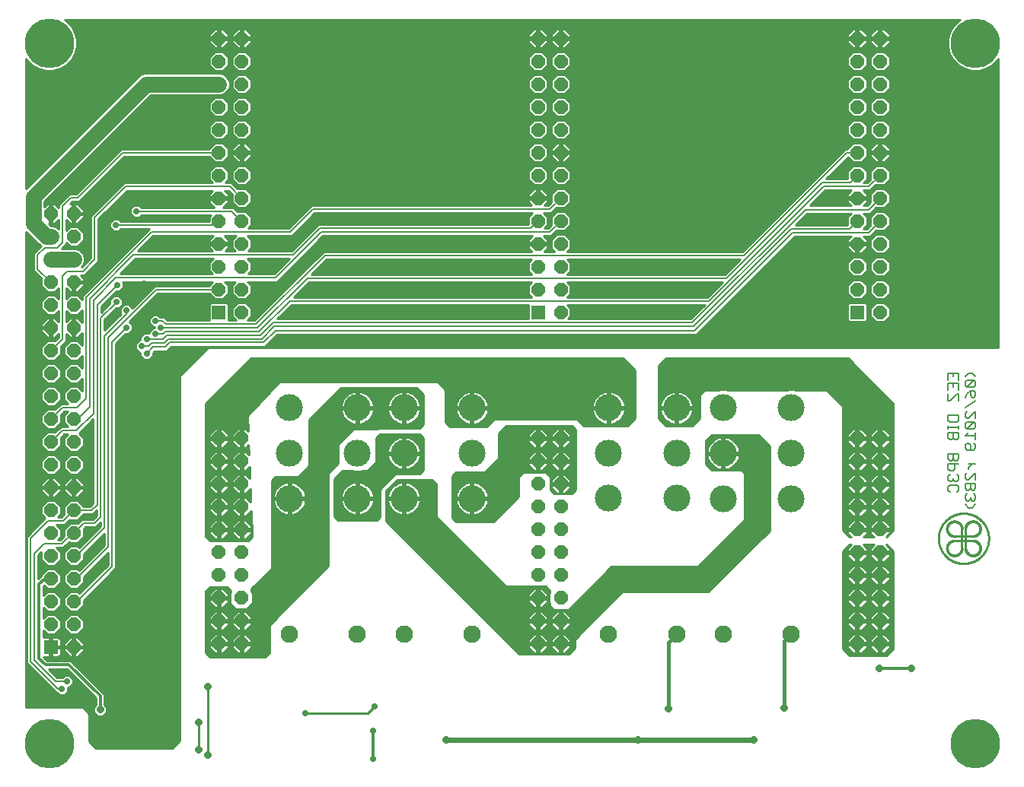
<source format=gbl>
G75*
%MOIN*%
%OFA0B0*%
%FSLAX25Y25*%
%IPPOS*%
%LPD*%
%AMOC8*
5,1,8,0,0,1.08239X$1,22.5*
%
%ADD10C,0.00500*%
%ADD11C,0.11811*%
%ADD12C,0.07677*%
%ADD13OC8,0.05906*%
%ADD14R,0.05906X0.05906*%
%ADD15C,0.01000*%
%ADD16C,0.00100*%
%ADD17C,0.21654*%
%ADD18OC8,0.02781*%
%ADD19C,0.01200*%
%ADD20R,0.02781X0.02781*%
%ADD21OC8,0.03175*%
%ADD22C,0.02400*%
%ADD23C,0.07000*%
%ADD24C,0.00800*%
%ADD25C,0.01600*%
D10*
X0461184Y0147530D02*
X0461184Y0149031D01*
X0461935Y0149782D01*
X0464938Y0149782D01*
X0465688Y0149031D01*
X0465688Y0147530D01*
X0464938Y0146779D01*
X0461935Y0146779D02*
X0461184Y0147530D01*
X0461935Y0151383D02*
X0461184Y0152134D01*
X0461184Y0153635D01*
X0461935Y0154386D01*
X0461935Y0155987D02*
X0463436Y0155987D01*
X0464187Y0156738D01*
X0464187Y0158990D01*
X0465688Y0158990D02*
X0461184Y0158990D01*
X0461184Y0156738D01*
X0461935Y0155987D01*
X0464938Y0154386D02*
X0465688Y0153635D01*
X0465688Y0152134D01*
X0464938Y0151383D01*
X0464187Y0151383D01*
X0463436Y0152134D01*
X0463436Y0152885D01*
X0463436Y0152134D02*
X0462686Y0151383D01*
X0461935Y0151383D01*
X0468684Y0150549D02*
X0468684Y0148297D01*
X0469435Y0147547D01*
X0470186Y0147547D01*
X0470936Y0148297D01*
X0470936Y0150549D01*
X0470186Y0152151D02*
X0469435Y0152151D01*
X0468684Y0152901D01*
X0468684Y0154403D01*
X0469435Y0155153D01*
X0470186Y0156738D02*
X0470186Y0157489D01*
X0471687Y0158990D01*
X0473188Y0158990D02*
X0470186Y0158990D01*
X0473188Y0155153D02*
X0470186Y0152151D01*
X0468684Y0150549D02*
X0473188Y0150549D01*
X0473188Y0148297D01*
X0472438Y0147547D01*
X0471687Y0147547D01*
X0470936Y0148297D01*
X0469435Y0145945D02*
X0468684Y0145195D01*
X0468684Y0143694D01*
X0469435Y0142943D01*
X0470186Y0142943D01*
X0470936Y0143694D01*
X0471687Y0142943D01*
X0472438Y0142943D01*
X0473188Y0143694D01*
X0473188Y0145195D01*
X0472438Y0145945D01*
X0470936Y0144444D02*
X0470936Y0143694D01*
X0468684Y0141341D02*
X0470186Y0139840D01*
X0471687Y0139840D01*
X0473188Y0141341D01*
X0473188Y0152151D02*
X0473188Y0155153D01*
X0465688Y0161342D02*
X0465688Y0163594D01*
X0461184Y0163594D01*
X0461184Y0161342D01*
X0461935Y0160591D01*
X0462686Y0160591D01*
X0463436Y0161342D01*
X0463436Y0163594D01*
X0463436Y0161342D02*
X0464187Y0160591D01*
X0464938Y0160591D01*
X0465688Y0161342D01*
X0469435Y0165195D02*
X0468684Y0165946D01*
X0468684Y0167447D01*
X0469435Y0168198D01*
X0470186Y0168198D01*
X0470936Y0167447D01*
X0470936Y0165195D01*
X0469435Y0165195D02*
X0472438Y0165195D01*
X0473188Y0165946D01*
X0473188Y0167447D01*
X0472438Y0168198D01*
X0473188Y0169799D02*
X0473188Y0172802D01*
X0473188Y0171300D02*
X0468684Y0171300D01*
X0470186Y0172802D01*
X0469435Y0174403D02*
X0472438Y0177406D01*
X0473188Y0176655D01*
X0473188Y0175154D01*
X0472438Y0174403D01*
X0469435Y0174403D01*
X0468684Y0175154D01*
X0468684Y0176655D01*
X0469435Y0177406D01*
X0472438Y0177406D01*
X0473188Y0179007D02*
X0473188Y0182009D01*
X0470186Y0179007D01*
X0469435Y0179007D01*
X0468684Y0179758D01*
X0468684Y0181259D01*
X0469435Y0182009D01*
X0468684Y0183611D02*
X0473188Y0186613D01*
X0472438Y0188215D02*
X0471687Y0188215D01*
X0470936Y0188965D01*
X0470936Y0191217D01*
X0472438Y0191217D01*
X0473188Y0190467D01*
X0473188Y0188965D01*
X0472438Y0188215D01*
X0470936Y0191217D02*
X0469435Y0189716D01*
X0468684Y0188215D01*
X0465688Y0189683D02*
X0465688Y0186680D01*
X0465688Y0189683D02*
X0464938Y0189683D01*
X0461935Y0186680D01*
X0461184Y0186680D01*
X0461184Y0189683D01*
X0461184Y0191284D02*
X0461184Y0194287D01*
X0465688Y0194287D01*
X0465688Y0191284D01*
X0463436Y0192785D02*
X0463436Y0194287D01*
X0461184Y0195888D02*
X0461184Y0198891D01*
X0465688Y0198891D01*
X0465688Y0195888D01*
X0463436Y0197389D02*
X0463436Y0198891D01*
X0468684Y0197389D02*
X0470186Y0198891D01*
X0471687Y0198891D01*
X0473188Y0197389D01*
X0472438Y0195821D02*
X0469435Y0192819D01*
X0472438Y0192819D01*
X0473188Y0193569D01*
X0473188Y0195071D01*
X0472438Y0195821D01*
X0469435Y0195821D01*
X0468684Y0195071D01*
X0468684Y0193569D01*
X0469435Y0192819D01*
X0465688Y0180475D02*
X0461184Y0180475D01*
X0461184Y0178223D01*
X0461935Y0177472D01*
X0464938Y0177472D01*
X0465688Y0178223D01*
X0465688Y0180475D01*
X0465688Y0175871D02*
X0465688Y0174370D01*
X0465688Y0175120D02*
X0461184Y0175120D01*
X0461184Y0174370D02*
X0461184Y0175871D01*
X0461184Y0172802D02*
X0461184Y0170550D01*
X0461935Y0169799D01*
X0462686Y0169799D01*
X0463436Y0170550D01*
X0463436Y0172802D01*
X0465688Y0172802D02*
X0461184Y0172802D01*
X0463436Y0170550D02*
X0464187Y0169799D01*
X0464938Y0169799D01*
X0465688Y0170550D01*
X0465688Y0172802D01*
D11*
X0392476Y0163776D03*
X0392476Y0143933D03*
X0362713Y0143933D03*
X0342280Y0143949D03*
X0342280Y0163791D03*
X0362713Y0163776D03*
X0362713Y0183618D03*
X0342280Y0183634D03*
X0312516Y0183634D03*
X0312516Y0163791D03*
X0312516Y0143949D03*
X0252713Y0143933D03*
X0252713Y0163776D03*
X0252713Y0183618D03*
X0222949Y0183618D03*
X0202516Y0183618D03*
X0202516Y0163776D03*
X0222949Y0163776D03*
X0222949Y0143933D03*
X0202516Y0143933D03*
X0172752Y0143933D03*
X0172752Y0163776D03*
X0172752Y0183618D03*
X0392476Y0183618D03*
D12*
X0392476Y0084406D03*
X0362713Y0084406D03*
X0342280Y0084421D03*
X0312516Y0084421D03*
X0252713Y0084406D03*
X0222949Y0084406D03*
X0202516Y0084406D03*
X0172752Y0084406D03*
D13*
X0151807Y0080350D03*
X0141807Y0080350D03*
X0141807Y0090350D03*
X0151807Y0090350D03*
X0151807Y0100350D03*
X0141807Y0100350D03*
X0141807Y0110350D03*
X0151807Y0110350D03*
X0151807Y0120350D03*
X0141807Y0120350D03*
X0141807Y0130350D03*
X0151807Y0130350D03*
X0151807Y0140350D03*
X0141807Y0140350D03*
X0141807Y0150350D03*
X0151807Y0150350D03*
X0151807Y0160350D03*
X0141807Y0160350D03*
X0141807Y0170350D03*
X0151807Y0170350D03*
X0151807Y0225547D03*
X0151807Y0235547D03*
X0141807Y0235547D03*
X0141807Y0245547D03*
X0151807Y0245547D03*
X0151807Y0255547D03*
X0141807Y0255547D03*
X0141807Y0265547D03*
X0151807Y0265547D03*
X0151807Y0275547D03*
X0141807Y0275547D03*
X0141807Y0285547D03*
X0151807Y0285547D03*
X0151807Y0295547D03*
X0141807Y0295547D03*
X0141807Y0305547D03*
X0151807Y0305547D03*
X0151807Y0315547D03*
X0141807Y0315547D03*
X0141807Y0325547D03*
X0151807Y0325547D03*
X0151807Y0335547D03*
X0141807Y0335547D03*
X0141807Y0345547D03*
X0151807Y0345547D03*
X0078343Y0268776D03*
X0078343Y0258776D03*
X0068343Y0258776D03*
X0068343Y0268776D03*
X0068343Y0248776D03*
X0078343Y0248776D03*
X0078343Y0238776D03*
X0078343Y0228776D03*
X0068343Y0228776D03*
X0068343Y0238776D03*
X0068343Y0218776D03*
X0078343Y0218776D03*
X0078343Y0208776D03*
X0078343Y0198776D03*
X0068343Y0198776D03*
X0068343Y0208776D03*
X0068343Y0188776D03*
X0078343Y0188776D03*
X0078343Y0178776D03*
X0078343Y0168776D03*
X0068343Y0168776D03*
X0068343Y0178776D03*
X0068343Y0158776D03*
X0078343Y0158776D03*
X0078343Y0148776D03*
X0078343Y0138776D03*
X0068343Y0138776D03*
X0068343Y0148776D03*
X0068343Y0128776D03*
X0078343Y0128776D03*
X0078343Y0118776D03*
X0078343Y0108776D03*
X0068343Y0108776D03*
X0068343Y0118776D03*
X0068343Y0098776D03*
X0078343Y0098776D03*
X0078343Y0088776D03*
X0078343Y0078776D03*
X0068343Y0088776D03*
X0281571Y0090350D03*
X0291571Y0090350D03*
X0291571Y0100350D03*
X0281571Y0100350D03*
X0281571Y0110350D03*
X0291571Y0110350D03*
X0291571Y0120350D03*
X0281571Y0120350D03*
X0281571Y0130350D03*
X0291571Y0130350D03*
X0291571Y0140350D03*
X0281571Y0140350D03*
X0281571Y0150350D03*
X0291571Y0150350D03*
X0291571Y0160350D03*
X0281571Y0160350D03*
X0281571Y0170350D03*
X0291571Y0170350D03*
X0291571Y0225547D03*
X0291571Y0235547D03*
X0281571Y0235547D03*
X0281571Y0245547D03*
X0291571Y0245547D03*
X0291571Y0255547D03*
X0281571Y0255547D03*
X0281571Y0265547D03*
X0291571Y0265547D03*
X0291571Y0275547D03*
X0281571Y0275547D03*
X0281571Y0285547D03*
X0291571Y0285547D03*
X0291571Y0295547D03*
X0281571Y0295547D03*
X0281571Y0305547D03*
X0291571Y0305547D03*
X0291571Y0315547D03*
X0281571Y0315547D03*
X0281571Y0325547D03*
X0291571Y0325547D03*
X0291571Y0335547D03*
X0281571Y0335547D03*
X0281571Y0345547D03*
X0291571Y0345547D03*
X0421335Y0345547D03*
X0431335Y0345547D03*
X0431335Y0335547D03*
X0431335Y0325547D03*
X0421335Y0325547D03*
X0421335Y0335547D03*
X0421335Y0315547D03*
X0431335Y0315547D03*
X0431335Y0305547D03*
X0421335Y0305547D03*
X0421335Y0295547D03*
X0431335Y0295547D03*
X0431335Y0285547D03*
X0421335Y0285547D03*
X0421335Y0275547D03*
X0431335Y0275547D03*
X0431335Y0265547D03*
X0431335Y0255547D03*
X0421335Y0255547D03*
X0421335Y0265547D03*
X0421335Y0245547D03*
X0431335Y0245547D03*
X0431335Y0235547D03*
X0431335Y0225547D03*
X0421335Y0235547D03*
X0421335Y0170350D03*
X0431335Y0170350D03*
X0431335Y0160350D03*
X0431335Y0150350D03*
X0421335Y0150350D03*
X0421335Y0160350D03*
X0421335Y0140350D03*
X0431335Y0140350D03*
X0431335Y0130350D03*
X0431335Y0120350D03*
X0421335Y0120350D03*
X0421335Y0130350D03*
X0421335Y0110350D03*
X0431335Y0110350D03*
X0431335Y0100350D03*
X0431335Y0090350D03*
X0421335Y0090350D03*
X0421335Y0100350D03*
X0421335Y0080350D03*
X0431335Y0080350D03*
X0291571Y0080350D03*
X0281571Y0080350D03*
D14*
X0281571Y0225547D03*
X0421335Y0225547D03*
X0141807Y0225547D03*
X0068343Y0078776D03*
D15*
X0068827Y0078914D02*
X0077858Y0078914D01*
X0077858Y0079260D02*
X0077858Y0078291D01*
X0078827Y0078291D01*
X0078827Y0074523D01*
X0080104Y0074523D01*
X0082595Y0077014D01*
X0082595Y0078291D01*
X0078827Y0078291D01*
X0078827Y0079260D01*
X0082595Y0079260D01*
X0082595Y0080537D01*
X0080104Y0083028D01*
X0078827Y0083028D01*
X0078827Y0079260D01*
X0077858Y0079260D01*
X0074090Y0079260D01*
X0074090Y0080537D01*
X0076581Y0083028D01*
X0077858Y0083028D01*
X0077858Y0079260D01*
X0077858Y0079913D02*
X0078827Y0079913D01*
X0078827Y0080911D02*
X0077858Y0080911D01*
X0077858Y0081910D02*
X0078827Y0081910D01*
X0078827Y0082908D02*
X0077858Y0082908D01*
X0076461Y0082908D02*
X0071851Y0082908D01*
X0071797Y0082940D02*
X0071466Y0083028D01*
X0068827Y0083028D01*
X0068827Y0079260D01*
X0072595Y0079260D01*
X0072595Y0081899D01*
X0072507Y0082230D01*
X0072336Y0082527D01*
X0072093Y0082769D01*
X0071797Y0082940D01*
X0072592Y0081910D02*
X0075463Y0081910D01*
X0074464Y0080911D02*
X0072595Y0080911D01*
X0072595Y0079913D02*
X0074090Y0079913D01*
X0074090Y0078291D02*
X0074090Y0077014D01*
X0076581Y0074523D01*
X0077858Y0074523D01*
X0077858Y0078291D01*
X0074090Y0078291D01*
X0074090Y0077916D02*
X0072595Y0077916D01*
X0072595Y0078291D02*
X0068827Y0078291D01*
X0068827Y0074523D01*
X0071466Y0074523D01*
X0071797Y0074611D01*
X0072093Y0074783D01*
X0072336Y0075025D01*
X0072507Y0075321D01*
X0072595Y0075652D01*
X0072595Y0078291D01*
X0072595Y0076917D02*
X0074186Y0076917D01*
X0075185Y0075919D02*
X0072595Y0075919D01*
X0072231Y0074920D02*
X0076183Y0074920D01*
X0077858Y0074920D02*
X0078827Y0074920D01*
X0078827Y0075919D02*
X0077858Y0075919D01*
X0077858Y0076917D02*
X0078827Y0076917D01*
X0078827Y0077916D02*
X0077858Y0077916D01*
X0078827Y0078914D02*
X0124646Y0078914D01*
X0124646Y0077916D02*
X0082595Y0077916D01*
X0082499Y0076917D02*
X0124646Y0076917D01*
X0124646Y0075919D02*
X0081500Y0075919D01*
X0080502Y0074920D02*
X0124646Y0074920D01*
X0124646Y0073922D02*
X0065688Y0073922D01*
X0065219Y0074523D02*
X0067858Y0074523D01*
X0067858Y0078291D01*
X0068827Y0078291D01*
X0068827Y0079260D01*
X0067858Y0079260D01*
X0067858Y0083028D01*
X0065219Y0083028D01*
X0065046Y0082982D01*
X0065046Y0086058D01*
X0066581Y0084523D01*
X0070104Y0084523D01*
X0072595Y0087014D01*
X0072595Y0090537D01*
X0070104Y0093028D01*
X0066581Y0093028D01*
X0065046Y0091493D01*
X0065046Y0096058D01*
X0066581Y0094523D01*
X0070104Y0094523D01*
X0072595Y0097014D01*
X0072595Y0100537D01*
X0070104Y0103028D01*
X0066581Y0103028D01*
X0065046Y0101493D01*
X0065046Y0105491D01*
X0065329Y0105774D01*
X0066581Y0104523D01*
X0070104Y0104523D01*
X0072595Y0107014D01*
X0072595Y0110537D01*
X0070104Y0113028D01*
X0066581Y0113028D01*
X0064090Y0110537D01*
X0064090Y0109909D01*
X0062846Y0108665D01*
X0062846Y0119073D01*
X0064090Y0120318D01*
X0064090Y0117014D01*
X0066581Y0114523D01*
X0070104Y0114523D01*
X0072595Y0117014D01*
X0072595Y0120537D01*
X0070805Y0122328D01*
X0073850Y0122328D01*
X0074846Y0123323D01*
X0074846Y0123323D01*
X0076313Y0124791D01*
X0076581Y0124523D01*
X0080104Y0124523D01*
X0082595Y0127014D01*
X0082595Y0130537D01*
X0082552Y0130581D01*
X0083299Y0131328D01*
X0088100Y0131328D01*
X0089096Y0132323D01*
X0090076Y0133303D01*
X0090076Y0131750D01*
X0080729Y0122404D01*
X0080104Y0123028D01*
X0076581Y0123028D01*
X0074090Y0120537D01*
X0074090Y0117014D01*
X0076581Y0114523D01*
X0080104Y0114523D01*
X0082595Y0117014D01*
X0082595Y0119462D01*
X0091676Y0128542D01*
X0091676Y0123350D01*
X0080729Y0112404D01*
X0080104Y0113028D01*
X0076581Y0113028D01*
X0074090Y0110537D01*
X0074090Y0107014D01*
X0076581Y0104523D01*
X0080104Y0104523D01*
X0082595Y0107014D01*
X0082595Y0109462D01*
X0093276Y0120142D01*
X0093276Y0114750D01*
X0080829Y0102304D01*
X0080104Y0103028D01*
X0076581Y0103028D01*
X0074090Y0100537D01*
X0074090Y0097014D01*
X0076581Y0094523D01*
X0080104Y0094523D01*
X0082595Y0097014D01*
X0082595Y0099262D01*
X0095680Y0112346D01*
X0096676Y0113342D01*
X0096676Y0211723D01*
X0101089Y0216137D01*
X0102490Y0216137D01*
X0104066Y0217713D01*
X0104066Y0219942D01*
X0102640Y0221368D01*
X0115120Y0233847D01*
X0137554Y0233847D01*
X0137554Y0233786D01*
X0140046Y0231294D01*
X0143569Y0231294D01*
X0146060Y0233786D01*
X0146060Y0237309D01*
X0144441Y0238928D01*
X0149173Y0238928D01*
X0147554Y0237309D01*
X0147554Y0233786D01*
X0150046Y0231294D01*
X0153569Y0231294D01*
X0156060Y0233786D01*
X0156060Y0237309D01*
X0154441Y0238928D01*
X0167400Y0238928D01*
X0168396Y0239923D01*
X0187450Y0258978D01*
X0278987Y0258978D01*
X0277318Y0257309D01*
X0277318Y0256031D01*
X0281087Y0256031D01*
X0281087Y0255063D01*
X0277318Y0255063D01*
X0277318Y0253786D01*
X0278876Y0252228D01*
X0187691Y0252228D01*
X0157441Y0221978D01*
X0154252Y0221978D01*
X0156060Y0223786D01*
X0156060Y0227309D01*
X0153569Y0229800D01*
X0150046Y0229800D01*
X0147554Y0227309D01*
X0147554Y0223786D01*
X0149362Y0221978D01*
X0145981Y0221978D01*
X0146060Y0222056D01*
X0146060Y0229038D01*
X0145298Y0229800D01*
X0138316Y0229800D01*
X0137554Y0229038D01*
X0137554Y0222056D01*
X0137633Y0221978D01*
X0119350Y0221978D01*
X0118896Y0222432D01*
X0117900Y0223428D01*
X0116181Y0223428D01*
X0115190Y0224418D01*
X0112961Y0224418D01*
X0111385Y0222842D01*
X0111385Y0220613D01*
X0112961Y0219037D01*
X0113685Y0219037D01*
X0113685Y0218818D01*
X0112961Y0218818D01*
X0111385Y0217242D01*
X0111385Y0216373D01*
X0111340Y0216418D01*
X0109111Y0216418D01*
X0107535Y0214842D01*
X0107535Y0213318D01*
X0106961Y0213318D01*
X0105385Y0211742D01*
X0105385Y0209513D01*
X0106961Y0207937D01*
X0107535Y0207937D01*
X0107535Y0206463D01*
X0109111Y0204887D01*
X0111340Y0204887D01*
X0112916Y0206463D01*
X0112916Y0207864D01*
X0113630Y0208578D01*
X0119100Y0208578D01*
X0120096Y0209573D01*
X0121100Y0210578D01*
X0162100Y0210578D01*
X0163096Y0211573D01*
X0167350Y0215828D01*
X0350900Y0215828D01*
X0351896Y0216823D01*
X0393900Y0258828D01*
X0418601Y0258828D01*
X0417082Y0257309D01*
X0417082Y0256031D01*
X0420850Y0256031D01*
X0420850Y0255063D01*
X0417082Y0255063D01*
X0417082Y0253786D01*
X0419573Y0251294D01*
X0420850Y0251294D01*
X0420850Y0255063D01*
X0421819Y0255063D01*
X0421819Y0256031D01*
X0425587Y0256031D01*
X0425587Y0257309D01*
X0424069Y0258828D01*
X0426972Y0258828D01*
X0429506Y0261362D01*
X0429573Y0261294D01*
X0433096Y0261294D01*
X0435587Y0263786D01*
X0435587Y0267309D01*
X0433096Y0269800D01*
X0429573Y0269800D01*
X0427082Y0267309D01*
X0427082Y0263786D01*
X0427102Y0263766D01*
X0425564Y0262228D01*
X0424029Y0262228D01*
X0425587Y0263786D01*
X0425587Y0267309D01*
X0424019Y0268878D01*
X0427022Y0268878D01*
X0429506Y0271362D01*
X0429573Y0271294D01*
X0433096Y0271294D01*
X0435587Y0273786D01*
X0435587Y0277309D01*
X0433096Y0279800D01*
X0429573Y0279800D01*
X0427082Y0277309D01*
X0427082Y0273786D01*
X0427102Y0273766D01*
X0425614Y0272278D01*
X0424079Y0272278D01*
X0425587Y0273786D01*
X0425587Y0275063D01*
X0421819Y0275063D01*
X0421819Y0276031D01*
X0425587Y0276031D01*
X0425587Y0277309D01*
X0423919Y0278978D01*
X0427122Y0278978D01*
X0429506Y0281362D01*
X0429573Y0281294D01*
X0433096Y0281294D01*
X0435587Y0283786D01*
X0435587Y0287309D01*
X0433096Y0289800D01*
X0429573Y0289800D01*
X0427082Y0287309D01*
X0427082Y0283786D01*
X0427102Y0283766D01*
X0425714Y0282378D01*
X0424179Y0282378D01*
X0425587Y0283786D01*
X0425587Y0287309D01*
X0423096Y0289800D01*
X0419573Y0289800D01*
X0417082Y0287309D01*
X0417082Y0283978D01*
X0407700Y0283978D01*
X0417295Y0293573D01*
X0419573Y0291294D01*
X0423096Y0291294D01*
X0425587Y0293786D01*
X0425587Y0297309D01*
X0423096Y0299800D01*
X0419573Y0299800D01*
X0417082Y0297309D01*
X0417082Y0297247D01*
X0416161Y0297247D01*
X0371141Y0252228D01*
X0294265Y0252228D01*
X0295824Y0253786D01*
X0295824Y0257309D01*
X0293332Y0259800D01*
X0289809Y0259800D01*
X0287318Y0257309D01*
X0287318Y0253786D01*
X0288876Y0252228D01*
X0284265Y0252228D01*
X0285824Y0253786D01*
X0285824Y0255063D01*
X0282055Y0255063D01*
X0282055Y0256031D01*
X0285824Y0256031D01*
X0285824Y0257309D01*
X0284155Y0258978D01*
X0287405Y0258978D01*
X0289766Y0261338D01*
X0289809Y0261294D01*
X0293332Y0261294D01*
X0295824Y0263786D01*
X0295824Y0267309D01*
X0293332Y0269800D01*
X0289809Y0269800D01*
X0287318Y0267309D01*
X0287318Y0263786D01*
X0287362Y0263742D01*
X0285997Y0262378D01*
X0284415Y0262378D01*
X0285824Y0263786D01*
X0285824Y0267309D01*
X0284105Y0269028D01*
X0287455Y0269028D01*
X0289766Y0271338D01*
X0289809Y0271294D01*
X0293332Y0271294D01*
X0295824Y0273786D01*
X0295824Y0277309D01*
X0293332Y0279800D01*
X0289809Y0279800D01*
X0287318Y0277309D01*
X0287318Y0273786D01*
X0287362Y0273742D01*
X0286047Y0272428D01*
X0284465Y0272428D01*
X0285824Y0273786D01*
X0285824Y0275063D01*
X0282055Y0275063D01*
X0282055Y0276031D01*
X0285824Y0276031D01*
X0285824Y0277309D01*
X0283332Y0279800D01*
X0282055Y0279800D01*
X0282055Y0276032D01*
X0281087Y0276032D01*
X0281087Y0279800D01*
X0279809Y0279800D01*
X0277318Y0277309D01*
X0277318Y0276031D01*
X0281087Y0276031D01*
X0281087Y0275063D01*
X0277318Y0275063D01*
X0277318Y0273786D01*
X0278676Y0272428D01*
X0182391Y0272428D01*
X0172491Y0262528D01*
X0154802Y0262528D01*
X0156060Y0263786D01*
X0156060Y0267309D01*
X0153569Y0269800D01*
X0150046Y0269800D01*
X0150002Y0269756D01*
X0148181Y0271578D01*
X0143852Y0271578D01*
X0146060Y0273786D01*
X0146060Y0275063D01*
X0142291Y0275063D01*
X0142291Y0276031D01*
X0146060Y0276031D01*
X0146060Y0277309D01*
X0144441Y0278928D01*
X0146023Y0278928D01*
X0147598Y0277352D01*
X0147554Y0277309D01*
X0147554Y0273786D01*
X0150046Y0271294D01*
X0153569Y0271294D01*
X0156060Y0273786D01*
X0156060Y0277309D01*
X0153569Y0279800D01*
X0150046Y0279800D01*
X0150002Y0279756D01*
X0148427Y0281332D01*
X0147431Y0282328D01*
X0144602Y0282328D01*
X0146060Y0283786D01*
X0146060Y0287309D01*
X0143569Y0289800D01*
X0140046Y0289800D01*
X0137554Y0287309D01*
X0137554Y0283786D01*
X0139012Y0282328D01*
X0100291Y0282328D01*
X0088696Y0270732D01*
X0087071Y0269107D01*
X0085696Y0267732D01*
X0085696Y0266323D01*
X0085696Y0249320D01*
X0081671Y0245296D01*
X0081651Y0245296D01*
X0082412Y0246057D01*
X0083143Y0247821D01*
X0083143Y0249730D01*
X0082412Y0251495D01*
X0081061Y0252845D01*
X0079297Y0253576D01*
X0073159Y0253576D01*
X0075076Y0255492D01*
X0075076Y0256028D01*
X0076581Y0254523D01*
X0080104Y0254523D01*
X0082595Y0257014D01*
X0082595Y0260537D01*
X0080104Y0263028D01*
X0076581Y0263028D01*
X0075076Y0261523D01*
X0075076Y0266028D01*
X0076581Y0264523D01*
X0077858Y0264523D01*
X0077858Y0268291D01*
X0078827Y0268291D01*
X0078827Y0264523D01*
X0080104Y0264523D01*
X0082595Y0267014D01*
X0082595Y0268291D01*
X0078827Y0268291D01*
X0078827Y0269260D01*
X0082595Y0269260D01*
X0082595Y0270537D01*
X0080104Y0273028D01*
X0078827Y0273028D01*
X0078827Y0269260D01*
X0077858Y0269260D01*
X0077858Y0273028D01*
X0076812Y0273028D01*
X0077861Y0274078D01*
X0080730Y0274078D01*
X0100499Y0293847D01*
X0137554Y0293847D01*
X0137554Y0293786D01*
X0140046Y0291294D01*
X0143569Y0291294D01*
X0146060Y0293786D01*
X0146060Y0297309D01*
X0143569Y0299800D01*
X0140046Y0299800D01*
X0137554Y0297309D01*
X0137554Y0297247D01*
X0099091Y0297247D01*
X0098095Y0296251D01*
X0079321Y0277478D01*
X0076453Y0277478D01*
X0075457Y0276482D01*
X0071676Y0272700D01*
X0071676Y0271457D01*
X0070104Y0273028D01*
X0068827Y0273028D01*
X0068827Y0269260D01*
X0067858Y0269260D01*
X0067858Y0273028D01*
X0066581Y0273028D01*
X0065446Y0271893D01*
X0065446Y0274039D01*
X0112154Y0320747D01*
X0142762Y0320747D01*
X0144526Y0321478D01*
X0145876Y0322828D01*
X0146607Y0324592D01*
X0146607Y0326502D01*
X0145876Y0328266D01*
X0144526Y0329616D01*
X0142762Y0330347D01*
X0109211Y0330347D01*
X0107446Y0329616D01*
X0057472Y0279643D01*
X0057472Y0336789D01*
X0057851Y0336133D01*
X0060109Y0333875D01*
X0062874Y0332278D01*
X0065959Y0331452D01*
X0069152Y0331452D01*
X0072236Y0332278D01*
X0075001Y0333875D01*
X0077259Y0336133D01*
X0078855Y0338898D01*
X0079682Y0341982D01*
X0079682Y0345175D01*
X0078855Y0348259D01*
X0077259Y0351025D01*
X0075001Y0353283D01*
X0074345Y0353661D01*
X0466277Y0353661D01*
X0465621Y0353283D01*
X0463363Y0351025D01*
X0461767Y0348259D01*
X0460940Y0345175D01*
X0460940Y0341982D01*
X0461767Y0338898D01*
X0463363Y0336133D01*
X0465621Y0333875D01*
X0468386Y0332278D01*
X0471470Y0331452D01*
X0474663Y0331452D01*
X0477748Y0332278D01*
X0480513Y0333875D01*
X0482771Y0336133D01*
X0483150Y0336789D01*
X0483150Y0210028D01*
X0136896Y0210028D01*
X0124646Y0197778D01*
X0124646Y0037778D01*
X0121396Y0034528D01*
X0087896Y0034528D01*
X0085146Y0037278D01*
X0085146Y0049528D01*
X0082396Y0052278D01*
X0057472Y0052278D01*
X0057472Y0260913D01*
X0063679Y0254706D01*
X0063964Y0254588D01*
X0061821Y0252446D01*
X0060826Y0251450D01*
X0060826Y0243888D01*
X0064133Y0240581D01*
X0064090Y0240537D01*
X0064090Y0237014D01*
X0066581Y0234523D01*
X0070104Y0234523D01*
X0071626Y0236044D01*
X0071626Y0231507D01*
X0070104Y0233028D01*
X0066581Y0233028D01*
X0064090Y0230537D01*
X0064090Y0227014D01*
X0066581Y0224523D01*
X0070104Y0224523D01*
X0071626Y0226044D01*
X0071626Y0221507D01*
X0070104Y0223028D01*
X0068827Y0223028D01*
X0068827Y0219260D01*
X0067858Y0219260D01*
X0067858Y0218291D01*
X0068827Y0218291D01*
X0068827Y0214523D01*
X0070104Y0214523D01*
X0071626Y0216044D01*
X0071626Y0214463D01*
X0070148Y0212985D01*
X0070104Y0213028D01*
X0066581Y0213028D01*
X0064090Y0210537D01*
X0064090Y0207014D01*
X0066581Y0204523D01*
X0070104Y0204523D01*
X0072595Y0207014D01*
X0072595Y0210537D01*
X0072552Y0210581D01*
X0075026Y0213054D01*
X0075026Y0216078D01*
X0076581Y0214523D01*
X0077858Y0214523D01*
X0077858Y0218291D01*
X0078827Y0218291D01*
X0078827Y0214523D01*
X0080104Y0214523D01*
X0082076Y0216494D01*
X0082076Y0211057D01*
X0080104Y0213028D01*
X0076581Y0213028D01*
X0074090Y0210537D01*
X0074090Y0207014D01*
X0076581Y0204523D01*
X0080104Y0204523D01*
X0082076Y0206494D01*
X0082076Y0201057D01*
X0080104Y0203028D01*
X0076581Y0203028D01*
X0074090Y0200537D01*
X0074090Y0197014D01*
X0076581Y0194523D01*
X0080104Y0194523D01*
X0082076Y0196494D01*
X0082076Y0191057D01*
X0080104Y0193028D01*
X0076581Y0193028D01*
X0074090Y0190537D01*
X0074090Y0187014D01*
X0075658Y0185446D01*
X0072609Y0185446D01*
X0071613Y0184450D01*
X0070148Y0182985D01*
X0070104Y0183028D01*
X0066581Y0183028D01*
X0064090Y0180537D01*
X0064090Y0177014D01*
X0066581Y0174523D01*
X0070104Y0174523D01*
X0072595Y0177014D01*
X0072595Y0180537D01*
X0072552Y0180581D01*
X0074017Y0182046D01*
X0075599Y0182046D01*
X0074090Y0180537D01*
X0074090Y0177014D01*
X0075608Y0175496D01*
X0072659Y0175496D01*
X0071663Y0174500D01*
X0070148Y0172985D01*
X0070104Y0173028D01*
X0066581Y0173028D01*
X0064090Y0170537D01*
X0064090Y0167014D01*
X0066581Y0164523D01*
X0070104Y0164523D01*
X0072595Y0167014D01*
X0072595Y0170537D01*
X0072552Y0170581D01*
X0074067Y0172096D01*
X0075649Y0172096D01*
X0074090Y0170537D01*
X0074090Y0167014D01*
X0076581Y0164523D01*
X0080104Y0164523D01*
X0082595Y0167014D01*
X0082595Y0170537D01*
X0080633Y0172499D01*
X0086876Y0178742D01*
X0086876Y0141912D01*
X0085440Y0140476D01*
X0082595Y0140476D01*
X0082595Y0140537D01*
X0080104Y0143028D01*
X0076581Y0143028D01*
X0074090Y0140537D01*
X0074090Y0137014D01*
X0074133Y0136971D01*
X0072890Y0135728D01*
X0071309Y0135728D01*
X0072595Y0137014D01*
X0072595Y0140537D01*
X0070104Y0143028D01*
X0066581Y0143028D01*
X0064090Y0140537D01*
X0064090Y0137014D01*
X0065784Y0135320D01*
X0065196Y0134732D01*
X0058691Y0128228D01*
X0057696Y0127232D01*
X0057696Y0071823D01*
X0058691Y0070828D01*
X0070691Y0058828D01*
X0071041Y0058828D01*
X0072031Y0057837D01*
X0074260Y0057837D01*
X0075836Y0059413D01*
X0075836Y0061087D01*
X0076510Y0061087D01*
X0078086Y0062663D01*
X0078086Y0064892D01*
X0076510Y0066468D01*
X0074281Y0066468D01*
X0073291Y0065478D01*
X0071100Y0065478D01*
X0067450Y0069128D01*
X0075359Y0069128D01*
X0087996Y0056491D01*
X0087996Y0053461D01*
X0087008Y0052474D01*
X0087008Y0050082D01*
X0088700Y0048390D01*
X0091092Y0048390D01*
X0092783Y0050082D01*
X0092783Y0052474D01*
X0091796Y0053461D01*
X0091796Y0058065D01*
X0090683Y0059178D01*
X0076933Y0072928D01*
X0066683Y0072928D01*
X0065046Y0074565D01*
X0065046Y0074569D01*
X0065219Y0074523D01*
X0067858Y0074920D02*
X0068827Y0074920D01*
X0068827Y0075919D02*
X0067858Y0075919D01*
X0067858Y0076917D02*
X0068827Y0076917D01*
X0068827Y0077916D02*
X0067858Y0077916D01*
X0067858Y0079913D02*
X0068827Y0079913D01*
X0068827Y0080911D02*
X0067858Y0080911D01*
X0067858Y0081910D02*
X0068827Y0081910D01*
X0068827Y0082908D02*
X0067858Y0082908D01*
X0066198Y0084905D02*
X0065046Y0084905D01*
X0065046Y0083907D02*
X0124646Y0083907D01*
X0124646Y0084905D02*
X0080487Y0084905D01*
X0080104Y0084523D02*
X0082595Y0087014D01*
X0082595Y0090537D01*
X0080104Y0093028D01*
X0076581Y0093028D01*
X0074090Y0090537D01*
X0074090Y0087014D01*
X0076581Y0084523D01*
X0080104Y0084523D01*
X0080224Y0082908D02*
X0124646Y0082908D01*
X0124646Y0081910D02*
X0081222Y0081910D01*
X0082221Y0080911D02*
X0124646Y0080911D01*
X0124646Y0079913D02*
X0082595Y0079913D01*
X0081485Y0085904D02*
X0124646Y0085904D01*
X0124646Y0086903D02*
X0082484Y0086903D01*
X0082595Y0087901D02*
X0124646Y0087901D01*
X0124646Y0088900D02*
X0082595Y0088900D01*
X0082595Y0089898D02*
X0124646Y0089898D01*
X0124646Y0090897D02*
X0082236Y0090897D01*
X0081237Y0091895D02*
X0124646Y0091895D01*
X0124646Y0092894D02*
X0080239Y0092894D01*
X0080472Y0094891D02*
X0124646Y0094891D01*
X0124646Y0095889D02*
X0081470Y0095889D01*
X0082469Y0096888D02*
X0124646Y0096888D01*
X0124646Y0097886D02*
X0082595Y0097886D01*
X0082595Y0098885D02*
X0124646Y0098885D01*
X0124646Y0099883D02*
X0083217Y0099883D01*
X0084215Y0100882D02*
X0124646Y0100882D01*
X0124646Y0101880D02*
X0085214Y0101880D01*
X0086212Y0102879D02*
X0124646Y0102879D01*
X0124646Y0103877D02*
X0087211Y0103877D01*
X0088209Y0104876D02*
X0124646Y0104876D01*
X0124646Y0105874D02*
X0089208Y0105874D01*
X0090206Y0106873D02*
X0124646Y0106873D01*
X0124646Y0107871D02*
X0091205Y0107871D01*
X0092203Y0108870D02*
X0124646Y0108870D01*
X0124646Y0109868D02*
X0093202Y0109868D01*
X0094200Y0110867D02*
X0124646Y0110867D01*
X0124646Y0111865D02*
X0095199Y0111865D01*
X0096197Y0112864D02*
X0124646Y0112864D01*
X0124646Y0113862D02*
X0096676Y0113862D01*
X0096676Y0114861D02*
X0124646Y0114861D01*
X0124646Y0115859D02*
X0096676Y0115859D01*
X0096676Y0116858D02*
X0124646Y0116858D01*
X0124646Y0117856D02*
X0096676Y0117856D01*
X0096676Y0118855D02*
X0124646Y0118855D01*
X0124646Y0119853D02*
X0096676Y0119853D01*
X0096676Y0120852D02*
X0124646Y0120852D01*
X0124646Y0121850D02*
X0096676Y0121850D01*
X0096676Y0122849D02*
X0124646Y0122849D01*
X0124646Y0123847D02*
X0096676Y0123847D01*
X0096676Y0124846D02*
X0124646Y0124846D01*
X0124646Y0125844D02*
X0096676Y0125844D01*
X0096676Y0126843D02*
X0124646Y0126843D01*
X0124646Y0127841D02*
X0096676Y0127841D01*
X0096676Y0128840D02*
X0124646Y0128840D01*
X0124646Y0129838D02*
X0096676Y0129838D01*
X0096676Y0130837D02*
X0124646Y0130837D01*
X0124646Y0131836D02*
X0096676Y0131836D01*
X0096676Y0132834D02*
X0124646Y0132834D01*
X0124646Y0133833D02*
X0096676Y0133833D01*
X0096676Y0134831D02*
X0124646Y0134831D01*
X0124646Y0135830D02*
X0096676Y0135830D01*
X0096676Y0136828D02*
X0124646Y0136828D01*
X0124646Y0137827D02*
X0096676Y0137827D01*
X0096676Y0138825D02*
X0124646Y0138825D01*
X0124646Y0139824D02*
X0096676Y0139824D01*
X0096676Y0140822D02*
X0124646Y0140822D01*
X0124646Y0141821D02*
X0096676Y0141821D01*
X0096676Y0142819D02*
X0124646Y0142819D01*
X0124646Y0143818D02*
X0096676Y0143818D01*
X0096676Y0144816D02*
X0124646Y0144816D01*
X0124646Y0145815D02*
X0096676Y0145815D01*
X0096676Y0146813D02*
X0124646Y0146813D01*
X0124646Y0147812D02*
X0096676Y0147812D01*
X0096676Y0148810D02*
X0124646Y0148810D01*
X0124646Y0149809D02*
X0096676Y0149809D01*
X0096676Y0150807D02*
X0124646Y0150807D01*
X0124646Y0151806D02*
X0096676Y0151806D01*
X0096676Y0152804D02*
X0124646Y0152804D01*
X0124646Y0153803D02*
X0096676Y0153803D01*
X0096676Y0154801D02*
X0124646Y0154801D01*
X0124646Y0155800D02*
X0096676Y0155800D01*
X0096676Y0156798D02*
X0124646Y0156798D01*
X0124646Y0157797D02*
X0096676Y0157797D01*
X0096676Y0158795D02*
X0124646Y0158795D01*
X0124646Y0159794D02*
X0096676Y0159794D01*
X0096676Y0160792D02*
X0124646Y0160792D01*
X0124646Y0161791D02*
X0096676Y0161791D01*
X0096676Y0162789D02*
X0124646Y0162789D01*
X0124646Y0163788D02*
X0096676Y0163788D01*
X0096676Y0164786D02*
X0124646Y0164786D01*
X0124646Y0165785D02*
X0096676Y0165785D01*
X0096676Y0166783D02*
X0124646Y0166783D01*
X0124646Y0167782D02*
X0096676Y0167782D01*
X0096676Y0168780D02*
X0124646Y0168780D01*
X0124646Y0169779D02*
X0096676Y0169779D01*
X0096676Y0170777D02*
X0124646Y0170777D01*
X0124646Y0171776D02*
X0096676Y0171776D01*
X0096676Y0172774D02*
X0124646Y0172774D01*
X0124646Y0173773D02*
X0096676Y0173773D01*
X0096676Y0174772D02*
X0124646Y0174772D01*
X0124646Y0175770D02*
X0096676Y0175770D01*
X0096676Y0176769D02*
X0124646Y0176769D01*
X0124646Y0177767D02*
X0096676Y0177767D01*
X0096676Y0178766D02*
X0124646Y0178766D01*
X0124646Y0179764D02*
X0096676Y0179764D01*
X0096676Y0180763D02*
X0124646Y0180763D01*
X0124646Y0181761D02*
X0096676Y0181761D01*
X0096676Y0182760D02*
X0124646Y0182760D01*
X0124646Y0183758D02*
X0096676Y0183758D01*
X0096676Y0184757D02*
X0124646Y0184757D01*
X0124646Y0185755D02*
X0096676Y0185755D01*
X0096676Y0186754D02*
X0124646Y0186754D01*
X0124646Y0187752D02*
X0096676Y0187752D01*
X0096676Y0188751D02*
X0124646Y0188751D01*
X0124646Y0189749D02*
X0096676Y0189749D01*
X0096676Y0190748D02*
X0124646Y0190748D01*
X0124646Y0191746D02*
X0096676Y0191746D01*
X0096676Y0192745D02*
X0124646Y0192745D01*
X0124646Y0193743D02*
X0096676Y0193743D01*
X0096676Y0194742D02*
X0124646Y0194742D01*
X0124646Y0195740D02*
X0096676Y0195740D01*
X0096676Y0196739D02*
X0124646Y0196739D01*
X0124646Y0197737D02*
X0096676Y0197737D01*
X0096676Y0198736D02*
X0125604Y0198736D01*
X0126602Y0199734D02*
X0096676Y0199734D01*
X0096676Y0200733D02*
X0127601Y0200733D01*
X0128599Y0201731D02*
X0096676Y0201731D01*
X0096676Y0202730D02*
X0129598Y0202730D01*
X0130596Y0203728D02*
X0096676Y0203728D01*
X0096676Y0204727D02*
X0131595Y0204727D01*
X0132593Y0205725D02*
X0112178Y0205725D01*
X0112916Y0206724D02*
X0133592Y0206724D01*
X0134590Y0207722D02*
X0112916Y0207722D01*
X0108273Y0205725D02*
X0096676Y0205725D01*
X0096676Y0206724D02*
X0107535Y0206724D01*
X0107535Y0207722D02*
X0096676Y0207722D01*
X0096676Y0208721D02*
X0106177Y0208721D01*
X0105385Y0209719D02*
X0096676Y0209719D01*
X0096676Y0210718D02*
X0105385Y0210718D01*
X0105385Y0211716D02*
X0096676Y0211716D01*
X0097667Y0212715D02*
X0106358Y0212715D01*
X0107535Y0213713D02*
X0098666Y0213713D01*
X0099664Y0214712D02*
X0107535Y0214712D01*
X0108403Y0215710D02*
X0100663Y0215710D01*
X0103062Y0216709D02*
X0111385Y0216709D01*
X0111851Y0217707D02*
X0104061Y0217707D01*
X0104066Y0218706D02*
X0112849Y0218706D01*
X0112294Y0219705D02*
X0104066Y0219705D01*
X0103305Y0220703D02*
X0111385Y0220703D01*
X0111385Y0221702D02*
X0102974Y0221702D01*
X0103972Y0222700D02*
X0111385Y0222700D01*
X0112242Y0223699D02*
X0104971Y0223699D01*
X0105969Y0224697D02*
X0137554Y0224697D01*
X0137554Y0223699D02*
X0115910Y0223699D01*
X0118627Y0222700D02*
X0137554Y0222700D01*
X0137554Y0225696D02*
X0106968Y0225696D01*
X0107966Y0226694D02*
X0137554Y0226694D01*
X0137554Y0227693D02*
X0108965Y0227693D01*
X0109963Y0228691D02*
X0137554Y0228691D01*
X0138205Y0229690D02*
X0110962Y0229690D01*
X0111960Y0230688D02*
X0166152Y0230688D01*
X0165154Y0229690D02*
X0153679Y0229690D01*
X0154677Y0228691D02*
X0164155Y0228691D01*
X0163157Y0227693D02*
X0155676Y0227693D01*
X0156060Y0226694D02*
X0162158Y0226694D01*
X0161160Y0225696D02*
X0156060Y0225696D01*
X0156060Y0224697D02*
X0160161Y0224697D01*
X0159163Y0223699D02*
X0155973Y0223699D01*
X0154974Y0222700D02*
X0158164Y0222700D01*
X0167500Y0222728D02*
X0173600Y0228828D01*
X0277318Y0228828D01*
X0277318Y0222728D01*
X0167500Y0222728D01*
X0168471Y0223699D02*
X0277318Y0223699D01*
X0277318Y0224697D02*
X0169469Y0224697D01*
X0170468Y0225696D02*
X0277318Y0225696D01*
X0277318Y0226694D02*
X0171466Y0226694D01*
X0172465Y0227693D02*
X0277318Y0227693D01*
X0277318Y0228691D02*
X0173463Y0228691D01*
X0174750Y0232228D02*
X0181350Y0238828D01*
X0278837Y0238828D01*
X0277318Y0237309D01*
X0277318Y0233786D01*
X0278876Y0232228D01*
X0174750Y0232228D01*
X0175207Y0232685D02*
X0278419Y0232685D01*
X0277420Y0233684D02*
X0176206Y0233684D01*
X0177204Y0234682D02*
X0277318Y0234682D01*
X0277318Y0235681D02*
X0178203Y0235681D01*
X0179201Y0236679D02*
X0277318Y0236679D01*
X0277687Y0237678D02*
X0180200Y0237678D01*
X0181198Y0238676D02*
X0278686Y0238676D01*
X0278876Y0242228D02*
X0182500Y0242228D01*
X0189100Y0248828D01*
X0278837Y0248828D01*
X0277318Y0247309D01*
X0277318Y0243786D01*
X0278876Y0242228D01*
X0278434Y0242670D02*
X0182943Y0242670D01*
X0183941Y0243669D02*
X0277435Y0243669D01*
X0277318Y0244667D02*
X0184940Y0244667D01*
X0185938Y0245666D02*
X0277318Y0245666D01*
X0277318Y0246664D02*
X0186937Y0246664D01*
X0187935Y0247663D02*
X0277672Y0247663D01*
X0278671Y0248661D02*
X0188934Y0248661D01*
X0186122Y0250658D02*
X0179131Y0250658D01*
X0178132Y0249660D02*
X0185124Y0249660D01*
X0184125Y0248661D02*
X0177134Y0248661D01*
X0176135Y0247663D02*
X0183127Y0247663D01*
X0182128Y0246664D02*
X0175137Y0246664D01*
X0174138Y0245666D02*
X0181130Y0245666D01*
X0180131Y0244667D02*
X0173140Y0244667D01*
X0172141Y0243669D02*
X0179133Y0243669D01*
X0178134Y0242670D02*
X0171143Y0242670D01*
X0170144Y0241672D02*
X0177136Y0241672D01*
X0176137Y0240673D02*
X0169146Y0240673D01*
X0168147Y0239675D02*
X0175139Y0239675D01*
X0174140Y0238676D02*
X0154692Y0238676D01*
X0155691Y0237678D02*
X0173142Y0237678D01*
X0172143Y0236679D02*
X0156060Y0236679D01*
X0156060Y0235681D02*
X0171145Y0235681D01*
X0170146Y0234682D02*
X0156060Y0234682D01*
X0155958Y0233684D02*
X0169148Y0233684D01*
X0168149Y0232685D02*
X0154959Y0232685D01*
X0153961Y0231687D02*
X0167151Y0231687D01*
X0165991Y0242328D02*
X0154602Y0242328D01*
X0156060Y0243786D01*
X0156060Y0247309D01*
X0154391Y0248978D01*
X0172642Y0248978D01*
X0165991Y0242328D01*
X0166334Y0242670D02*
X0154944Y0242670D01*
X0155943Y0243669D02*
X0167333Y0243669D01*
X0168331Y0244667D02*
X0156060Y0244667D01*
X0156060Y0245666D02*
X0169330Y0245666D01*
X0170328Y0246664D02*
X0156060Y0246664D01*
X0155706Y0247663D02*
X0171327Y0247663D01*
X0172325Y0248661D02*
X0154707Y0248661D01*
X0154652Y0252378D02*
X0156060Y0253786D01*
X0156060Y0257309D01*
X0154241Y0259128D01*
X0173900Y0259128D01*
X0183800Y0269028D01*
X0279037Y0269028D01*
X0277318Y0267309D01*
X0277318Y0263978D01*
X0185341Y0263978D01*
X0184346Y0262982D01*
X0173741Y0252378D01*
X0154652Y0252378D01*
X0154930Y0252655D02*
X0174019Y0252655D01*
X0175018Y0253654D02*
X0155928Y0253654D01*
X0156060Y0254652D02*
X0176016Y0254652D01*
X0177015Y0255651D02*
X0156060Y0255651D01*
X0156060Y0256649D02*
X0178013Y0256649D01*
X0179012Y0257648D02*
X0155721Y0257648D01*
X0154722Y0258646D02*
X0180010Y0258646D01*
X0181009Y0259645D02*
X0174417Y0259645D01*
X0175416Y0260643D02*
X0182007Y0260643D01*
X0183006Y0261642D02*
X0176414Y0261642D01*
X0177413Y0262641D02*
X0184004Y0262641D01*
X0185003Y0263639D02*
X0178411Y0263639D01*
X0179410Y0264638D02*
X0277318Y0264638D01*
X0277318Y0265636D02*
X0180408Y0265636D01*
X0181407Y0266635D02*
X0277318Y0266635D01*
X0277642Y0267633D02*
X0182405Y0267633D01*
X0183404Y0268632D02*
X0278641Y0268632D01*
X0278478Y0272626D02*
X0154900Y0272626D01*
X0155898Y0273624D02*
X0277480Y0273624D01*
X0277318Y0274623D02*
X0156060Y0274623D01*
X0156060Y0275621D02*
X0281087Y0275621D01*
X0282055Y0275621D02*
X0287318Y0275621D01*
X0287318Y0274623D02*
X0285824Y0274623D01*
X0285662Y0273624D02*
X0287244Y0273624D01*
X0286245Y0272626D02*
X0284664Y0272626D01*
X0284501Y0268632D02*
X0288641Y0268632D01*
X0288058Y0269630D02*
X0289639Y0269630D01*
X0289056Y0270629D02*
X0389543Y0270629D01*
X0390541Y0271627D02*
X0293665Y0271627D01*
X0294664Y0272626D02*
X0391540Y0272626D01*
X0392538Y0273624D02*
X0295662Y0273624D01*
X0295824Y0274623D02*
X0393537Y0274623D01*
X0394535Y0275621D02*
X0295824Y0275621D01*
X0295824Y0276620D02*
X0395534Y0276620D01*
X0396532Y0277618D02*
X0295514Y0277618D01*
X0294516Y0278617D02*
X0397531Y0278617D01*
X0398529Y0279615D02*
X0293517Y0279615D01*
X0293332Y0281294D02*
X0295824Y0283786D01*
X0295824Y0287309D01*
X0293332Y0289800D01*
X0289809Y0289800D01*
X0287318Y0287309D01*
X0287318Y0283786D01*
X0289809Y0281294D01*
X0293332Y0281294D01*
X0293650Y0281612D02*
X0400526Y0281612D01*
X0399528Y0280614D02*
X0149145Y0280614D01*
X0150046Y0281294D02*
X0153569Y0281294D01*
X0156060Y0283786D01*
X0156060Y0287309D01*
X0153569Y0289800D01*
X0150046Y0289800D01*
X0147554Y0287309D01*
X0147554Y0283786D01*
X0150046Y0281294D01*
X0149728Y0281612D02*
X0148146Y0281612D01*
X0148729Y0282611D02*
X0144885Y0282611D01*
X0145883Y0283609D02*
X0147731Y0283609D01*
X0147554Y0284608D02*
X0146060Y0284608D01*
X0146060Y0285606D02*
X0147554Y0285606D01*
X0147554Y0286605D02*
X0146060Y0286605D01*
X0145765Y0287603D02*
X0147849Y0287603D01*
X0148847Y0288602D02*
X0144767Y0288602D01*
X0143768Y0289600D02*
X0149846Y0289600D01*
X0150046Y0291294D02*
X0147554Y0293786D01*
X0147554Y0295063D01*
X0151323Y0295063D01*
X0152291Y0295063D01*
X0152291Y0291294D01*
X0153569Y0291294D01*
X0156060Y0293786D01*
X0156060Y0295063D01*
X0152291Y0295063D01*
X0152291Y0296031D01*
X0156060Y0296031D01*
X0156060Y0297309D01*
X0153569Y0299800D01*
X0152291Y0299800D01*
X0152291Y0296032D01*
X0151323Y0296032D01*
X0151323Y0299800D01*
X0150046Y0299800D01*
X0147554Y0297309D01*
X0147554Y0296031D01*
X0151323Y0296031D01*
X0151323Y0295063D01*
X0151323Y0291294D01*
X0150046Y0291294D01*
X0149743Y0291597D02*
X0143871Y0291597D01*
X0144870Y0292596D02*
X0148744Y0292596D01*
X0147746Y0293594D02*
X0145868Y0293594D01*
X0146060Y0294593D02*
X0147554Y0294593D01*
X0146060Y0295591D02*
X0151323Y0295591D01*
X0152291Y0295591D02*
X0277318Y0295591D01*
X0277318Y0294593D02*
X0156060Y0294593D01*
X0155868Y0293594D02*
X0277509Y0293594D01*
X0277318Y0293786D02*
X0279809Y0291294D01*
X0283332Y0291294D01*
X0285824Y0293786D01*
X0285824Y0297309D01*
X0283332Y0299800D01*
X0279809Y0299800D01*
X0277318Y0297309D01*
X0277318Y0293786D01*
X0278508Y0292596D02*
X0154870Y0292596D01*
X0153871Y0291597D02*
X0279506Y0291597D01*
X0279809Y0289800D02*
X0277318Y0287309D01*
X0277318Y0283786D01*
X0279809Y0281294D01*
X0283332Y0281294D01*
X0285824Y0283786D01*
X0285824Y0287309D01*
X0283332Y0289800D01*
X0279809Y0289800D01*
X0279610Y0289600D02*
X0153768Y0289600D01*
X0154767Y0288602D02*
X0278611Y0288602D01*
X0277613Y0287603D02*
X0155765Y0287603D01*
X0156060Y0286605D02*
X0277318Y0286605D01*
X0277318Y0285606D02*
X0156060Y0285606D01*
X0156060Y0284608D02*
X0277318Y0284608D01*
X0277495Y0283609D02*
X0155883Y0283609D01*
X0154885Y0282611D02*
X0278493Y0282611D01*
X0279492Y0281612D02*
X0153886Y0281612D01*
X0153753Y0279615D02*
X0279625Y0279615D01*
X0278626Y0278617D02*
X0154752Y0278617D01*
X0155750Y0277618D02*
X0277627Y0277618D01*
X0277318Y0276620D02*
X0156060Y0276620D01*
X0153901Y0271627D02*
X0181591Y0271627D01*
X0180593Y0270629D02*
X0149130Y0270629D01*
X0149713Y0271627D02*
X0143901Y0271627D01*
X0144900Y0272626D02*
X0148714Y0272626D01*
X0147716Y0273624D02*
X0145898Y0273624D01*
X0146060Y0274623D02*
X0147554Y0274623D01*
X0147554Y0275621D02*
X0142291Y0275621D01*
X0141323Y0275621D02*
X0098393Y0275621D01*
X0097395Y0274623D02*
X0137554Y0274623D01*
X0137554Y0275063D02*
X0137554Y0273786D01*
X0139762Y0271578D01*
X0107881Y0271578D01*
X0106890Y0272568D01*
X0104661Y0272568D01*
X0103085Y0270992D01*
X0103085Y0268763D01*
X0104661Y0267187D01*
X0106890Y0267187D01*
X0107881Y0268178D01*
X0138423Y0268178D01*
X0137554Y0267309D01*
X0137554Y0265515D01*
X0098981Y0265515D01*
X0097990Y0266505D01*
X0095761Y0266505D01*
X0094185Y0264929D01*
X0094185Y0262700D01*
X0095761Y0261124D01*
X0097990Y0261124D01*
X0098981Y0262115D01*
X0111329Y0262115D01*
X0110746Y0261532D01*
X0082076Y0232862D01*
X0082076Y0231057D01*
X0080104Y0233028D01*
X0076581Y0233028D01*
X0075026Y0231473D01*
X0075026Y0236078D01*
X0076581Y0234523D01*
X0077858Y0234523D01*
X0077858Y0238291D01*
X0078827Y0238291D01*
X0078827Y0234523D01*
X0080104Y0234523D01*
X0082595Y0237014D01*
X0082595Y0238291D01*
X0078827Y0238291D01*
X0078827Y0239260D01*
X0082595Y0239260D01*
X0082595Y0240537D01*
X0081236Y0241896D01*
X0083080Y0241896D01*
X0089096Y0247912D01*
X0089096Y0266323D01*
X0089475Y0266703D01*
X0091100Y0268328D01*
X0101700Y0278928D01*
X0139173Y0278928D01*
X0137554Y0277309D01*
X0137554Y0276031D01*
X0141323Y0276031D01*
X0141323Y0275063D01*
X0137554Y0275063D01*
X0137716Y0273624D02*
X0096396Y0273624D01*
X0095398Y0272626D02*
X0138714Y0272626D01*
X0139713Y0271627D02*
X0107831Y0271627D01*
X0107336Y0267633D02*
X0137879Y0267633D01*
X0137554Y0266635D02*
X0089407Y0266635D01*
X0089096Y0265636D02*
X0094892Y0265636D01*
X0094185Y0264638D02*
X0089096Y0264638D01*
X0089096Y0263639D02*
X0094185Y0263639D01*
X0094245Y0262641D02*
X0089096Y0262641D01*
X0089096Y0261642D02*
X0095243Y0261642D01*
X0098508Y0261642D02*
X0110856Y0261642D01*
X0109857Y0260643D02*
X0089096Y0260643D01*
X0089096Y0259645D02*
X0108859Y0259645D01*
X0107860Y0258646D02*
X0089096Y0258646D01*
X0089096Y0257648D02*
X0106862Y0257648D01*
X0105863Y0256649D02*
X0089096Y0256649D01*
X0089096Y0255651D02*
X0104865Y0255651D01*
X0103866Y0254652D02*
X0089096Y0254652D01*
X0089096Y0253654D02*
X0102868Y0253654D01*
X0101869Y0252655D02*
X0089096Y0252655D01*
X0089096Y0251657D02*
X0100871Y0251657D01*
X0099872Y0250658D02*
X0089096Y0250658D01*
X0089096Y0249660D02*
X0098874Y0249660D01*
X0097875Y0248661D02*
X0089096Y0248661D01*
X0088847Y0247663D02*
X0096877Y0247663D01*
X0095878Y0246664D02*
X0087848Y0246664D01*
X0086849Y0245666D02*
X0094880Y0245666D01*
X0093881Y0244667D02*
X0085851Y0244667D01*
X0084852Y0243669D02*
X0092883Y0243669D01*
X0091884Y0242670D02*
X0083854Y0242670D01*
X0082459Y0240673D02*
X0089887Y0240673D01*
X0088889Y0239675D02*
X0082595Y0239675D01*
X0082595Y0237678D02*
X0086892Y0237678D01*
X0087890Y0238676D02*
X0078827Y0238676D01*
X0078827Y0237678D02*
X0077858Y0237678D01*
X0077858Y0236679D02*
X0078827Y0236679D01*
X0078827Y0235681D02*
X0077858Y0235681D01*
X0077858Y0234682D02*
X0078827Y0234682D01*
X0080263Y0234682D02*
X0083896Y0234682D01*
X0082898Y0233684D02*
X0075026Y0233684D01*
X0075026Y0234682D02*
X0076422Y0234682D01*
X0075423Y0235681D02*
X0075026Y0235681D01*
X0075026Y0232685D02*
X0076238Y0232685D01*
X0075239Y0231687D02*
X0075026Y0231687D01*
X0071626Y0231687D02*
X0071446Y0231687D01*
X0071626Y0232685D02*
X0070447Y0232685D01*
X0071626Y0233684D02*
X0057472Y0233684D01*
X0057472Y0234682D02*
X0066422Y0234682D01*
X0065423Y0235681D02*
X0057472Y0235681D01*
X0057472Y0236679D02*
X0064425Y0236679D01*
X0064090Y0237678D02*
X0057472Y0237678D01*
X0057472Y0238676D02*
X0064090Y0238676D01*
X0064090Y0239675D02*
X0057472Y0239675D01*
X0057472Y0240673D02*
X0064041Y0240673D01*
X0063042Y0241672D02*
X0057472Y0241672D01*
X0057472Y0242670D02*
X0062044Y0242670D01*
X0061045Y0243669D02*
X0057472Y0243669D01*
X0057472Y0244667D02*
X0060826Y0244667D01*
X0060826Y0245666D02*
X0057472Y0245666D01*
X0057472Y0246664D02*
X0060826Y0246664D01*
X0060826Y0247663D02*
X0057472Y0247663D01*
X0057472Y0248661D02*
X0060826Y0248661D01*
X0060826Y0249660D02*
X0057472Y0249660D01*
X0057472Y0250658D02*
X0060826Y0250658D01*
X0061032Y0251657D02*
X0057472Y0251657D01*
X0057472Y0252655D02*
X0062031Y0252655D01*
X0063029Y0253654D02*
X0057472Y0253654D01*
X0057472Y0254652D02*
X0063809Y0254652D01*
X0062734Y0255651D02*
X0057472Y0255651D01*
X0057472Y0256649D02*
X0061736Y0256649D01*
X0060737Y0257648D02*
X0057472Y0257648D01*
X0057472Y0258646D02*
X0059739Y0258646D01*
X0058740Y0259645D02*
X0057472Y0259645D01*
X0057472Y0260643D02*
X0057742Y0260643D01*
X0067439Y0264523D02*
X0067858Y0264523D01*
X0067858Y0268291D01*
X0068827Y0268291D01*
X0068827Y0264523D01*
X0070104Y0264523D01*
X0071676Y0266094D01*
X0071676Y0262231D01*
X0071061Y0262845D01*
X0069297Y0263576D01*
X0068386Y0263576D01*
X0067439Y0264523D01*
X0067858Y0264638D02*
X0068827Y0264638D01*
X0068827Y0265636D02*
X0067858Y0265636D01*
X0067858Y0266635D02*
X0068827Y0266635D01*
X0068827Y0267633D02*
X0067858Y0267633D01*
X0067858Y0269630D02*
X0068827Y0269630D01*
X0068827Y0270629D02*
X0067858Y0270629D01*
X0067858Y0271627D02*
X0068827Y0271627D01*
X0068827Y0272626D02*
X0067858Y0272626D01*
X0066178Y0272626D02*
X0065446Y0272626D01*
X0065446Y0273624D02*
X0072599Y0273624D01*
X0071676Y0272626D02*
X0070507Y0272626D01*
X0071505Y0271627D02*
X0071676Y0271627D01*
X0073598Y0274623D02*
X0066029Y0274623D01*
X0067027Y0275621D02*
X0074597Y0275621D01*
X0075595Y0276620D02*
X0068026Y0276620D01*
X0069024Y0277618D02*
X0079462Y0277618D01*
X0080461Y0278617D02*
X0070023Y0278617D01*
X0071022Y0279615D02*
X0081459Y0279615D01*
X0082458Y0280614D02*
X0072020Y0280614D01*
X0073019Y0281612D02*
X0083456Y0281612D01*
X0084455Y0282611D02*
X0074017Y0282611D01*
X0075016Y0283609D02*
X0085453Y0283609D01*
X0086452Y0284608D02*
X0076014Y0284608D01*
X0077013Y0285606D02*
X0087450Y0285606D01*
X0088449Y0286605D02*
X0078011Y0286605D01*
X0079010Y0287603D02*
X0089447Y0287603D01*
X0090446Y0288602D02*
X0080008Y0288602D01*
X0081007Y0289600D02*
X0091444Y0289600D01*
X0092443Y0290599D02*
X0082005Y0290599D01*
X0083004Y0291597D02*
X0093441Y0291597D01*
X0094440Y0292596D02*
X0084002Y0292596D01*
X0085001Y0293594D02*
X0095438Y0293594D01*
X0096437Y0294593D02*
X0085999Y0294593D01*
X0086998Y0295591D02*
X0097435Y0295591D01*
X0098434Y0296590D02*
X0087996Y0296590D01*
X0088995Y0297588D02*
X0137834Y0297588D01*
X0138832Y0298587D02*
X0089993Y0298587D01*
X0090992Y0299585D02*
X0139831Y0299585D01*
X0140046Y0301294D02*
X0143569Y0301294D01*
X0146060Y0303786D01*
X0146060Y0307309D01*
X0143569Y0309800D01*
X0140046Y0309800D01*
X0137554Y0307309D01*
X0137554Y0303786D01*
X0140046Y0301294D01*
X0139758Y0301582D02*
X0092989Y0301582D01*
X0091990Y0300584D02*
X0483150Y0300584D01*
X0483150Y0301582D02*
X0433384Y0301582D01*
X0433096Y0301294D02*
X0435587Y0303786D01*
X0435587Y0307309D01*
X0433096Y0309800D01*
X0429573Y0309800D01*
X0427082Y0307309D01*
X0427082Y0303786D01*
X0429573Y0301294D01*
X0433096Y0301294D01*
X0433096Y0299800D02*
X0431819Y0299800D01*
X0431819Y0296032D01*
X0430850Y0296032D01*
X0430850Y0299800D01*
X0429573Y0299800D01*
X0427082Y0297309D01*
X0427082Y0296031D01*
X0430850Y0296031D01*
X0430850Y0295063D01*
X0427082Y0295063D01*
X0427082Y0293786D01*
X0429573Y0291294D01*
X0430850Y0291294D01*
X0430850Y0295063D01*
X0431819Y0295063D01*
X0431819Y0296031D01*
X0435587Y0296031D01*
X0435587Y0297309D01*
X0433096Y0299800D01*
X0433311Y0299585D02*
X0483150Y0299585D01*
X0483150Y0298587D02*
X0434309Y0298587D01*
X0435308Y0297588D02*
X0483150Y0297588D01*
X0483150Y0296590D02*
X0435587Y0296590D01*
X0435587Y0295063D02*
X0431819Y0295063D01*
X0431819Y0291294D01*
X0433096Y0291294D01*
X0435587Y0293786D01*
X0435587Y0295063D01*
X0435587Y0294593D02*
X0483150Y0294593D01*
X0483150Y0295591D02*
X0431819Y0295591D01*
X0430850Y0295591D02*
X0425587Y0295591D01*
X0425587Y0294593D02*
X0427082Y0294593D01*
X0427273Y0293594D02*
X0425396Y0293594D01*
X0424398Y0292596D02*
X0428272Y0292596D01*
X0429270Y0291597D02*
X0423399Y0291597D01*
X0423296Y0289600D02*
X0429373Y0289600D01*
X0428375Y0288602D02*
X0424294Y0288602D01*
X0425293Y0287603D02*
X0427376Y0287603D01*
X0427082Y0286605D02*
X0425587Y0286605D01*
X0425587Y0285606D02*
X0427082Y0285606D01*
X0427082Y0284608D02*
X0425587Y0284608D01*
X0425411Y0283609D02*
X0426945Y0283609D01*
X0425947Y0282611D02*
X0424412Y0282611D01*
X0424279Y0278617D02*
X0428390Y0278617D01*
X0427760Y0279615D02*
X0429388Y0279615D01*
X0428758Y0280614D02*
X0483150Y0280614D01*
X0483150Y0281612D02*
X0433414Y0281612D01*
X0434412Y0282611D02*
X0483150Y0282611D01*
X0483150Y0283609D02*
X0435411Y0283609D01*
X0435587Y0284608D02*
X0483150Y0284608D01*
X0483150Y0285606D02*
X0435587Y0285606D01*
X0435587Y0286605D02*
X0483150Y0286605D01*
X0483150Y0287603D02*
X0435293Y0287603D01*
X0434294Y0288602D02*
X0483150Y0288602D01*
X0483150Y0289600D02*
X0433296Y0289600D01*
X0433399Y0291597D02*
X0483150Y0291597D01*
X0483150Y0290599D02*
X0414321Y0290599D01*
X0415320Y0291597D02*
X0419270Y0291597D01*
X0418272Y0292596D02*
X0416318Y0292596D01*
X0413507Y0294593D02*
X0295824Y0294593D01*
X0295824Y0295063D02*
X0292055Y0295063D01*
X0292055Y0291294D01*
X0293332Y0291294D01*
X0295824Y0293786D01*
X0295824Y0295063D01*
X0295824Y0296031D02*
X0292055Y0296031D01*
X0292055Y0295063D01*
X0291087Y0295063D01*
X0291087Y0291294D01*
X0289809Y0291294D01*
X0287318Y0293786D01*
X0287318Y0295063D01*
X0291087Y0295063D01*
X0291087Y0296031D01*
X0287318Y0296031D01*
X0287318Y0297309D01*
X0289809Y0299800D01*
X0291087Y0299800D01*
X0291087Y0296032D01*
X0292055Y0296032D01*
X0292055Y0299800D01*
X0293332Y0299800D01*
X0295824Y0297309D01*
X0295824Y0296031D01*
X0295824Y0296590D02*
X0415504Y0296590D01*
X0414505Y0295591D02*
X0292055Y0295591D01*
X0291087Y0295591D02*
X0285824Y0295591D01*
X0285824Y0294593D02*
X0287318Y0294593D01*
X0287509Y0293594D02*
X0285632Y0293594D01*
X0284634Y0292596D02*
X0288508Y0292596D01*
X0289506Y0291597D02*
X0283635Y0291597D01*
X0283532Y0289600D02*
X0289610Y0289600D01*
X0288611Y0288602D02*
X0284531Y0288602D01*
X0285529Y0287603D02*
X0287613Y0287603D01*
X0287318Y0286605D02*
X0285824Y0286605D01*
X0285824Y0285606D02*
X0287318Y0285606D01*
X0287318Y0284608D02*
X0285824Y0284608D01*
X0285647Y0283609D02*
X0287495Y0283609D01*
X0288493Y0282611D02*
X0284649Y0282611D01*
X0283650Y0281612D02*
X0289492Y0281612D01*
X0289625Y0279615D02*
X0283517Y0279615D01*
X0284516Y0278617D02*
X0288626Y0278617D01*
X0287627Y0277618D02*
X0285514Y0277618D01*
X0285824Y0276620D02*
X0287318Y0276620D01*
X0282055Y0276620D02*
X0281087Y0276620D01*
X0281087Y0277618D02*
X0282055Y0277618D01*
X0282055Y0278617D02*
X0281087Y0278617D01*
X0281087Y0279615D02*
X0282055Y0279615D01*
X0293502Y0269630D02*
X0388544Y0269630D01*
X0387546Y0268632D02*
X0294501Y0268632D01*
X0295499Y0267633D02*
X0386547Y0267633D01*
X0385548Y0266635D02*
X0295824Y0266635D01*
X0295824Y0265636D02*
X0384550Y0265636D01*
X0383551Y0264638D02*
X0295824Y0264638D01*
X0295677Y0263639D02*
X0382553Y0263639D01*
X0381554Y0262641D02*
X0294678Y0262641D01*
X0293680Y0261642D02*
X0380556Y0261642D01*
X0379557Y0260643D02*
X0289071Y0260643D01*
X0289654Y0259645D02*
X0288073Y0259645D01*
X0288656Y0258646D02*
X0284486Y0258646D01*
X0285484Y0257648D02*
X0287657Y0257648D01*
X0287318Y0256649D02*
X0285824Y0256649D01*
X0287318Y0255651D02*
X0282055Y0255651D01*
X0281087Y0255651D02*
X0184123Y0255651D01*
X0183125Y0254652D02*
X0277318Y0254652D01*
X0277450Y0253654D02*
X0182126Y0253654D01*
X0181128Y0252655D02*
X0278448Y0252655D01*
X0277318Y0256649D02*
X0185122Y0256649D01*
X0186120Y0257648D02*
X0277657Y0257648D01*
X0278656Y0258646D02*
X0187119Y0258646D01*
X0187121Y0251657D02*
X0180129Y0251657D01*
X0172604Y0262641D02*
X0154915Y0262641D01*
X0155913Y0263639D02*
X0173603Y0263639D01*
X0174601Y0264638D02*
X0156060Y0264638D01*
X0156060Y0265636D02*
X0175600Y0265636D01*
X0176598Y0266635D02*
X0156060Y0266635D01*
X0155736Y0267633D02*
X0177597Y0267633D01*
X0178596Y0268632D02*
X0154737Y0268632D01*
X0153739Y0269630D02*
X0179594Y0269630D01*
X0152291Y0291597D02*
X0151323Y0291597D01*
X0151323Y0292596D02*
X0152291Y0292596D01*
X0152291Y0293594D02*
X0151323Y0293594D01*
X0151323Y0294593D02*
X0152291Y0294593D01*
X0152291Y0296590D02*
X0151323Y0296590D01*
X0151323Y0297588D02*
X0152291Y0297588D01*
X0152291Y0298587D02*
X0151323Y0298587D01*
X0151323Y0299585D02*
X0152291Y0299585D01*
X0153783Y0299585D02*
X0279595Y0299585D01*
X0278596Y0298587D02*
X0154782Y0298587D01*
X0155780Y0297588D02*
X0277598Y0297588D01*
X0277318Y0296590D02*
X0156060Y0296590D01*
X0153569Y0301294D02*
X0150046Y0301294D01*
X0147554Y0303786D01*
X0147554Y0307309D01*
X0150046Y0309800D01*
X0153569Y0309800D01*
X0156060Y0307309D01*
X0156060Y0303786D01*
X0153569Y0301294D01*
X0153857Y0301582D02*
X0279521Y0301582D01*
X0279809Y0301294D02*
X0277318Y0303786D01*
X0277318Y0307309D01*
X0279809Y0309800D01*
X0283332Y0309800D01*
X0285824Y0307309D01*
X0285824Y0303786D01*
X0283332Y0301294D01*
X0279809Y0301294D01*
X0278523Y0302581D02*
X0154855Y0302581D01*
X0155854Y0303579D02*
X0277524Y0303579D01*
X0277318Y0304578D02*
X0156060Y0304578D01*
X0156060Y0305576D02*
X0277318Y0305576D01*
X0277318Y0306575D02*
X0156060Y0306575D01*
X0155795Y0307574D02*
X0277583Y0307574D01*
X0278581Y0308572D02*
X0154797Y0308572D01*
X0153798Y0309571D02*
X0279580Y0309571D01*
X0279809Y0311294D02*
X0277318Y0313786D01*
X0277318Y0317309D01*
X0279809Y0319800D01*
X0283332Y0319800D01*
X0285824Y0317309D01*
X0285824Y0313786D01*
X0283332Y0311294D01*
X0279809Y0311294D01*
X0279536Y0311568D02*
X0153842Y0311568D01*
X0153569Y0311294D02*
X0156060Y0313786D01*
X0156060Y0317309D01*
X0153569Y0319800D01*
X0150046Y0319800D01*
X0147554Y0317309D01*
X0147554Y0313786D01*
X0150046Y0311294D01*
X0153569Y0311294D01*
X0154840Y0312566D02*
X0278538Y0312566D01*
X0277539Y0313565D02*
X0155839Y0313565D01*
X0156060Y0314563D02*
X0277318Y0314563D01*
X0277318Y0315562D02*
X0156060Y0315562D01*
X0156060Y0316560D02*
X0277318Y0316560D01*
X0277568Y0317559D02*
X0155810Y0317559D01*
X0154811Y0318557D02*
X0278566Y0318557D01*
X0279565Y0319556D02*
X0153813Y0319556D01*
X0153569Y0321294D02*
X0156060Y0323786D01*
X0156060Y0327309D01*
X0153569Y0329800D01*
X0150046Y0329800D01*
X0147554Y0327309D01*
X0147554Y0323786D01*
X0150046Y0321294D01*
X0153569Y0321294D01*
X0153827Y0321553D02*
X0279551Y0321553D01*
X0279809Y0321294D02*
X0277318Y0323786D01*
X0277318Y0327309D01*
X0279809Y0329800D01*
X0283332Y0329800D01*
X0285824Y0327309D01*
X0285824Y0323786D01*
X0283332Y0321294D01*
X0279809Y0321294D01*
X0278553Y0322551D02*
X0154825Y0322551D01*
X0155824Y0323550D02*
X0277554Y0323550D01*
X0277318Y0324548D02*
X0156060Y0324548D01*
X0156060Y0325547D02*
X0277318Y0325547D01*
X0277318Y0326545D02*
X0156060Y0326545D01*
X0155825Y0327544D02*
X0277553Y0327544D01*
X0278552Y0328542D02*
X0154826Y0328542D01*
X0153828Y0329541D02*
X0279550Y0329541D01*
X0279809Y0331294D02*
X0277318Y0333786D01*
X0277318Y0337309D01*
X0279809Y0339800D01*
X0283332Y0339800D01*
X0285824Y0337309D01*
X0285824Y0333786D01*
X0283332Y0331294D01*
X0279809Y0331294D01*
X0279566Y0331538D02*
X0153812Y0331538D01*
X0153569Y0331294D02*
X0156060Y0333786D01*
X0156060Y0337309D01*
X0153569Y0339800D01*
X0150046Y0339800D01*
X0147554Y0337309D01*
X0147554Y0333786D01*
X0150046Y0331294D01*
X0153569Y0331294D01*
X0154810Y0332536D02*
X0278568Y0332536D01*
X0277569Y0333535D02*
X0155809Y0333535D01*
X0156060Y0334533D02*
X0277318Y0334533D01*
X0277318Y0335532D02*
X0156060Y0335532D01*
X0156060Y0336530D02*
X0277318Y0336530D01*
X0277538Y0337529D02*
X0155840Y0337529D01*
X0154841Y0338527D02*
X0278537Y0338527D01*
X0279535Y0339526D02*
X0153843Y0339526D01*
X0153569Y0341294D02*
X0156060Y0343786D01*
X0156060Y0345063D01*
X0152291Y0345063D01*
X0152291Y0341294D01*
X0153569Y0341294D01*
X0153797Y0341523D02*
X0279581Y0341523D01*
X0279809Y0341294D02*
X0277318Y0343786D01*
X0277318Y0345063D01*
X0281087Y0345063D01*
X0282055Y0345063D01*
X0282055Y0341294D01*
X0283332Y0341294D01*
X0285824Y0343786D01*
X0285824Y0345063D01*
X0282055Y0345063D01*
X0282055Y0346031D01*
X0285824Y0346031D01*
X0285824Y0347309D01*
X0283332Y0349800D01*
X0282055Y0349800D01*
X0282055Y0346032D01*
X0281087Y0346032D01*
X0281087Y0349800D01*
X0279809Y0349800D01*
X0277318Y0347309D01*
X0277318Y0346031D01*
X0281087Y0346031D01*
X0281087Y0345063D01*
X0281087Y0341294D01*
X0279809Y0341294D01*
X0281087Y0341523D02*
X0282055Y0341523D01*
X0282055Y0342521D02*
X0281087Y0342521D01*
X0281087Y0343520D02*
X0282055Y0343520D01*
X0282055Y0344518D02*
X0281087Y0344518D01*
X0281087Y0345517D02*
X0152291Y0345517D01*
X0152291Y0345063D02*
X0152291Y0346031D01*
X0156060Y0346031D01*
X0156060Y0347309D01*
X0153569Y0349800D01*
X0152291Y0349800D01*
X0152291Y0346032D01*
X0151323Y0346032D01*
X0151323Y0349800D01*
X0150046Y0349800D01*
X0147554Y0347309D01*
X0147554Y0346031D01*
X0151323Y0346031D01*
X0151323Y0345063D01*
X0152291Y0345063D01*
X0152291Y0344518D02*
X0151323Y0344518D01*
X0151323Y0345063D02*
X0151323Y0341294D01*
X0150046Y0341294D01*
X0147554Y0343786D01*
X0147554Y0345063D01*
X0151323Y0345063D01*
X0151323Y0345517D02*
X0142291Y0345517D01*
X0142291Y0345063D02*
X0142291Y0346031D01*
X0146060Y0346031D01*
X0146060Y0347309D01*
X0143569Y0349800D01*
X0142291Y0349800D01*
X0142291Y0346032D01*
X0141323Y0346032D01*
X0141323Y0349800D01*
X0140046Y0349800D01*
X0137554Y0347309D01*
X0137554Y0346031D01*
X0141323Y0346031D01*
X0141323Y0345063D01*
X0142291Y0345063D01*
X0142291Y0341294D01*
X0143569Y0341294D01*
X0146060Y0343786D01*
X0146060Y0345063D01*
X0142291Y0345063D01*
X0142291Y0344518D02*
X0141323Y0344518D01*
X0141323Y0345063D02*
X0141323Y0341294D01*
X0140046Y0341294D01*
X0137554Y0343786D01*
X0137554Y0345063D01*
X0141323Y0345063D01*
X0141323Y0345517D02*
X0079590Y0345517D01*
X0079682Y0344518D02*
X0137554Y0344518D01*
X0137820Y0343520D02*
X0079682Y0343520D01*
X0079682Y0342521D02*
X0138819Y0342521D01*
X0139817Y0341523D02*
X0079559Y0341523D01*
X0079291Y0340524D02*
X0461331Y0340524D01*
X0461598Y0339526D02*
X0433370Y0339526D01*
X0433096Y0339800D02*
X0429573Y0339800D01*
X0427082Y0337309D01*
X0427082Y0333786D01*
X0429573Y0331294D01*
X0433096Y0331294D01*
X0435587Y0333786D01*
X0435587Y0337309D01*
X0433096Y0339800D01*
X0433096Y0341294D02*
X0435587Y0343786D01*
X0435587Y0345063D01*
X0431819Y0345063D01*
X0431819Y0346031D01*
X0435587Y0346031D01*
X0435587Y0347309D01*
X0433096Y0349800D01*
X0431819Y0349800D01*
X0431819Y0346032D01*
X0430850Y0346032D01*
X0430850Y0349800D01*
X0429573Y0349800D01*
X0427082Y0347309D01*
X0427082Y0346031D01*
X0430850Y0346031D01*
X0430850Y0345063D01*
X0427082Y0345063D01*
X0427082Y0343786D01*
X0429573Y0341294D01*
X0430850Y0341294D01*
X0430850Y0345063D01*
X0431819Y0345063D01*
X0431819Y0341294D01*
X0433096Y0341294D01*
X0433325Y0341523D02*
X0461063Y0341523D01*
X0460940Y0342521D02*
X0434323Y0342521D01*
X0435322Y0343520D02*
X0460940Y0343520D01*
X0460940Y0344518D02*
X0435587Y0344518D01*
X0435587Y0346515D02*
X0461299Y0346515D01*
X0461032Y0345517D02*
X0431819Y0345517D01*
X0430850Y0345517D02*
X0421819Y0345517D01*
X0421819Y0345063D02*
X0421819Y0346031D01*
X0425587Y0346031D01*
X0425587Y0347309D01*
X0423096Y0349800D01*
X0421819Y0349800D01*
X0421819Y0346032D01*
X0420850Y0346032D01*
X0420850Y0349800D01*
X0419573Y0349800D01*
X0417082Y0347309D01*
X0417082Y0346031D01*
X0420850Y0346031D01*
X0420850Y0345063D01*
X0417082Y0345063D01*
X0417082Y0343786D01*
X0419573Y0341294D01*
X0420850Y0341294D01*
X0420850Y0345063D01*
X0421819Y0345063D01*
X0425587Y0345063D01*
X0425587Y0343786D01*
X0423096Y0341294D01*
X0421819Y0341294D01*
X0421819Y0345063D01*
X0421819Y0344518D02*
X0420850Y0344518D01*
X0420850Y0343520D02*
X0421819Y0343520D01*
X0421819Y0342521D02*
X0420850Y0342521D01*
X0420850Y0341523D02*
X0421819Y0341523D01*
X0423325Y0341523D02*
X0429345Y0341523D01*
X0428346Y0342521D02*
X0424323Y0342521D01*
X0425322Y0343520D02*
X0427348Y0343520D01*
X0427082Y0344518D02*
X0425587Y0344518D01*
X0425587Y0346515D02*
X0427082Y0346515D01*
X0427287Y0347514D02*
X0425382Y0347514D01*
X0424384Y0348512D02*
X0428286Y0348512D01*
X0429284Y0349511D02*
X0423385Y0349511D01*
X0421819Y0349511D02*
X0420850Y0349511D01*
X0420850Y0348512D02*
X0421819Y0348512D01*
X0421819Y0347514D02*
X0420850Y0347514D01*
X0420850Y0346515D02*
X0421819Y0346515D01*
X0420850Y0345517D02*
X0292055Y0345517D01*
X0292055Y0345063D02*
X0292055Y0346031D01*
X0295824Y0346031D01*
X0295824Y0347309D01*
X0293332Y0349800D01*
X0292055Y0349800D01*
X0292055Y0346032D01*
X0291087Y0346032D01*
X0291087Y0349800D01*
X0289809Y0349800D01*
X0287318Y0347309D01*
X0287318Y0346031D01*
X0291087Y0346031D01*
X0291087Y0345063D01*
X0292055Y0345063D01*
X0292055Y0341294D01*
X0293332Y0341294D01*
X0295824Y0343786D01*
X0295824Y0345063D01*
X0292055Y0345063D01*
X0292055Y0344518D02*
X0291087Y0344518D01*
X0291087Y0345063D02*
X0291087Y0341294D01*
X0289809Y0341294D01*
X0287318Y0343786D01*
X0287318Y0345063D01*
X0291087Y0345063D01*
X0291087Y0345517D02*
X0282055Y0345517D01*
X0282055Y0346515D02*
X0281087Y0346515D01*
X0281087Y0347514D02*
X0282055Y0347514D01*
X0282055Y0348512D02*
X0281087Y0348512D01*
X0281087Y0349511D02*
X0282055Y0349511D01*
X0283621Y0349511D02*
X0289520Y0349511D01*
X0288522Y0348512D02*
X0284620Y0348512D01*
X0285618Y0347514D02*
X0287523Y0347514D01*
X0287318Y0346515D02*
X0285824Y0346515D01*
X0285824Y0344518D02*
X0287318Y0344518D01*
X0287584Y0343520D02*
X0285558Y0343520D01*
X0284559Y0342521D02*
X0288582Y0342521D01*
X0289581Y0341523D02*
X0283561Y0341523D01*
X0283607Y0339526D02*
X0289535Y0339526D01*
X0289809Y0339800D02*
X0287318Y0337309D01*
X0287318Y0333786D01*
X0289809Y0331294D01*
X0293332Y0331294D01*
X0295824Y0333786D01*
X0295824Y0337309D01*
X0293332Y0339800D01*
X0289809Y0339800D01*
X0288537Y0338527D02*
X0284605Y0338527D01*
X0285604Y0337529D02*
X0287538Y0337529D01*
X0287318Y0336530D02*
X0285824Y0336530D01*
X0285824Y0335532D02*
X0287318Y0335532D01*
X0287318Y0334533D02*
X0285824Y0334533D01*
X0285573Y0333535D02*
X0287569Y0333535D01*
X0288568Y0332536D02*
X0284574Y0332536D01*
X0283576Y0331538D02*
X0289566Y0331538D01*
X0289809Y0329800D02*
X0287318Y0327309D01*
X0287318Y0323786D01*
X0289809Y0321294D01*
X0293332Y0321294D01*
X0295824Y0323786D01*
X0295824Y0327309D01*
X0293332Y0329800D01*
X0289809Y0329800D01*
X0289550Y0329541D02*
X0283592Y0329541D01*
X0284590Y0328542D02*
X0288552Y0328542D01*
X0287553Y0327544D02*
X0285589Y0327544D01*
X0285824Y0326545D02*
X0287318Y0326545D01*
X0287318Y0325547D02*
X0285824Y0325547D01*
X0285824Y0324548D02*
X0287318Y0324548D01*
X0287554Y0323550D02*
X0285588Y0323550D01*
X0284589Y0322551D02*
X0288553Y0322551D01*
X0289551Y0321553D02*
X0283591Y0321553D01*
X0283577Y0319556D02*
X0289565Y0319556D01*
X0289809Y0319800D02*
X0287318Y0317309D01*
X0287318Y0313786D01*
X0289809Y0311294D01*
X0293332Y0311294D01*
X0295824Y0313786D01*
X0295824Y0317309D01*
X0293332Y0319800D01*
X0289809Y0319800D01*
X0288566Y0318557D02*
X0284575Y0318557D01*
X0285574Y0317559D02*
X0287568Y0317559D01*
X0287318Y0316560D02*
X0285824Y0316560D01*
X0285824Y0315562D02*
X0287318Y0315562D01*
X0287318Y0314563D02*
X0285824Y0314563D01*
X0285602Y0313565D02*
X0287539Y0313565D01*
X0288538Y0312566D02*
X0284604Y0312566D01*
X0283605Y0311568D02*
X0289536Y0311568D01*
X0289809Y0309800D02*
X0287318Y0307309D01*
X0287318Y0303786D01*
X0289809Y0301294D01*
X0293332Y0301294D01*
X0295824Y0303786D01*
X0295824Y0307309D01*
X0293332Y0309800D01*
X0289809Y0309800D01*
X0289580Y0309571D02*
X0283562Y0309571D01*
X0284560Y0308572D02*
X0288581Y0308572D01*
X0287583Y0307574D02*
X0285559Y0307574D01*
X0285824Y0306575D02*
X0287318Y0306575D01*
X0287318Y0305576D02*
X0285824Y0305576D01*
X0285824Y0304578D02*
X0287318Y0304578D01*
X0287524Y0303579D02*
X0285617Y0303579D01*
X0284619Y0302581D02*
X0288523Y0302581D01*
X0289521Y0301582D02*
X0283620Y0301582D01*
X0283547Y0299585D02*
X0289595Y0299585D01*
X0288596Y0298587D02*
X0284545Y0298587D01*
X0285544Y0297588D02*
X0287598Y0297588D01*
X0287318Y0296590D02*
X0285824Y0296590D01*
X0291087Y0296590D02*
X0292055Y0296590D01*
X0292055Y0297588D02*
X0291087Y0297588D01*
X0291087Y0298587D02*
X0292055Y0298587D01*
X0292055Y0299585D02*
X0291087Y0299585D01*
X0293547Y0299585D02*
X0419359Y0299585D01*
X0418360Y0298587D02*
X0294545Y0298587D01*
X0295544Y0297588D02*
X0417362Y0297588D01*
X0419573Y0301294D02*
X0423096Y0301294D01*
X0425587Y0303786D01*
X0425587Y0307309D01*
X0423096Y0309800D01*
X0419573Y0309800D01*
X0417082Y0307309D01*
X0417082Y0303786D01*
X0419573Y0301294D01*
X0419285Y0301582D02*
X0293620Y0301582D01*
X0294619Y0302581D02*
X0418287Y0302581D01*
X0417288Y0303579D02*
X0295617Y0303579D01*
X0295824Y0304578D02*
X0417082Y0304578D01*
X0417082Y0305576D02*
X0295824Y0305576D01*
X0295824Y0306575D02*
X0417082Y0306575D01*
X0417347Y0307574D02*
X0295559Y0307574D01*
X0294560Y0308572D02*
X0418345Y0308572D01*
X0419344Y0309571D02*
X0293562Y0309571D01*
X0293605Y0311568D02*
X0419300Y0311568D01*
X0419573Y0311294D02*
X0423096Y0311294D01*
X0425587Y0313786D01*
X0425587Y0317309D01*
X0423096Y0319800D01*
X0419573Y0319800D01*
X0417082Y0317309D01*
X0417082Y0313786D01*
X0419573Y0311294D01*
X0418302Y0312566D02*
X0294604Y0312566D01*
X0295602Y0313565D02*
X0417303Y0313565D01*
X0417082Y0314563D02*
X0295824Y0314563D01*
X0295824Y0315562D02*
X0417082Y0315562D01*
X0417082Y0316560D02*
X0295824Y0316560D01*
X0295574Y0317559D02*
X0417332Y0317559D01*
X0418330Y0318557D02*
X0294575Y0318557D01*
X0293577Y0319556D02*
X0419329Y0319556D01*
X0419573Y0321294D02*
X0423096Y0321294D01*
X0425587Y0323786D01*
X0425587Y0327309D01*
X0423096Y0329800D01*
X0419573Y0329800D01*
X0417082Y0327309D01*
X0417082Y0323786D01*
X0419573Y0321294D01*
X0419315Y0321553D02*
X0293591Y0321553D01*
X0294589Y0322551D02*
X0418316Y0322551D01*
X0417318Y0323550D02*
X0295588Y0323550D01*
X0295824Y0324548D02*
X0417082Y0324548D01*
X0417082Y0325547D02*
X0295824Y0325547D01*
X0295824Y0326545D02*
X0417082Y0326545D01*
X0417317Y0327544D02*
X0295589Y0327544D01*
X0294590Y0328542D02*
X0418315Y0328542D01*
X0419314Y0329541D02*
X0293592Y0329541D01*
X0293576Y0331538D02*
X0419330Y0331538D01*
X0419573Y0331294D02*
X0423096Y0331294D01*
X0425587Y0333786D01*
X0425587Y0337309D01*
X0423096Y0339800D01*
X0419573Y0339800D01*
X0417082Y0337309D01*
X0417082Y0333786D01*
X0419573Y0331294D01*
X0418331Y0332536D02*
X0294574Y0332536D01*
X0295573Y0333535D02*
X0417333Y0333535D01*
X0417082Y0334533D02*
X0295824Y0334533D01*
X0295824Y0335532D02*
X0417082Y0335532D01*
X0417082Y0336530D02*
X0295824Y0336530D01*
X0295604Y0337529D02*
X0417302Y0337529D01*
X0418300Y0338527D02*
X0294605Y0338527D01*
X0293607Y0339526D02*
X0419299Y0339526D01*
X0419345Y0341523D02*
X0293561Y0341523D01*
X0294559Y0342521D02*
X0418346Y0342521D01*
X0417348Y0343520D02*
X0295558Y0343520D01*
X0295824Y0344518D02*
X0417082Y0344518D01*
X0417082Y0346515D02*
X0295824Y0346515D01*
X0295618Y0347514D02*
X0417287Y0347514D01*
X0418286Y0348512D02*
X0294620Y0348512D01*
X0293621Y0349511D02*
X0419284Y0349511D01*
X0430850Y0349511D02*
X0431819Y0349511D01*
X0431819Y0348512D02*
X0430850Y0348512D01*
X0430850Y0347514D02*
X0431819Y0347514D01*
X0431819Y0346515D02*
X0430850Y0346515D01*
X0430850Y0344518D02*
X0431819Y0344518D01*
X0431819Y0343520D02*
X0430850Y0343520D01*
X0430850Y0342521D02*
X0431819Y0342521D01*
X0431819Y0341523D02*
X0430850Y0341523D01*
X0429299Y0339526D02*
X0423370Y0339526D01*
X0424369Y0338527D02*
X0428300Y0338527D01*
X0427302Y0337529D02*
X0425367Y0337529D01*
X0425587Y0336530D02*
X0427082Y0336530D01*
X0427082Y0335532D02*
X0425587Y0335532D01*
X0425587Y0334533D02*
X0427082Y0334533D01*
X0427333Y0333535D02*
X0425337Y0333535D01*
X0424338Y0332536D02*
X0428331Y0332536D01*
X0429330Y0331538D02*
X0423339Y0331538D01*
X0423355Y0329541D02*
X0429314Y0329541D01*
X0429573Y0329800D02*
X0427082Y0327309D01*
X0427082Y0323786D01*
X0429573Y0321294D01*
X0433096Y0321294D01*
X0435587Y0323786D01*
X0435587Y0327309D01*
X0433096Y0329800D01*
X0429573Y0329800D01*
X0428315Y0328542D02*
X0424354Y0328542D01*
X0425352Y0327544D02*
X0427317Y0327544D01*
X0427082Y0326545D02*
X0425587Y0326545D01*
X0425587Y0325547D02*
X0427082Y0325547D01*
X0427082Y0324548D02*
X0425587Y0324548D01*
X0425351Y0323550D02*
X0427318Y0323550D01*
X0428316Y0322551D02*
X0424353Y0322551D01*
X0423354Y0321553D02*
X0429315Y0321553D01*
X0429573Y0319800D02*
X0427082Y0317309D01*
X0427082Y0313786D01*
X0429573Y0311294D01*
X0433096Y0311294D01*
X0435587Y0313786D01*
X0435587Y0317309D01*
X0433096Y0319800D01*
X0429573Y0319800D01*
X0429329Y0319556D02*
X0423341Y0319556D01*
X0424339Y0318557D02*
X0428330Y0318557D01*
X0427332Y0317559D02*
X0425338Y0317559D01*
X0425587Y0316560D02*
X0427082Y0316560D01*
X0427082Y0315562D02*
X0425587Y0315562D01*
X0425587Y0314563D02*
X0427082Y0314563D01*
X0427303Y0313565D02*
X0425366Y0313565D01*
X0424368Y0312566D02*
X0428302Y0312566D01*
X0429300Y0311568D02*
X0423369Y0311568D01*
X0423326Y0309571D02*
X0429344Y0309571D01*
X0428345Y0308572D02*
X0424324Y0308572D01*
X0425323Y0307574D02*
X0427347Y0307574D01*
X0427082Y0306575D02*
X0425587Y0306575D01*
X0425587Y0305576D02*
X0427082Y0305576D01*
X0427082Y0304578D02*
X0425587Y0304578D01*
X0425381Y0303579D02*
X0427288Y0303579D01*
X0428287Y0302581D02*
X0424383Y0302581D01*
X0423384Y0301582D02*
X0429285Y0301582D01*
X0429359Y0299585D02*
X0423311Y0299585D01*
X0424309Y0298587D02*
X0428360Y0298587D01*
X0427362Y0297588D02*
X0425308Y0297588D01*
X0425587Y0296590D02*
X0427082Y0296590D01*
X0430850Y0296590D02*
X0431819Y0296590D01*
X0431819Y0297588D02*
X0430850Y0297588D01*
X0430850Y0298587D02*
X0431819Y0298587D01*
X0431819Y0299585D02*
X0430850Y0299585D01*
X0434383Y0302581D02*
X0483150Y0302581D01*
X0483150Y0303579D02*
X0435381Y0303579D01*
X0435587Y0304578D02*
X0483150Y0304578D01*
X0483150Y0305576D02*
X0435587Y0305576D01*
X0435587Y0306575D02*
X0483150Y0306575D01*
X0483150Y0307574D02*
X0435323Y0307574D01*
X0434324Y0308572D02*
X0483150Y0308572D01*
X0483150Y0309571D02*
X0433326Y0309571D01*
X0433369Y0311568D02*
X0483150Y0311568D01*
X0483150Y0312566D02*
X0434368Y0312566D01*
X0435366Y0313565D02*
X0483150Y0313565D01*
X0483150Y0314563D02*
X0435587Y0314563D01*
X0435587Y0315562D02*
X0483150Y0315562D01*
X0483150Y0316560D02*
X0435587Y0316560D01*
X0435338Y0317559D02*
X0483150Y0317559D01*
X0483150Y0318557D02*
X0434339Y0318557D01*
X0433341Y0319556D02*
X0483150Y0319556D01*
X0483150Y0320554D02*
X0111960Y0320554D01*
X0110962Y0319556D02*
X0139801Y0319556D01*
X0140046Y0319800D02*
X0137554Y0317309D01*
X0137554Y0313786D01*
X0140046Y0311294D01*
X0143569Y0311294D01*
X0146060Y0313786D01*
X0146060Y0317309D01*
X0143569Y0319800D01*
X0140046Y0319800D01*
X0138803Y0318557D02*
X0109963Y0318557D01*
X0108965Y0317559D02*
X0137804Y0317559D01*
X0137554Y0316560D02*
X0107966Y0316560D01*
X0106968Y0315562D02*
X0137554Y0315562D01*
X0137554Y0314563D02*
X0105969Y0314563D01*
X0104971Y0313565D02*
X0137775Y0313565D01*
X0138774Y0312566D02*
X0103972Y0312566D01*
X0102974Y0311568D02*
X0139772Y0311568D01*
X0139816Y0309571D02*
X0100977Y0309571D01*
X0101975Y0310569D02*
X0483150Y0310569D01*
X0483150Y0321553D02*
X0433354Y0321553D01*
X0434353Y0322551D02*
X0483150Y0322551D01*
X0483150Y0323550D02*
X0435351Y0323550D01*
X0435587Y0324548D02*
X0483150Y0324548D01*
X0483150Y0325547D02*
X0435587Y0325547D01*
X0435587Y0326545D02*
X0483150Y0326545D01*
X0483150Y0327544D02*
X0435352Y0327544D01*
X0434354Y0328542D02*
X0483150Y0328542D01*
X0483150Y0329541D02*
X0433355Y0329541D01*
X0433339Y0331538D02*
X0471150Y0331538D01*
X0467939Y0332536D02*
X0434338Y0332536D01*
X0435337Y0333535D02*
X0466210Y0333535D01*
X0464962Y0334533D02*
X0435587Y0334533D01*
X0435587Y0335532D02*
X0463964Y0335532D01*
X0463134Y0336530D02*
X0435587Y0336530D01*
X0435367Y0337529D02*
X0462557Y0337529D01*
X0461981Y0338527D02*
X0434369Y0338527D01*
X0435382Y0347514D02*
X0461567Y0347514D01*
X0461913Y0348512D02*
X0434384Y0348512D01*
X0433385Y0349511D02*
X0462489Y0349511D01*
X0463066Y0350509D02*
X0077556Y0350509D01*
X0078133Y0349511D02*
X0139757Y0349511D01*
X0138758Y0348512D02*
X0078709Y0348512D01*
X0079055Y0347514D02*
X0137760Y0347514D01*
X0137554Y0346515D02*
X0079323Y0346515D01*
X0076776Y0351508D02*
X0463846Y0351508D01*
X0464845Y0352507D02*
X0075777Y0352507D01*
X0074616Y0353505D02*
X0466006Y0353505D01*
X0483000Y0336530D02*
X0483150Y0336530D01*
X0483150Y0335532D02*
X0482170Y0335532D01*
X0483150Y0334533D02*
X0481171Y0334533D01*
X0479924Y0333535D02*
X0483150Y0333535D01*
X0483150Y0332536D02*
X0478194Y0332536D01*
X0474984Y0331538D02*
X0483150Y0331538D01*
X0483150Y0330539D02*
X0057472Y0330539D01*
X0057472Y0329541D02*
X0107371Y0329541D01*
X0106372Y0328542D02*
X0057472Y0328542D01*
X0057472Y0327544D02*
X0105374Y0327544D01*
X0104375Y0326545D02*
X0057472Y0326545D01*
X0057472Y0325547D02*
X0103377Y0325547D01*
X0102378Y0324548D02*
X0057472Y0324548D01*
X0057472Y0323550D02*
X0101380Y0323550D01*
X0100381Y0322551D02*
X0057472Y0322551D01*
X0057472Y0321553D02*
X0099383Y0321553D01*
X0098384Y0320554D02*
X0057472Y0320554D01*
X0057472Y0319556D02*
X0097386Y0319556D01*
X0096387Y0318557D02*
X0057472Y0318557D01*
X0057472Y0317559D02*
X0095389Y0317559D01*
X0094390Y0316560D02*
X0057472Y0316560D01*
X0057472Y0315562D02*
X0093392Y0315562D01*
X0092393Y0314563D02*
X0057472Y0314563D01*
X0057472Y0313565D02*
X0091394Y0313565D01*
X0090396Y0312566D02*
X0057472Y0312566D01*
X0057472Y0311568D02*
X0089397Y0311568D01*
X0088399Y0310569D02*
X0057472Y0310569D01*
X0057472Y0309571D02*
X0087400Y0309571D01*
X0086402Y0308572D02*
X0057472Y0308572D01*
X0057472Y0307574D02*
X0085403Y0307574D01*
X0084405Y0306575D02*
X0057472Y0306575D01*
X0057472Y0305576D02*
X0083406Y0305576D01*
X0082408Y0304578D02*
X0057472Y0304578D01*
X0057472Y0303579D02*
X0081409Y0303579D01*
X0080411Y0302581D02*
X0057472Y0302581D01*
X0057472Y0301582D02*
X0079412Y0301582D01*
X0078414Y0300584D02*
X0057472Y0300584D01*
X0057472Y0299585D02*
X0077415Y0299585D01*
X0076417Y0298587D02*
X0057472Y0298587D01*
X0057472Y0297588D02*
X0075418Y0297588D01*
X0074420Y0296590D02*
X0057472Y0296590D01*
X0057472Y0295591D02*
X0073421Y0295591D01*
X0072423Y0294593D02*
X0057472Y0294593D01*
X0057472Y0293594D02*
X0071424Y0293594D01*
X0070426Y0292596D02*
X0057472Y0292596D01*
X0057472Y0291597D02*
X0069427Y0291597D01*
X0068429Y0290599D02*
X0057472Y0290599D01*
X0057472Y0289600D02*
X0067430Y0289600D01*
X0066432Y0288602D02*
X0057472Y0288602D01*
X0057472Y0287603D02*
X0065433Y0287603D01*
X0064435Y0286605D02*
X0057472Y0286605D01*
X0057472Y0285606D02*
X0063436Y0285606D01*
X0062438Y0284608D02*
X0057472Y0284608D01*
X0057472Y0283609D02*
X0061439Y0283609D01*
X0060441Y0282611D02*
X0057472Y0282611D01*
X0057472Y0281612D02*
X0059442Y0281612D01*
X0058444Y0280614D02*
X0057472Y0280614D01*
X0068322Y0263639D02*
X0071676Y0263639D01*
X0071676Y0262641D02*
X0071266Y0262641D01*
X0071676Y0264638D02*
X0070219Y0264638D01*
X0071217Y0265636D02*
X0071676Y0265636D01*
X0075076Y0265636D02*
X0075468Y0265636D01*
X0075076Y0264638D02*
X0076466Y0264638D01*
X0077858Y0264638D02*
X0078827Y0264638D01*
X0078827Y0265636D02*
X0077858Y0265636D01*
X0077858Y0266635D02*
X0078827Y0266635D01*
X0078827Y0267633D02*
X0077858Y0267633D01*
X0078827Y0268632D02*
X0086596Y0268632D01*
X0085696Y0267633D02*
X0082595Y0267633D01*
X0082216Y0266635D02*
X0085696Y0266635D01*
X0085696Y0265636D02*
X0081217Y0265636D01*
X0080219Y0264638D02*
X0085696Y0264638D01*
X0085696Y0263639D02*
X0075076Y0263639D01*
X0075076Y0262641D02*
X0076193Y0262641D01*
X0075195Y0261642D02*
X0075076Y0261642D01*
X0080492Y0262641D02*
X0085696Y0262641D01*
X0085696Y0261642D02*
X0081490Y0261642D01*
X0082489Y0260643D02*
X0085696Y0260643D01*
X0085696Y0259645D02*
X0082595Y0259645D01*
X0082595Y0258646D02*
X0085696Y0258646D01*
X0085696Y0257648D02*
X0082595Y0257648D01*
X0082231Y0256649D02*
X0085696Y0256649D01*
X0085696Y0255651D02*
X0081232Y0255651D01*
X0080234Y0254652D02*
X0085696Y0254652D01*
X0085696Y0253654D02*
X0073238Y0253654D01*
X0074236Y0254652D02*
X0076451Y0254652D01*
X0075453Y0255651D02*
X0075076Y0255651D01*
X0081251Y0252655D02*
X0085696Y0252655D01*
X0085696Y0251657D02*
X0082249Y0251657D01*
X0082758Y0250658D02*
X0085696Y0250658D01*
X0085696Y0249660D02*
X0083143Y0249660D01*
X0083143Y0248661D02*
X0085037Y0248661D01*
X0084038Y0247663D02*
X0083077Y0247663D01*
X0083040Y0246664D02*
X0082663Y0246664D01*
X0082041Y0245666D02*
X0082021Y0245666D01*
X0081461Y0241672D02*
X0090886Y0241672D01*
X0085893Y0236679D02*
X0082260Y0236679D01*
X0081262Y0235681D02*
X0084895Y0235681D01*
X0082076Y0232685D02*
X0080447Y0232685D01*
X0081446Y0231687D02*
X0082076Y0231687D01*
X0082076Y0226494D02*
X0082076Y0221057D01*
X0080104Y0223028D01*
X0078827Y0223028D01*
X0078827Y0219260D01*
X0077858Y0219260D01*
X0077858Y0223028D01*
X0076581Y0223028D01*
X0075026Y0221473D01*
X0075026Y0226078D01*
X0076581Y0224523D01*
X0080104Y0224523D01*
X0082076Y0226494D01*
X0082076Y0225696D02*
X0081277Y0225696D01*
X0082076Y0224697D02*
X0080278Y0224697D01*
X0080432Y0222700D02*
X0082076Y0222700D01*
X0082076Y0221702D02*
X0081431Y0221702D01*
X0082076Y0223699D02*
X0075026Y0223699D01*
X0075026Y0224697D02*
X0076407Y0224697D01*
X0075408Y0225696D02*
X0075026Y0225696D01*
X0075026Y0222700D02*
X0076253Y0222700D01*
X0075254Y0221702D02*
X0075026Y0221702D01*
X0077858Y0221702D02*
X0078827Y0221702D01*
X0078827Y0222700D02*
X0077858Y0222700D01*
X0077858Y0220703D02*
X0078827Y0220703D01*
X0078827Y0219705D02*
X0077858Y0219705D01*
X0077858Y0217707D02*
X0078827Y0217707D01*
X0078827Y0216709D02*
X0077858Y0216709D01*
X0077858Y0215710D02*
X0078827Y0215710D01*
X0078827Y0214712D02*
X0077858Y0214712D01*
X0076392Y0214712D02*
X0075026Y0214712D01*
X0075026Y0215710D02*
X0075393Y0215710D01*
X0075026Y0213713D02*
X0082076Y0213713D01*
X0082076Y0212715D02*
X0080417Y0212715D01*
X0081416Y0211716D02*
X0082076Y0211716D01*
X0082076Y0214712D02*
X0080293Y0214712D01*
X0081292Y0215710D02*
X0082076Y0215710D01*
X0076268Y0212715D02*
X0074686Y0212715D01*
X0075269Y0211716D02*
X0073688Y0211716D01*
X0074271Y0210718D02*
X0072689Y0210718D01*
X0072595Y0209719D02*
X0074090Y0209719D01*
X0074090Y0208721D02*
X0072595Y0208721D01*
X0072595Y0207722D02*
X0074090Y0207722D01*
X0074380Y0206724D02*
X0072305Y0206724D01*
X0071307Y0205725D02*
X0075378Y0205725D01*
X0076377Y0204727D02*
X0070308Y0204727D01*
X0070104Y0203028D02*
X0066581Y0203028D01*
X0064090Y0200537D01*
X0064090Y0197014D01*
X0066581Y0194523D01*
X0070104Y0194523D01*
X0072595Y0197014D01*
X0072595Y0200537D01*
X0070104Y0203028D01*
X0070403Y0202730D02*
X0076282Y0202730D01*
X0075284Y0201731D02*
X0071401Y0201731D01*
X0072400Y0200733D02*
X0074285Y0200733D01*
X0074090Y0199734D02*
X0072595Y0199734D01*
X0072595Y0198736D02*
X0074090Y0198736D01*
X0074090Y0197737D02*
X0072595Y0197737D01*
X0072320Y0196739D02*
X0074365Y0196739D01*
X0075364Y0195740D02*
X0071321Y0195740D01*
X0070323Y0194742D02*
X0076362Y0194742D01*
X0076297Y0192745D02*
X0070388Y0192745D01*
X0070104Y0193028D02*
X0066581Y0193028D01*
X0064090Y0190537D01*
X0064090Y0187014D01*
X0066581Y0184523D01*
X0070104Y0184523D01*
X0072595Y0187014D01*
X0072595Y0190537D01*
X0070104Y0193028D01*
X0071386Y0191746D02*
X0075299Y0191746D01*
X0074300Y0190748D02*
X0072385Y0190748D01*
X0072595Y0189749D02*
X0074090Y0189749D01*
X0074090Y0188751D02*
X0072595Y0188751D01*
X0072595Y0187752D02*
X0074090Y0187752D01*
X0074350Y0186754D02*
X0072335Y0186754D01*
X0071336Y0185755D02*
X0075349Y0185755D01*
X0071919Y0184757D02*
X0070338Y0184757D01*
X0070921Y0183758D02*
X0057472Y0183758D01*
X0057472Y0182760D02*
X0066312Y0182760D01*
X0065314Y0181761D02*
X0057472Y0181761D01*
X0057472Y0180763D02*
X0064315Y0180763D01*
X0064090Y0179764D02*
X0057472Y0179764D01*
X0057472Y0178766D02*
X0064090Y0178766D01*
X0064090Y0177767D02*
X0057472Y0177767D01*
X0057472Y0176769D02*
X0064335Y0176769D01*
X0065334Y0175770D02*
X0057472Y0175770D01*
X0057472Y0174772D02*
X0066332Y0174772D01*
X0066327Y0172774D02*
X0057472Y0172774D01*
X0057472Y0171776D02*
X0065329Y0171776D01*
X0064330Y0170777D02*
X0057472Y0170777D01*
X0057472Y0169779D02*
X0064090Y0169779D01*
X0064090Y0168780D02*
X0057472Y0168780D01*
X0057472Y0167782D02*
X0064090Y0167782D01*
X0064320Y0166783D02*
X0057472Y0166783D01*
X0057472Y0165785D02*
X0065319Y0165785D01*
X0066317Y0164786D02*
X0057472Y0164786D01*
X0057472Y0163788D02*
X0086876Y0163788D01*
X0086876Y0164786D02*
X0080368Y0164786D01*
X0081366Y0165785D02*
X0086876Y0165785D01*
X0086876Y0166783D02*
X0082365Y0166783D01*
X0082595Y0167782D02*
X0086876Y0167782D01*
X0086876Y0168780D02*
X0082595Y0168780D01*
X0082595Y0169779D02*
X0086876Y0169779D01*
X0086876Y0170777D02*
X0082355Y0170777D01*
X0081356Y0171776D02*
X0086876Y0171776D01*
X0086876Y0172774D02*
X0080908Y0172774D01*
X0081907Y0173773D02*
X0086876Y0173773D01*
X0086876Y0174772D02*
X0082905Y0174772D01*
X0083904Y0175770D02*
X0086876Y0175770D01*
X0086876Y0176769D02*
X0084902Y0176769D01*
X0085901Y0177767D02*
X0086876Y0177767D01*
X0075334Y0175770D02*
X0071351Y0175770D01*
X0071934Y0174772D02*
X0070353Y0174772D01*
X0070936Y0173773D02*
X0057472Y0173773D01*
X0057472Y0162789D02*
X0066342Y0162789D01*
X0066581Y0163028D02*
X0064090Y0160537D01*
X0064090Y0157014D01*
X0066581Y0154523D01*
X0070104Y0154523D01*
X0072595Y0157014D01*
X0072595Y0160537D01*
X0070104Y0163028D01*
X0066581Y0163028D01*
X0065343Y0161791D02*
X0057472Y0161791D01*
X0057472Y0160792D02*
X0064345Y0160792D01*
X0064090Y0159794D02*
X0057472Y0159794D01*
X0057472Y0158795D02*
X0064090Y0158795D01*
X0064090Y0157797D02*
X0057472Y0157797D01*
X0057472Y0156798D02*
X0064305Y0156798D01*
X0065304Y0155800D02*
X0057472Y0155800D01*
X0057472Y0154801D02*
X0066303Y0154801D01*
X0066581Y0153028D02*
X0064090Y0150537D01*
X0064090Y0149260D01*
X0067858Y0149260D01*
X0067858Y0148291D01*
X0068827Y0148291D01*
X0068827Y0144523D01*
X0070104Y0144523D01*
X0072595Y0147014D01*
X0072595Y0148291D01*
X0068827Y0148291D01*
X0068827Y0149260D01*
X0072595Y0149260D01*
X0072595Y0150537D01*
X0070104Y0153028D01*
X0068827Y0153028D01*
X0068827Y0149260D01*
X0067858Y0149260D01*
X0067858Y0153028D01*
X0066581Y0153028D01*
X0066357Y0152804D02*
X0057472Y0152804D01*
X0057472Y0151806D02*
X0065358Y0151806D01*
X0064360Y0150807D02*
X0057472Y0150807D01*
X0057472Y0149809D02*
X0064090Y0149809D01*
X0064090Y0148291D02*
X0064090Y0147014D01*
X0066581Y0144523D01*
X0067858Y0144523D01*
X0067858Y0148291D01*
X0064090Y0148291D01*
X0064090Y0147812D02*
X0057472Y0147812D01*
X0057472Y0148810D02*
X0067858Y0148810D01*
X0068827Y0148810D02*
X0077858Y0148810D01*
X0077858Y0149260D02*
X0077858Y0148291D01*
X0078827Y0148291D01*
X0078827Y0144523D01*
X0080104Y0144523D01*
X0082595Y0147014D01*
X0082595Y0148291D01*
X0078827Y0148291D01*
X0078827Y0149260D01*
X0082595Y0149260D01*
X0082595Y0150537D01*
X0080104Y0153028D01*
X0078827Y0153028D01*
X0078827Y0149260D01*
X0077858Y0149260D01*
X0074090Y0149260D01*
X0074090Y0150537D01*
X0076581Y0153028D01*
X0077858Y0153028D01*
X0077858Y0149260D01*
X0077858Y0149809D02*
X0078827Y0149809D01*
X0078827Y0150807D02*
X0077858Y0150807D01*
X0077858Y0151806D02*
X0078827Y0151806D01*
X0078827Y0152804D02*
X0077858Y0152804D01*
X0076357Y0152804D02*
X0070328Y0152804D01*
X0071327Y0151806D02*
X0075358Y0151806D01*
X0074360Y0150807D02*
X0072325Y0150807D01*
X0072595Y0149809D02*
X0074090Y0149809D01*
X0074090Y0148291D02*
X0074090Y0147014D01*
X0076581Y0144523D01*
X0077858Y0144523D01*
X0077858Y0148291D01*
X0074090Y0148291D01*
X0074090Y0147812D02*
X0072595Y0147812D01*
X0072394Y0146813D02*
X0074291Y0146813D01*
X0075289Y0145815D02*
X0071396Y0145815D01*
X0070397Y0144816D02*
X0076288Y0144816D01*
X0077858Y0144816D02*
X0078827Y0144816D01*
X0078827Y0145815D02*
X0077858Y0145815D01*
X0077858Y0146813D02*
X0078827Y0146813D01*
X0078827Y0147812D02*
X0077858Y0147812D01*
X0078827Y0148810D02*
X0086876Y0148810D01*
X0086876Y0147812D02*
X0082595Y0147812D01*
X0082394Y0146813D02*
X0086876Y0146813D01*
X0086876Y0145815D02*
X0081396Y0145815D01*
X0080397Y0144816D02*
X0086876Y0144816D01*
X0086876Y0143818D02*
X0057472Y0143818D01*
X0057472Y0144816D02*
X0066288Y0144816D01*
X0065289Y0145815D02*
X0057472Y0145815D01*
X0057472Y0146813D02*
X0064291Y0146813D01*
X0067858Y0146813D02*
X0068827Y0146813D01*
X0068827Y0145815D02*
X0067858Y0145815D01*
X0067858Y0144816D02*
X0068827Y0144816D01*
X0070313Y0142819D02*
X0076372Y0142819D01*
X0075373Y0141821D02*
X0071312Y0141821D01*
X0072310Y0140822D02*
X0074375Y0140822D01*
X0074090Y0139824D02*
X0072595Y0139824D01*
X0072595Y0138825D02*
X0074090Y0138825D01*
X0074090Y0137827D02*
X0072595Y0137827D01*
X0072409Y0136828D02*
X0073991Y0136828D01*
X0072992Y0135830D02*
X0071411Y0135830D01*
X0070805Y0132328D02*
X0074299Y0132328D01*
X0076537Y0134566D01*
X0076581Y0134523D01*
X0080104Y0134523D01*
X0082595Y0137014D01*
X0082595Y0137076D01*
X0086848Y0137076D01*
X0088476Y0138703D01*
X0088476Y0136512D01*
X0086691Y0134728D01*
X0081890Y0134728D01*
X0080148Y0132985D01*
X0080104Y0133028D01*
X0076581Y0133028D01*
X0074090Y0130537D01*
X0074090Y0127376D01*
X0072442Y0125728D01*
X0071309Y0125728D01*
X0072595Y0127014D01*
X0072595Y0130537D01*
X0070805Y0132328D01*
X0071297Y0131836D02*
X0075388Y0131836D01*
X0074805Y0132834D02*
X0076387Y0132834D01*
X0075804Y0133833D02*
X0080995Y0133833D01*
X0080412Y0134831D02*
X0086795Y0134831D01*
X0087794Y0135830D02*
X0081411Y0135830D01*
X0082409Y0136828D02*
X0088476Y0136828D01*
X0088476Y0137827D02*
X0087599Y0137827D01*
X0085786Y0140822D02*
X0082310Y0140822D01*
X0081312Y0141821D02*
X0086785Y0141821D01*
X0086876Y0142819D02*
X0080313Y0142819D01*
X0082595Y0149809D02*
X0086876Y0149809D01*
X0086876Y0150807D02*
X0082325Y0150807D01*
X0081327Y0151806D02*
X0086876Y0151806D01*
X0086876Y0152804D02*
X0080328Y0152804D01*
X0080104Y0154523D02*
X0076581Y0154523D01*
X0074090Y0157014D01*
X0074090Y0160537D01*
X0076581Y0163028D01*
X0080104Y0163028D01*
X0082595Y0160537D01*
X0082595Y0157014D01*
X0080104Y0154523D01*
X0080383Y0154801D02*
X0086876Y0154801D01*
X0086876Y0153803D02*
X0057472Y0153803D01*
X0067858Y0152804D02*
X0068827Y0152804D01*
X0068827Y0151806D02*
X0067858Y0151806D01*
X0067858Y0150807D02*
X0068827Y0150807D01*
X0068827Y0149809D02*
X0067858Y0149809D01*
X0067858Y0147812D02*
X0068827Y0147812D01*
X0066372Y0142819D02*
X0057472Y0142819D01*
X0057472Y0141821D02*
X0065373Y0141821D01*
X0064375Y0140822D02*
X0057472Y0140822D01*
X0057472Y0139824D02*
X0064090Y0139824D01*
X0064090Y0138825D02*
X0057472Y0138825D01*
X0057472Y0137827D02*
X0064090Y0137827D01*
X0064276Y0136828D02*
X0057472Y0136828D01*
X0057472Y0135830D02*
X0065274Y0135830D01*
X0065295Y0134831D02*
X0057472Y0134831D01*
X0057472Y0133833D02*
X0064296Y0133833D01*
X0063298Y0132834D02*
X0057472Y0132834D01*
X0057472Y0131836D02*
X0062299Y0131836D01*
X0061301Y0130837D02*
X0057472Y0130837D01*
X0057472Y0129838D02*
X0060302Y0129838D01*
X0059304Y0128840D02*
X0057472Y0128840D01*
X0057472Y0127841D02*
X0058305Y0127841D01*
X0057696Y0126843D02*
X0057472Y0126843D01*
X0057472Y0125844D02*
X0057696Y0125844D01*
X0057696Y0124846D02*
X0057472Y0124846D01*
X0057472Y0123847D02*
X0057696Y0123847D01*
X0057696Y0122849D02*
X0057472Y0122849D01*
X0057472Y0121850D02*
X0057696Y0121850D01*
X0057696Y0120852D02*
X0057472Y0120852D01*
X0057472Y0119853D02*
X0057696Y0119853D01*
X0057696Y0118855D02*
X0057472Y0118855D01*
X0057472Y0117856D02*
X0057696Y0117856D01*
X0057696Y0116858D02*
X0057472Y0116858D01*
X0057472Y0115859D02*
X0057696Y0115859D01*
X0057696Y0114861D02*
X0057472Y0114861D01*
X0057472Y0113862D02*
X0057696Y0113862D01*
X0057696Y0112864D02*
X0057472Y0112864D01*
X0057472Y0111865D02*
X0057696Y0111865D01*
X0057696Y0110867D02*
X0057472Y0110867D01*
X0057472Y0109868D02*
X0057696Y0109868D01*
X0057696Y0108870D02*
X0057472Y0108870D01*
X0057472Y0107871D02*
X0057696Y0107871D01*
X0057696Y0106873D02*
X0057472Y0106873D01*
X0057472Y0105874D02*
X0057696Y0105874D01*
X0057696Y0104876D02*
X0057472Y0104876D01*
X0057472Y0103877D02*
X0057696Y0103877D01*
X0057696Y0102879D02*
X0057472Y0102879D01*
X0057472Y0101880D02*
X0057696Y0101880D01*
X0057696Y0100882D02*
X0057472Y0100882D01*
X0057472Y0099883D02*
X0057696Y0099883D01*
X0057696Y0098885D02*
X0057472Y0098885D01*
X0057472Y0097886D02*
X0057696Y0097886D01*
X0057696Y0096888D02*
X0057472Y0096888D01*
X0057472Y0095889D02*
X0057696Y0095889D01*
X0057696Y0094891D02*
X0057472Y0094891D01*
X0057472Y0093892D02*
X0057696Y0093892D01*
X0057696Y0092894D02*
X0057472Y0092894D01*
X0057472Y0091895D02*
X0057696Y0091895D01*
X0057696Y0090897D02*
X0057472Y0090897D01*
X0057472Y0089898D02*
X0057696Y0089898D01*
X0057696Y0088900D02*
X0057472Y0088900D01*
X0057472Y0087901D02*
X0057696Y0087901D01*
X0057696Y0086903D02*
X0057472Y0086903D01*
X0057472Y0085904D02*
X0057696Y0085904D01*
X0057696Y0084905D02*
X0057472Y0084905D01*
X0057472Y0083907D02*
X0057696Y0083907D01*
X0057696Y0082908D02*
X0057472Y0082908D01*
X0057472Y0081910D02*
X0057696Y0081910D01*
X0057696Y0080911D02*
X0057472Y0080911D01*
X0057472Y0079913D02*
X0057696Y0079913D01*
X0057696Y0078914D02*
X0057472Y0078914D01*
X0057472Y0077916D02*
X0057696Y0077916D01*
X0057696Y0076917D02*
X0057472Y0076917D01*
X0057472Y0075919D02*
X0057696Y0075919D01*
X0057696Y0074920D02*
X0057472Y0074920D01*
X0057472Y0073922D02*
X0057696Y0073922D01*
X0057696Y0072923D02*
X0057472Y0072923D01*
X0057472Y0071925D02*
X0057696Y0071925D01*
X0057472Y0070926D02*
X0058593Y0070926D01*
X0059591Y0069928D02*
X0057472Y0069928D01*
X0057472Y0068929D02*
X0060590Y0068929D01*
X0061588Y0067931D02*
X0057472Y0067931D01*
X0057472Y0066932D02*
X0062587Y0066932D01*
X0063585Y0065934D02*
X0057472Y0065934D01*
X0057472Y0064935D02*
X0064584Y0064935D01*
X0065582Y0063937D02*
X0057472Y0063937D01*
X0057472Y0062938D02*
X0066581Y0062938D01*
X0067579Y0061940D02*
X0057472Y0061940D01*
X0057472Y0060941D02*
X0068578Y0060941D01*
X0069576Y0059943D02*
X0057472Y0059943D01*
X0057472Y0058944D02*
X0070575Y0058944D01*
X0071923Y0057946D02*
X0057472Y0057946D01*
X0057472Y0056947D02*
X0087539Y0056947D01*
X0087996Y0055949D02*
X0057472Y0055949D01*
X0057472Y0054950D02*
X0087996Y0054950D01*
X0087996Y0053952D02*
X0057472Y0053952D01*
X0057472Y0052953D02*
X0087488Y0052953D01*
X0087008Y0051955D02*
X0082719Y0051955D01*
X0083717Y0050956D02*
X0087008Y0050956D01*
X0087132Y0049958D02*
X0084716Y0049958D01*
X0085146Y0048959D02*
X0088131Y0048959D01*
X0085146Y0047961D02*
X0124646Y0047961D01*
X0124646Y0048959D02*
X0091661Y0048959D01*
X0092659Y0049958D02*
X0124646Y0049958D01*
X0124646Y0050956D02*
X0092783Y0050956D01*
X0092783Y0051955D02*
X0124646Y0051955D01*
X0124646Y0052953D02*
X0092303Y0052953D01*
X0091796Y0053952D02*
X0124646Y0053952D01*
X0124646Y0054950D02*
X0091796Y0054950D01*
X0091796Y0055949D02*
X0124646Y0055949D01*
X0124646Y0056947D02*
X0091796Y0056947D01*
X0091796Y0057946D02*
X0124646Y0057946D01*
X0124646Y0058944D02*
X0090916Y0058944D01*
X0089918Y0059943D02*
X0124646Y0059943D01*
X0124646Y0060941D02*
X0088919Y0060941D01*
X0087920Y0061940D02*
X0124646Y0061940D01*
X0124646Y0062938D02*
X0086922Y0062938D01*
X0085923Y0063937D02*
X0124646Y0063937D01*
X0124646Y0064935D02*
X0084925Y0064935D01*
X0083926Y0065934D02*
X0124646Y0065934D01*
X0124646Y0066932D02*
X0082928Y0066932D01*
X0081929Y0067931D02*
X0124646Y0067931D01*
X0124646Y0068929D02*
X0080931Y0068929D01*
X0079932Y0069928D02*
X0124646Y0069928D01*
X0124646Y0070926D02*
X0078934Y0070926D01*
X0077935Y0071925D02*
X0124646Y0071925D01*
X0124646Y0072923D02*
X0076937Y0072923D01*
X0075557Y0068929D02*
X0067648Y0068929D01*
X0068647Y0067931D02*
X0076555Y0067931D01*
X0077554Y0066932D02*
X0069645Y0066932D01*
X0070644Y0065934D02*
X0073747Y0065934D01*
X0077044Y0065934D02*
X0078552Y0065934D01*
X0078043Y0064935D02*
X0079551Y0064935D01*
X0080549Y0063937D02*
X0078086Y0063937D01*
X0078086Y0062938D02*
X0081548Y0062938D01*
X0082546Y0061940D02*
X0077363Y0061940D01*
X0075836Y0060941D02*
X0083545Y0060941D01*
X0084544Y0059943D02*
X0075836Y0059943D01*
X0075367Y0058944D02*
X0085542Y0058944D01*
X0086541Y0057946D02*
X0074369Y0057946D01*
X0085146Y0046962D02*
X0124646Y0046962D01*
X0124646Y0045964D02*
X0085146Y0045964D01*
X0085146Y0044965D02*
X0124646Y0044965D01*
X0124646Y0043967D02*
X0085146Y0043967D01*
X0085146Y0042968D02*
X0124646Y0042968D01*
X0124646Y0041970D02*
X0085146Y0041970D01*
X0085146Y0040971D02*
X0124646Y0040971D01*
X0124646Y0039972D02*
X0085146Y0039972D01*
X0085146Y0038974D02*
X0124646Y0038974D01*
X0124646Y0037975D02*
X0085146Y0037975D01*
X0085446Y0036977D02*
X0123845Y0036977D01*
X0122847Y0035978D02*
X0086445Y0035978D01*
X0087443Y0034980D02*
X0121848Y0034980D01*
X0132896Y0033778D02*
X0132896Y0045778D01*
X0137146Y0031528D02*
X0137146Y0061278D01*
X0138146Y0074278D02*
X0136146Y0076278D01*
X0136146Y0103278D01*
X0137896Y0105028D01*
X0145396Y0105028D01*
X0147146Y0103278D01*
X0147146Y0102835D01*
X0146754Y0102443D01*
X0146754Y0098257D01*
X0147146Y0097866D01*
X0147146Y0097278D01*
X0148896Y0095528D01*
X0149484Y0095528D01*
X0149714Y0095298D01*
X0153900Y0095298D01*
X0156860Y0098257D01*
X0156860Y0102443D01*
X0156146Y0103157D01*
X0156146Y0104278D01*
X0164896Y0113028D01*
X0164896Y0151778D01*
X0166646Y0153528D01*
X0176646Y0153528D01*
X0181396Y0158278D01*
X0181396Y0178278D01*
X0195546Y0192428D01*
X0228246Y0192428D01*
X0231396Y0189278D01*
X0231396Y0176278D01*
X0229746Y0174628D01*
X0211878Y0174628D01*
X0211637Y0174528D01*
X0200646Y0174528D01*
X0193896Y0167778D01*
X0193896Y0159278D01*
X0189646Y0155028D01*
X0189646Y0114278D01*
X0163896Y0088528D01*
X0163896Y0076028D01*
X0162146Y0074278D01*
X0138146Y0074278D01*
X0137503Y0074920D02*
X0162788Y0074920D01*
X0163787Y0075919D02*
X0136504Y0075919D01*
X0136146Y0076917D02*
X0139226Y0076917D01*
X0140046Y0076098D02*
X0137554Y0078589D01*
X0137554Y0079866D01*
X0141323Y0079866D01*
X0142291Y0079866D01*
X0142291Y0076098D01*
X0143569Y0076098D01*
X0146060Y0078589D01*
X0146060Y0079866D01*
X0142291Y0079866D01*
X0142291Y0080835D01*
X0141323Y0080835D01*
X0141323Y0084603D01*
X0140046Y0084603D01*
X0137554Y0082112D01*
X0137554Y0080835D01*
X0141323Y0080835D01*
X0141323Y0079866D01*
X0141323Y0076098D01*
X0140046Y0076098D01*
X0141323Y0076917D02*
X0142291Y0076917D01*
X0142291Y0077916D02*
X0141323Y0077916D01*
X0141323Y0078914D02*
X0142291Y0078914D01*
X0142291Y0079913D02*
X0151323Y0079913D01*
X0151323Y0079866D02*
X0147554Y0079866D01*
X0147554Y0078589D01*
X0150046Y0076098D01*
X0151323Y0076098D01*
X0151323Y0079866D01*
X0152291Y0079866D01*
X0152291Y0076098D01*
X0153569Y0076098D01*
X0156060Y0078589D01*
X0156060Y0079866D01*
X0152291Y0079866D01*
X0152291Y0080835D01*
X0151323Y0080835D01*
X0151323Y0084603D01*
X0150046Y0084603D01*
X0147554Y0082112D01*
X0147554Y0080835D01*
X0151323Y0080835D01*
X0151323Y0079866D01*
X0151323Y0078914D02*
X0152291Y0078914D01*
X0152291Y0077916D02*
X0151323Y0077916D01*
X0151323Y0076917D02*
X0152291Y0076917D01*
X0154388Y0076917D02*
X0163896Y0076917D01*
X0163896Y0077916D02*
X0155387Y0077916D01*
X0156060Y0078914D02*
X0163896Y0078914D01*
X0163896Y0079913D02*
X0152291Y0079913D01*
X0152291Y0080835D02*
X0156060Y0080835D01*
X0156060Y0082112D01*
X0153569Y0084603D01*
X0152291Y0084603D01*
X0152291Y0080835D01*
X0152291Y0080911D02*
X0151323Y0080911D01*
X0151323Y0081910D02*
X0152291Y0081910D01*
X0152291Y0082908D02*
X0151323Y0082908D01*
X0151323Y0083907D02*
X0152291Y0083907D01*
X0154265Y0083907D02*
X0163896Y0083907D01*
X0163896Y0084905D02*
X0136146Y0084905D01*
X0136146Y0083907D02*
X0139349Y0083907D01*
X0138351Y0082908D02*
X0136146Y0082908D01*
X0136146Y0081910D02*
X0137554Y0081910D01*
X0137554Y0080911D02*
X0136146Y0080911D01*
X0136146Y0079913D02*
X0141323Y0079913D01*
X0141323Y0080911D02*
X0142291Y0080911D01*
X0142291Y0080835D02*
X0142291Y0084603D01*
X0143569Y0084603D01*
X0146060Y0082112D01*
X0146060Y0080835D01*
X0142291Y0080835D01*
X0142291Y0081910D02*
X0141323Y0081910D01*
X0141323Y0082908D02*
X0142291Y0082908D01*
X0142291Y0083907D02*
X0141323Y0083907D01*
X0141323Y0086098D02*
X0141323Y0089866D01*
X0142291Y0089866D01*
X0142291Y0086098D01*
X0143569Y0086098D01*
X0146060Y0088589D01*
X0146060Y0089866D01*
X0142291Y0089866D01*
X0142291Y0090835D01*
X0141323Y0090835D01*
X0141323Y0094603D01*
X0140046Y0094603D01*
X0137554Y0092112D01*
X0137554Y0090835D01*
X0141323Y0090835D01*
X0141323Y0089866D01*
X0137554Y0089866D01*
X0137554Y0088589D01*
X0140046Y0086098D01*
X0141323Y0086098D01*
X0141323Y0086903D02*
X0142291Y0086903D01*
X0142291Y0087901D02*
X0141323Y0087901D01*
X0141323Y0088900D02*
X0142291Y0088900D01*
X0142291Y0089898D02*
X0151323Y0089898D01*
X0151323Y0089866D02*
X0147554Y0089866D01*
X0147554Y0088589D01*
X0150046Y0086098D01*
X0151323Y0086098D01*
X0151323Y0089866D01*
X0152291Y0089866D01*
X0152291Y0086098D01*
X0153569Y0086098D01*
X0156060Y0088589D01*
X0156060Y0089866D01*
X0152291Y0089866D01*
X0152291Y0090835D01*
X0151323Y0090835D01*
X0151323Y0094603D01*
X0150046Y0094603D01*
X0147554Y0092112D01*
X0147554Y0090835D01*
X0151323Y0090835D01*
X0151323Y0089866D01*
X0151323Y0088900D02*
X0152291Y0088900D01*
X0152291Y0089898D02*
X0165266Y0089898D01*
X0164268Y0088900D02*
X0156060Y0088900D01*
X0155372Y0087901D02*
X0163896Y0087901D01*
X0163896Y0086903D02*
X0154373Y0086903D01*
X0152291Y0086903D02*
X0151323Y0086903D01*
X0151323Y0087901D02*
X0152291Y0087901D01*
X0152291Y0090835D02*
X0156060Y0090835D01*
X0156060Y0092112D01*
X0153569Y0094603D01*
X0152291Y0094603D01*
X0152291Y0090835D01*
X0152291Y0090897D02*
X0151323Y0090897D01*
X0151323Y0091895D02*
X0152291Y0091895D01*
X0152291Y0092894D02*
X0151323Y0092894D01*
X0151323Y0093892D02*
X0152291Y0093892D01*
X0154280Y0093892D02*
X0169260Y0093892D01*
X0168262Y0092894D02*
X0155278Y0092894D01*
X0156060Y0091895D02*
X0167263Y0091895D01*
X0166265Y0090897D02*
X0156060Y0090897D01*
X0154491Y0095889D02*
X0171257Y0095889D01*
X0170259Y0094891D02*
X0136146Y0094891D01*
X0136146Y0095889D02*
X0148534Y0095889D01*
X0147536Y0096888D02*
X0144359Y0096888D01*
X0143569Y0096098D02*
X0146060Y0098589D01*
X0146060Y0099866D01*
X0142291Y0099866D01*
X0142291Y0096098D01*
X0143569Y0096098D01*
X0143569Y0094603D02*
X0142291Y0094603D01*
X0142291Y0090835D01*
X0146060Y0090835D01*
X0146060Y0092112D01*
X0143569Y0094603D01*
X0144280Y0093892D02*
X0149334Y0093892D01*
X0148336Y0092894D02*
X0145278Y0092894D01*
X0146060Y0091895D02*
X0147554Y0091895D01*
X0147554Y0090897D02*
X0146060Y0090897D01*
X0146060Y0088900D02*
X0147554Y0088900D01*
X0148242Y0087901D02*
X0145372Y0087901D01*
X0144373Y0086903D02*
X0149241Y0086903D01*
X0149349Y0083907D02*
X0144265Y0083907D01*
X0145263Y0082908D02*
X0148351Y0082908D01*
X0147554Y0081910D02*
X0146060Y0081910D01*
X0146060Y0080911D02*
X0147554Y0080911D01*
X0147554Y0078914D02*
X0146060Y0078914D01*
X0145387Y0077916D02*
X0148227Y0077916D01*
X0149226Y0076917D02*
X0144388Y0076917D01*
X0138227Y0077916D02*
X0136146Y0077916D01*
X0136146Y0078914D02*
X0137554Y0078914D01*
X0136146Y0085904D02*
X0163896Y0085904D01*
X0163896Y0082908D02*
X0155263Y0082908D01*
X0156060Y0081910D02*
X0163896Y0081910D01*
X0163896Y0080911D02*
X0156060Y0080911D01*
X0142291Y0090897D02*
X0141323Y0090897D01*
X0141323Y0091895D02*
X0142291Y0091895D01*
X0142291Y0092894D02*
X0141323Y0092894D01*
X0141323Y0093892D02*
X0142291Y0093892D01*
X0141323Y0096098D02*
X0141323Y0099866D01*
X0142291Y0099866D01*
X0142291Y0100835D01*
X0141323Y0100835D01*
X0141323Y0104603D01*
X0140046Y0104603D01*
X0137554Y0102112D01*
X0137554Y0100835D01*
X0141323Y0100835D01*
X0141323Y0099866D01*
X0137554Y0099866D01*
X0137554Y0098589D01*
X0140046Y0096098D01*
X0141323Y0096098D01*
X0141323Y0096888D02*
X0142291Y0096888D01*
X0142291Y0097886D02*
X0141323Y0097886D01*
X0141323Y0098885D02*
X0142291Y0098885D01*
X0142291Y0099883D02*
X0146754Y0099883D01*
X0146754Y0098885D02*
X0146060Y0098885D01*
X0145357Y0097886D02*
X0147126Y0097886D01*
X0146754Y0100882D02*
X0146060Y0100882D01*
X0146060Y0100835D02*
X0146060Y0102112D01*
X0143569Y0104603D01*
X0142291Y0104603D01*
X0142291Y0100835D01*
X0146060Y0100835D01*
X0146060Y0101880D02*
X0146754Y0101880D01*
X0147146Y0102879D02*
X0145293Y0102879D01*
X0144295Y0103877D02*
X0146546Y0103877D01*
X0145548Y0104876D02*
X0137744Y0104876D01*
X0136745Y0103877D02*
X0139320Y0103877D01*
X0138321Y0102879D02*
X0136146Y0102879D01*
X0136146Y0101880D02*
X0137554Y0101880D01*
X0137554Y0100882D02*
X0136146Y0100882D01*
X0136146Y0099883D02*
X0141323Y0099883D01*
X0141323Y0100882D02*
X0142291Y0100882D01*
X0142291Y0101880D02*
X0141323Y0101880D01*
X0141323Y0102879D02*
X0142291Y0102879D01*
X0142291Y0103877D02*
X0141323Y0103877D01*
X0137554Y0098885D02*
X0136146Y0098885D01*
X0136146Y0097886D02*
X0138257Y0097886D01*
X0139256Y0096888D02*
X0136146Y0096888D01*
X0136146Y0093892D02*
X0139334Y0093892D01*
X0138336Y0092894D02*
X0136146Y0092894D01*
X0136146Y0091895D02*
X0137554Y0091895D01*
X0137554Y0090897D02*
X0136146Y0090897D01*
X0136146Y0089898D02*
X0141323Y0089898D01*
X0139241Y0086903D02*
X0136146Y0086903D01*
X0136146Y0087901D02*
X0138242Y0087901D01*
X0137554Y0088900D02*
X0136146Y0088900D01*
X0124646Y0093892D02*
X0065046Y0093892D01*
X0065046Y0092894D02*
X0066446Y0092894D01*
X0065448Y0091895D02*
X0065046Y0091895D01*
X0065046Y0094891D02*
X0066213Y0094891D01*
X0065215Y0095889D02*
X0065046Y0095889D01*
X0070472Y0094891D02*
X0076213Y0094891D01*
X0075215Y0095889D02*
X0071470Y0095889D01*
X0072469Y0096888D02*
X0074216Y0096888D01*
X0074090Y0097886D02*
X0072595Y0097886D01*
X0072595Y0098885D02*
X0074090Y0098885D01*
X0074090Y0099883D02*
X0072595Y0099883D01*
X0072251Y0100882D02*
X0074434Y0100882D01*
X0075433Y0101880D02*
X0071252Y0101880D01*
X0070254Y0102879D02*
X0076431Y0102879D01*
X0076228Y0104876D02*
X0070457Y0104876D01*
X0071455Y0105874D02*
X0075230Y0105874D01*
X0074231Y0106873D02*
X0072454Y0106873D01*
X0072595Y0107871D02*
X0074090Y0107871D01*
X0074090Y0108870D02*
X0072595Y0108870D01*
X0072595Y0109868D02*
X0074090Y0109868D01*
X0074419Y0110867D02*
X0072266Y0110867D01*
X0071267Y0111865D02*
X0075418Y0111865D01*
X0076416Y0112864D02*
X0070269Y0112864D01*
X0070442Y0114861D02*
X0076243Y0114861D01*
X0075244Y0115859D02*
X0071441Y0115859D01*
X0072439Y0116858D02*
X0074246Y0116858D01*
X0074090Y0117856D02*
X0072595Y0117856D01*
X0072595Y0118855D02*
X0074090Y0118855D01*
X0074090Y0119853D02*
X0072595Y0119853D01*
X0072280Y0120852D02*
X0074405Y0120852D01*
X0075403Y0121850D02*
X0071282Y0121850D01*
X0074371Y0122849D02*
X0076402Y0122849D01*
X0075370Y0123847D02*
X0082173Y0123847D01*
X0081174Y0122849D02*
X0080283Y0122849D01*
X0080427Y0124846D02*
X0083171Y0124846D01*
X0084170Y0125844D02*
X0081426Y0125844D01*
X0082424Y0126843D02*
X0085168Y0126843D01*
X0086167Y0127841D02*
X0082595Y0127841D01*
X0082595Y0128840D02*
X0087165Y0128840D01*
X0088164Y0129838D02*
X0082595Y0129838D01*
X0082808Y0130837D02*
X0089162Y0130837D01*
X0088608Y0131836D02*
X0090076Y0131836D01*
X0090076Y0132834D02*
X0089606Y0132834D01*
X0090975Y0127841D02*
X0091676Y0127841D01*
X0091676Y0126843D02*
X0089977Y0126843D01*
X0088978Y0125844D02*
X0091676Y0125844D01*
X0091676Y0124846D02*
X0087980Y0124846D01*
X0086981Y0123847D02*
X0091676Y0123847D01*
X0091174Y0122849D02*
X0085983Y0122849D01*
X0084984Y0121850D02*
X0090176Y0121850D01*
X0089177Y0120852D02*
X0083986Y0120852D01*
X0082987Y0119853D02*
X0088179Y0119853D01*
X0087180Y0118855D02*
X0082595Y0118855D01*
X0082595Y0117856D02*
X0086182Y0117856D01*
X0085183Y0116858D02*
X0082439Y0116858D01*
X0081441Y0115859D02*
X0084185Y0115859D01*
X0083186Y0114861D02*
X0080442Y0114861D01*
X0080269Y0112864D02*
X0081189Y0112864D01*
X0082188Y0113862D02*
X0062846Y0113862D01*
X0062846Y0112864D02*
X0066416Y0112864D01*
X0065418Y0111865D02*
X0062846Y0111865D01*
X0062846Y0110867D02*
X0064419Y0110867D01*
X0064049Y0109868D02*
X0062846Y0109868D01*
X0062846Y0108870D02*
X0063051Y0108870D01*
X0065046Y0104876D02*
X0066228Y0104876D01*
X0065046Y0103877D02*
X0082403Y0103877D01*
X0083401Y0104876D02*
X0080457Y0104876D01*
X0081455Y0105874D02*
X0084400Y0105874D01*
X0085398Y0106873D02*
X0082454Y0106873D01*
X0082595Y0107871D02*
X0086397Y0107871D01*
X0087395Y0108870D02*
X0082595Y0108870D01*
X0083002Y0109868D02*
X0088394Y0109868D01*
X0089392Y0110867D02*
X0084000Y0110867D01*
X0084999Y0111865D02*
X0090391Y0111865D01*
X0091389Y0112864D02*
X0085997Y0112864D01*
X0086996Y0113862D02*
X0092388Y0113862D01*
X0093276Y0114861D02*
X0087995Y0114861D01*
X0088993Y0115859D02*
X0093276Y0115859D01*
X0093276Y0116858D02*
X0089992Y0116858D01*
X0090990Y0117856D02*
X0093276Y0117856D01*
X0093276Y0118855D02*
X0091989Y0118855D01*
X0092987Y0119853D02*
X0093276Y0119853D01*
X0074090Y0127841D02*
X0072595Y0127841D01*
X0072595Y0128840D02*
X0074090Y0128840D01*
X0074090Y0129838D02*
X0072595Y0129838D01*
X0072295Y0130837D02*
X0074390Y0130837D01*
X0073557Y0126843D02*
X0072424Y0126843D01*
X0072558Y0125844D02*
X0071426Y0125844D01*
X0064090Y0119853D02*
X0063626Y0119853D01*
X0064090Y0118855D02*
X0062846Y0118855D01*
X0062846Y0117856D02*
X0064090Y0117856D01*
X0064246Y0116858D02*
X0062846Y0116858D01*
X0062846Y0115859D02*
X0065244Y0115859D01*
X0066243Y0114861D02*
X0062846Y0114861D01*
X0065046Y0102879D02*
X0066431Y0102879D01*
X0065433Y0101880D02*
X0065046Y0101880D01*
X0070239Y0092894D02*
X0076446Y0092894D01*
X0075448Y0091895D02*
X0071237Y0091895D01*
X0072236Y0090897D02*
X0074449Y0090897D01*
X0074090Y0089898D02*
X0072595Y0089898D01*
X0072595Y0088900D02*
X0074090Y0088900D01*
X0074090Y0087901D02*
X0072595Y0087901D01*
X0072484Y0086903D02*
X0074201Y0086903D01*
X0075200Y0085904D02*
X0071485Y0085904D01*
X0070487Y0084905D02*
X0076198Y0084905D01*
X0065200Y0085904D02*
X0065046Y0085904D01*
X0080254Y0102879D02*
X0081404Y0102879D01*
X0136146Y0127028D02*
X0136146Y0185528D01*
X0155896Y0205278D01*
X0251646Y0205278D01*
X0260646Y0196278D01*
X0260896Y0177278D01*
X0259146Y0175528D01*
X0246896Y0175528D01*
X0246896Y0179363D01*
X0247284Y0178857D01*
X0247951Y0178189D01*
X0248701Y0177614D01*
X0249519Y0177142D01*
X0250391Y0176780D01*
X0251304Y0176536D01*
X0252213Y0176416D01*
X0252213Y0183118D01*
X0253213Y0183118D01*
X0253213Y0184118D01*
X0259914Y0184118D01*
X0259795Y0185027D01*
X0259550Y0185939D01*
X0259189Y0186812D01*
X0258717Y0187630D01*
X0258142Y0188379D01*
X0257474Y0189047D01*
X0256724Y0189622D01*
X0255906Y0190094D01*
X0255034Y0190456D01*
X0254121Y0190700D01*
X0253213Y0190820D01*
X0253213Y0184118D01*
X0259914Y0184118D01*
X0259795Y0185027D01*
X0259550Y0185939D01*
X0259189Y0186812D01*
X0258717Y0187630D01*
X0258142Y0188379D01*
X0257474Y0189047D01*
X0256724Y0189622D01*
X0255906Y0190094D01*
X0255034Y0190456D01*
X0254121Y0190700D01*
X0253213Y0190820D01*
X0253213Y0184118D01*
X0253213Y0183118D01*
X0259914Y0183118D01*
X0259795Y0182209D01*
X0259550Y0181297D01*
X0259189Y0180424D01*
X0258717Y0179606D01*
X0258142Y0178857D01*
X0257474Y0178189D01*
X0256724Y0177614D01*
X0255906Y0177142D01*
X0255034Y0176780D01*
X0254121Y0176536D01*
X0253213Y0176416D01*
X0253213Y0183118D01*
X0259914Y0183118D01*
X0259795Y0182209D01*
X0259550Y0181297D01*
X0259189Y0180424D01*
X0258717Y0179606D01*
X0258142Y0178857D01*
X0257474Y0178189D01*
X0256724Y0177614D01*
X0255906Y0177142D01*
X0255034Y0176780D01*
X0254121Y0176536D01*
X0253213Y0176416D01*
X0253213Y0183118D01*
X0252213Y0183118D01*
X0252213Y0176416D01*
X0251304Y0176536D01*
X0250391Y0176780D01*
X0249519Y0177142D01*
X0248701Y0177614D01*
X0247951Y0178189D01*
X0247284Y0178857D01*
X0246709Y0179606D01*
X0246236Y0180424D01*
X0245875Y0181297D01*
X0245630Y0182209D01*
X0245511Y0183118D01*
X0252213Y0183118D01*
X0252213Y0184118D01*
X0252213Y0190820D01*
X0251304Y0190700D01*
X0250391Y0190456D01*
X0249519Y0190094D01*
X0248701Y0189622D01*
X0247951Y0189047D01*
X0247284Y0188379D01*
X0246896Y0187874D01*
X0246896Y0205278D01*
X0318646Y0205278D01*
X0323896Y0200028D01*
X0323896Y0179028D01*
X0320646Y0175778D01*
X0301646Y0175778D01*
X0298646Y0178778D01*
X0262396Y0178778D01*
X0259146Y0175528D01*
X0242896Y0175528D01*
X0241146Y0177278D01*
X0241146Y0191528D01*
X0237646Y0195028D01*
X0168396Y0195028D01*
X0154396Y0180028D01*
X0154641Y0173531D01*
X0153569Y0174603D01*
X0152291Y0174603D01*
X0152291Y0170835D01*
X0151323Y0170835D01*
X0151323Y0174603D01*
X0150046Y0174603D01*
X0147554Y0172112D01*
X0147554Y0170835D01*
X0151323Y0170835D01*
X0151323Y0169866D01*
X0152291Y0169866D01*
X0152291Y0166098D01*
X0153569Y0166098D01*
X0154872Y0167401D01*
X0155033Y0163139D01*
X0153569Y0164603D01*
X0152291Y0164603D01*
X0152291Y0160835D01*
X0151323Y0160835D01*
X0151323Y0164603D01*
X0150046Y0164603D01*
X0147554Y0162112D01*
X0147554Y0160835D01*
X0151323Y0160835D01*
X0151323Y0159866D01*
X0152291Y0159866D01*
X0152291Y0156098D01*
X0153569Y0156098D01*
X0155236Y0157765D01*
X0155425Y0152747D01*
X0153569Y0154603D01*
X0152291Y0154603D01*
X0152291Y0150835D01*
X0151323Y0150835D01*
X0151323Y0154603D01*
X0150046Y0154603D01*
X0147554Y0152112D01*
X0147554Y0150835D01*
X0151323Y0150835D01*
X0151323Y0149866D01*
X0152291Y0149866D01*
X0152291Y0146098D01*
X0153569Y0146098D01*
X0155599Y0148128D01*
X0155817Y0142354D01*
X0153569Y0144603D01*
X0152291Y0144603D01*
X0152291Y0140835D01*
X0151323Y0140835D01*
X0151323Y0144603D01*
X0150046Y0144603D01*
X0147554Y0142112D01*
X0147554Y0140835D01*
X0151323Y0140835D01*
X0151323Y0139866D01*
X0152291Y0139866D01*
X0152291Y0136098D01*
X0153569Y0136098D01*
X0155963Y0138492D01*
X0156396Y0127028D01*
X0154646Y0125278D01*
X0154026Y0125278D01*
X0153900Y0125403D01*
X0149714Y0125403D01*
X0149589Y0125278D01*
X0144026Y0125278D01*
X0143900Y0125403D01*
X0139714Y0125403D01*
X0139589Y0125278D01*
X0137896Y0125278D01*
X0136146Y0127028D01*
X0136330Y0126843D02*
X0139300Y0126843D01*
X0140046Y0126098D02*
X0137554Y0128589D01*
X0137554Y0129866D01*
X0141323Y0129866D01*
X0142291Y0129866D01*
X0142291Y0126098D01*
X0143569Y0126098D01*
X0146060Y0128589D01*
X0146060Y0129866D01*
X0142291Y0129866D01*
X0142291Y0130835D01*
X0141323Y0130835D01*
X0141323Y0134603D01*
X0140046Y0134603D01*
X0137554Y0132112D01*
X0137554Y0130835D01*
X0141323Y0130835D01*
X0141323Y0129866D01*
X0141323Y0126098D01*
X0140046Y0126098D01*
X0141323Y0126843D02*
X0142291Y0126843D01*
X0142291Y0127841D02*
X0141323Y0127841D01*
X0141323Y0128840D02*
X0142291Y0128840D01*
X0142291Y0129838D02*
X0141323Y0129838D01*
X0141323Y0130837D02*
X0142291Y0130837D01*
X0142291Y0130835D02*
X0142291Y0134603D01*
X0143569Y0134603D01*
X0146060Y0132112D01*
X0146060Y0130835D01*
X0142291Y0130835D01*
X0142291Y0131836D02*
X0141323Y0131836D01*
X0141323Y0132834D02*
X0142291Y0132834D01*
X0142291Y0133833D02*
X0141323Y0133833D01*
X0139275Y0133833D02*
X0136146Y0133833D01*
X0136146Y0134831D02*
X0156101Y0134831D01*
X0156139Y0133833D02*
X0154339Y0133833D01*
X0153569Y0134603D02*
X0152291Y0134603D01*
X0152291Y0130835D01*
X0151323Y0130835D01*
X0151323Y0134603D01*
X0150046Y0134603D01*
X0147554Y0132112D01*
X0147554Y0130835D01*
X0151323Y0130835D01*
X0151323Y0129866D01*
X0152291Y0129866D01*
X0152291Y0126098D01*
X0153569Y0126098D01*
X0156060Y0128589D01*
X0156060Y0129866D01*
X0152291Y0129866D01*
X0152291Y0130835D01*
X0156060Y0130835D01*
X0156060Y0132112D01*
X0153569Y0134603D01*
X0152291Y0133833D02*
X0151323Y0133833D01*
X0151323Y0132834D02*
X0152291Y0132834D01*
X0152291Y0131836D02*
X0151323Y0131836D01*
X0151323Y0130837D02*
X0152291Y0130837D01*
X0152291Y0129838D02*
X0151323Y0129838D01*
X0151323Y0129866D02*
X0151323Y0126098D01*
X0150046Y0126098D01*
X0147554Y0128589D01*
X0147554Y0129866D01*
X0151323Y0129866D01*
X0151323Y0128840D02*
X0152291Y0128840D01*
X0152291Y0127841D02*
X0151323Y0127841D01*
X0151323Y0126843D02*
X0152291Y0126843D01*
X0154314Y0126843D02*
X0156211Y0126843D01*
X0156365Y0127841D02*
X0155312Y0127841D01*
X0156060Y0128840D02*
X0156327Y0128840D01*
X0156290Y0129838D02*
X0156060Y0129838D01*
X0156060Y0130837D02*
X0156252Y0130837D01*
X0156214Y0131836D02*
X0156060Y0131836D01*
X0156177Y0132834D02*
X0155338Y0132834D01*
X0156064Y0135830D02*
X0136146Y0135830D01*
X0136146Y0136828D02*
X0139315Y0136828D01*
X0140046Y0136098D02*
X0137554Y0138589D01*
X0137554Y0139866D01*
X0141323Y0139866D01*
X0142291Y0139866D01*
X0142291Y0136098D01*
X0143569Y0136098D01*
X0146060Y0138589D01*
X0146060Y0139866D01*
X0142291Y0139866D01*
X0142291Y0140835D01*
X0141323Y0140835D01*
X0141323Y0144603D01*
X0140046Y0144603D01*
X0137554Y0142112D01*
X0137554Y0140835D01*
X0141323Y0140835D01*
X0141323Y0139866D01*
X0141323Y0136098D01*
X0140046Y0136098D01*
X0141323Y0136828D02*
X0142291Y0136828D01*
X0142291Y0137827D02*
X0141323Y0137827D01*
X0141323Y0138825D02*
X0142291Y0138825D01*
X0142291Y0139824D02*
X0141323Y0139824D01*
X0141323Y0140822D02*
X0136146Y0140822D01*
X0136146Y0139824D02*
X0137554Y0139824D01*
X0137554Y0138825D02*
X0136146Y0138825D01*
X0136146Y0137827D02*
X0138317Y0137827D01*
X0137554Y0141821D02*
X0136146Y0141821D01*
X0136146Y0142819D02*
X0138262Y0142819D01*
X0139260Y0143818D02*
X0136146Y0143818D01*
X0136146Y0144816D02*
X0155724Y0144816D01*
X0155762Y0143818D02*
X0154354Y0143818D01*
X0155353Y0142819D02*
X0155800Y0142819D01*
X0155687Y0145815D02*
X0136146Y0145815D01*
X0136146Y0146813D02*
X0139330Y0146813D01*
X0140046Y0146098D02*
X0137554Y0148589D01*
X0137554Y0149866D01*
X0141323Y0149866D01*
X0142291Y0149866D01*
X0142291Y0146098D01*
X0143569Y0146098D01*
X0146060Y0148589D01*
X0146060Y0149866D01*
X0142291Y0149866D01*
X0142291Y0150835D01*
X0141323Y0150835D01*
X0141323Y0154603D01*
X0140046Y0154603D01*
X0137554Y0152112D01*
X0137554Y0150835D01*
X0141323Y0150835D01*
X0141323Y0149866D01*
X0141323Y0146098D01*
X0140046Y0146098D01*
X0141323Y0146813D02*
X0142291Y0146813D01*
X0142291Y0147812D02*
X0141323Y0147812D01*
X0141323Y0148810D02*
X0142291Y0148810D01*
X0142291Y0149809D02*
X0141323Y0149809D01*
X0141323Y0150807D02*
X0136146Y0150807D01*
X0136146Y0149809D02*
X0137554Y0149809D01*
X0137554Y0148810D02*
X0136146Y0148810D01*
X0136146Y0147812D02*
X0138331Y0147812D01*
X0137554Y0151806D02*
X0136146Y0151806D01*
X0136146Y0152804D02*
X0138247Y0152804D01*
X0139245Y0153803D02*
X0136146Y0153803D01*
X0136146Y0154801D02*
X0155348Y0154801D01*
X0155385Y0153803D02*
X0154369Y0153803D01*
X0155368Y0152804D02*
X0155423Y0152804D01*
X0155310Y0155800D02*
X0136146Y0155800D01*
X0136146Y0156798D02*
X0139345Y0156798D01*
X0140046Y0156098D02*
X0137554Y0158589D01*
X0137554Y0159866D01*
X0141323Y0159866D01*
X0142291Y0159866D01*
X0142291Y0156098D01*
X0143569Y0156098D01*
X0146060Y0158589D01*
X0146060Y0159866D01*
X0142291Y0159866D01*
X0142291Y0160835D01*
X0141323Y0160835D01*
X0141323Y0164603D01*
X0140046Y0164603D01*
X0137554Y0162112D01*
X0137554Y0160835D01*
X0141323Y0160835D01*
X0141323Y0159866D01*
X0141323Y0156098D01*
X0140046Y0156098D01*
X0141323Y0156798D02*
X0142291Y0156798D01*
X0142291Y0157797D02*
X0141323Y0157797D01*
X0141323Y0158795D02*
X0142291Y0158795D01*
X0142291Y0159794D02*
X0141323Y0159794D01*
X0141323Y0160792D02*
X0136146Y0160792D01*
X0136146Y0159794D02*
X0137554Y0159794D01*
X0137554Y0158795D02*
X0136146Y0158795D01*
X0136146Y0157797D02*
X0138346Y0157797D01*
X0137554Y0161791D02*
X0136146Y0161791D01*
X0136146Y0162789D02*
X0138232Y0162789D01*
X0139230Y0163788D02*
X0136146Y0163788D01*
X0136146Y0164786D02*
X0154971Y0164786D01*
X0155008Y0163788D02*
X0154384Y0163788D01*
X0154933Y0165785D02*
X0136146Y0165785D01*
X0136146Y0166783D02*
X0139360Y0166783D01*
X0140046Y0166098D02*
X0137554Y0168589D01*
X0137554Y0169866D01*
X0141323Y0169866D01*
X0142291Y0169866D01*
X0142291Y0166098D01*
X0143569Y0166098D01*
X0146060Y0168589D01*
X0146060Y0169866D01*
X0142291Y0169866D01*
X0142291Y0170835D01*
X0141323Y0170835D01*
X0141323Y0174603D01*
X0140046Y0174603D01*
X0137554Y0172112D01*
X0137554Y0170835D01*
X0141323Y0170835D01*
X0141323Y0169866D01*
X0141323Y0166098D01*
X0140046Y0166098D01*
X0141323Y0166783D02*
X0142291Y0166783D01*
X0142291Y0167782D02*
X0141323Y0167782D01*
X0141323Y0168780D02*
X0142291Y0168780D01*
X0142291Y0169779D02*
X0141323Y0169779D01*
X0141323Y0170777D02*
X0136146Y0170777D01*
X0136146Y0169779D02*
X0137554Y0169779D01*
X0137554Y0168780D02*
X0136146Y0168780D01*
X0136146Y0167782D02*
X0138361Y0167782D01*
X0137554Y0171776D02*
X0136146Y0171776D01*
X0136146Y0172774D02*
X0138217Y0172774D01*
X0139215Y0173773D02*
X0136146Y0173773D01*
X0136146Y0174772D02*
X0154594Y0174772D01*
X0154556Y0175770D02*
X0136146Y0175770D01*
X0136146Y0176769D02*
X0154519Y0176769D01*
X0154481Y0177767D02*
X0136146Y0177767D01*
X0136146Y0178766D02*
X0154443Y0178766D01*
X0154406Y0179764D02*
X0136146Y0179764D01*
X0136146Y0180763D02*
X0155082Y0180763D01*
X0156014Y0181761D02*
X0136146Y0181761D01*
X0136146Y0182760D02*
X0156946Y0182760D01*
X0157878Y0183758D02*
X0136146Y0183758D01*
X0136146Y0184757D02*
X0158809Y0184757D01*
X0159741Y0185755D02*
X0136373Y0185755D01*
X0137372Y0186754D02*
X0160673Y0186754D01*
X0161605Y0187752D02*
X0138370Y0187752D01*
X0139369Y0188751D02*
X0162537Y0188751D01*
X0163469Y0189749D02*
X0140367Y0189749D01*
X0141366Y0190748D02*
X0164401Y0190748D01*
X0165333Y0191746D02*
X0142364Y0191746D01*
X0143363Y0192745D02*
X0166265Y0192745D01*
X0167197Y0193743D02*
X0144361Y0193743D01*
X0145360Y0194742D02*
X0168129Y0194742D01*
X0155345Y0204727D02*
X0252196Y0204727D01*
X0253195Y0203728D02*
X0154346Y0203728D01*
X0153348Y0202730D02*
X0254193Y0202730D01*
X0255192Y0201731D02*
X0152349Y0201731D01*
X0151351Y0200733D02*
X0256190Y0200733D01*
X0257189Y0199734D02*
X0150352Y0199734D01*
X0149354Y0198736D02*
X0258187Y0198736D01*
X0259186Y0197737D02*
X0148355Y0197737D01*
X0147357Y0196739D02*
X0260184Y0196739D01*
X0260653Y0195740D02*
X0146358Y0195740D01*
X0135589Y0208721D02*
X0119243Y0208721D01*
X0120242Y0209719D02*
X0136588Y0209719D01*
X0146060Y0222700D02*
X0148640Y0222700D01*
X0147641Y0223699D02*
X0146060Y0223699D01*
X0146060Y0224697D02*
X0147554Y0224697D01*
X0147554Y0225696D02*
X0146060Y0225696D01*
X0146060Y0226694D02*
X0147554Y0226694D01*
X0147938Y0227693D02*
X0146060Y0227693D01*
X0146060Y0228691D02*
X0148937Y0228691D01*
X0149935Y0229690D02*
X0145409Y0229690D01*
X0143961Y0231687D02*
X0149653Y0231687D01*
X0148655Y0232685D02*
X0144959Y0232685D01*
X0145958Y0233684D02*
X0147656Y0233684D01*
X0147554Y0234682D02*
X0146060Y0234682D01*
X0146060Y0235681D02*
X0147554Y0235681D01*
X0147554Y0236679D02*
X0146060Y0236679D01*
X0145691Y0237678D02*
X0147923Y0237678D01*
X0148922Y0238676D02*
X0144692Y0238676D01*
X0139173Y0238928D02*
X0137554Y0237309D01*
X0137554Y0237247D01*
X0113711Y0237247D01*
X0112715Y0236251D01*
X0103971Y0227507D01*
X0102510Y0228968D01*
X0100281Y0228968D01*
X0098705Y0227392D01*
X0098705Y0225163D01*
X0099041Y0224827D01*
X0091876Y0217662D01*
X0091876Y0222323D01*
X0096889Y0227337D01*
X0098010Y0227337D01*
X0099586Y0228913D01*
X0099586Y0231142D01*
X0098010Y0232718D01*
X0095781Y0232718D01*
X0094205Y0231142D01*
X0094205Y0229461D01*
X0090276Y0225532D01*
X0090276Y0228003D01*
X0097109Y0234837D01*
X0098510Y0234837D01*
X0100086Y0236413D01*
X0100086Y0238642D01*
X0099801Y0238928D01*
X0139173Y0238928D01*
X0138922Y0238676D02*
X0100052Y0238676D01*
X0100086Y0237678D02*
X0137923Y0237678D01*
X0137656Y0233684D02*
X0114956Y0233684D01*
X0113957Y0232685D02*
X0138655Y0232685D01*
X0139653Y0231687D02*
X0112959Y0231687D01*
X0110148Y0233684D02*
X0095956Y0233684D01*
X0095748Y0232685D02*
X0094957Y0232685D01*
X0094750Y0231687D02*
X0093959Y0231687D01*
X0094205Y0230688D02*
X0092960Y0230688D01*
X0091962Y0229690D02*
X0094205Y0229690D01*
X0093435Y0228691D02*
X0090963Y0228691D01*
X0090276Y0227693D02*
X0092436Y0227693D01*
X0091438Y0226694D02*
X0090276Y0226694D01*
X0090276Y0225696D02*
X0090439Y0225696D01*
X0093251Y0223699D02*
X0097913Y0223699D01*
X0098911Y0224697D02*
X0094249Y0224697D01*
X0095248Y0225696D02*
X0098705Y0225696D01*
X0098705Y0226694D02*
X0096246Y0226694D01*
X0098366Y0227693D02*
X0099006Y0227693D01*
X0099364Y0228691D02*
X0100004Y0228691D01*
X0099586Y0229690D02*
X0106154Y0229690D01*
X0107152Y0230688D02*
X0099586Y0230688D01*
X0099042Y0231687D02*
X0108151Y0231687D01*
X0109149Y0232685D02*
X0098043Y0232685D01*
X0096954Y0234682D02*
X0111146Y0234682D01*
X0112145Y0235681D02*
X0099354Y0235681D01*
X0100086Y0236679D02*
X0113143Y0236679D01*
X0105155Y0228691D02*
X0102787Y0228691D01*
X0103786Y0227693D02*
X0104157Y0227693D01*
X0096914Y0222700D02*
X0092252Y0222700D01*
X0091876Y0221702D02*
X0095916Y0221702D01*
X0094917Y0220703D02*
X0091876Y0220703D01*
X0091876Y0219705D02*
X0093918Y0219705D01*
X0092920Y0218706D02*
X0091876Y0218706D01*
X0091876Y0217707D02*
X0091921Y0217707D01*
X0082076Y0205725D02*
X0081307Y0205725D01*
X0082076Y0204727D02*
X0080308Y0204727D01*
X0080403Y0202730D02*
X0082076Y0202730D01*
X0082076Y0203728D02*
X0057472Y0203728D01*
X0057472Y0202730D02*
X0066282Y0202730D01*
X0065284Y0201731D02*
X0057472Y0201731D01*
X0057472Y0200733D02*
X0064285Y0200733D01*
X0064090Y0199734D02*
X0057472Y0199734D01*
X0057472Y0198736D02*
X0064090Y0198736D01*
X0064090Y0197737D02*
X0057472Y0197737D01*
X0057472Y0196739D02*
X0064365Y0196739D01*
X0065364Y0195740D02*
X0057472Y0195740D01*
X0057472Y0194742D02*
X0066362Y0194742D01*
X0066297Y0192745D02*
X0057472Y0192745D01*
X0057472Y0193743D02*
X0082076Y0193743D01*
X0082076Y0192745D02*
X0080388Y0192745D01*
X0081386Y0191746D02*
X0082076Y0191746D01*
X0082076Y0194742D02*
X0080323Y0194742D01*
X0081321Y0195740D02*
X0082076Y0195740D01*
X0082076Y0201731D02*
X0081401Y0201731D01*
X0066377Y0204727D02*
X0057472Y0204727D01*
X0057472Y0205725D02*
X0065378Y0205725D01*
X0064380Y0206724D02*
X0057472Y0206724D01*
X0057472Y0207722D02*
X0064090Y0207722D01*
X0064090Y0208721D02*
X0057472Y0208721D01*
X0057472Y0209719D02*
X0064090Y0209719D01*
X0064271Y0210718D02*
X0057472Y0210718D01*
X0057472Y0211716D02*
X0065269Y0211716D01*
X0066268Y0212715D02*
X0057472Y0212715D01*
X0057472Y0213713D02*
X0070876Y0213713D01*
X0070293Y0214712D02*
X0071626Y0214712D01*
X0071626Y0215710D02*
X0071292Y0215710D01*
X0068827Y0215710D02*
X0067858Y0215710D01*
X0067858Y0214712D02*
X0068827Y0214712D01*
X0067858Y0214523D02*
X0067858Y0218291D01*
X0064090Y0218291D01*
X0064090Y0217014D01*
X0066581Y0214523D01*
X0067858Y0214523D01*
X0066392Y0214712D02*
X0057472Y0214712D01*
X0057472Y0215710D02*
X0065393Y0215710D01*
X0064395Y0216709D02*
X0057472Y0216709D01*
X0057472Y0217707D02*
X0064090Y0217707D01*
X0064090Y0219260D02*
X0067858Y0219260D01*
X0067858Y0223028D01*
X0066581Y0223028D01*
X0064090Y0220537D01*
X0064090Y0219260D01*
X0064090Y0219705D02*
X0057472Y0219705D01*
X0057472Y0220703D02*
X0064256Y0220703D01*
X0065254Y0221702D02*
X0057472Y0221702D01*
X0057472Y0222700D02*
X0066253Y0222700D01*
X0067858Y0222700D02*
X0068827Y0222700D01*
X0068827Y0221702D02*
X0067858Y0221702D01*
X0067858Y0220703D02*
X0068827Y0220703D01*
X0068827Y0219705D02*
X0067858Y0219705D01*
X0067858Y0218706D02*
X0057472Y0218706D01*
X0057472Y0223699D02*
X0071626Y0223699D01*
X0071626Y0224697D02*
X0070278Y0224697D01*
X0071277Y0225696D02*
X0071626Y0225696D01*
X0071626Y0222700D02*
X0070432Y0222700D01*
X0071431Y0221702D02*
X0071626Y0221702D01*
X0068827Y0217707D02*
X0067858Y0217707D01*
X0067858Y0216709D02*
X0068827Y0216709D01*
X0066407Y0224697D02*
X0057472Y0224697D01*
X0057472Y0225696D02*
X0065408Y0225696D01*
X0064410Y0226694D02*
X0057472Y0226694D01*
X0057472Y0227693D02*
X0064090Y0227693D01*
X0064090Y0228691D02*
X0057472Y0228691D01*
X0057472Y0229690D02*
X0064090Y0229690D01*
X0064241Y0230688D02*
X0057472Y0230688D01*
X0057472Y0231687D02*
X0065239Y0231687D01*
X0066238Y0232685D02*
X0057472Y0232685D01*
X0070263Y0234682D02*
X0071626Y0234682D01*
X0071626Y0235681D02*
X0071262Y0235681D01*
X0098600Y0242328D02*
X0105250Y0248978D01*
X0139223Y0248978D01*
X0137554Y0247309D01*
X0137554Y0243786D01*
X0139012Y0242328D01*
X0098600Y0242328D01*
X0098943Y0242670D02*
X0138670Y0242670D01*
X0137671Y0243669D02*
X0099941Y0243669D01*
X0100940Y0244667D02*
X0137554Y0244667D01*
X0137554Y0245666D02*
X0101938Y0245666D01*
X0102937Y0246664D02*
X0137554Y0246664D01*
X0137908Y0247663D02*
X0103935Y0247663D01*
X0104934Y0248661D02*
X0138907Y0248661D01*
X0138962Y0252378D02*
X0106400Y0252378D01*
X0113150Y0259128D01*
X0139373Y0259128D01*
X0137554Y0257309D01*
X0137554Y0256031D01*
X0141323Y0256031D01*
X0141323Y0255063D01*
X0137554Y0255063D01*
X0137554Y0253786D01*
X0138962Y0252378D01*
X0138685Y0252655D02*
X0106678Y0252655D01*
X0107676Y0253654D02*
X0137686Y0253654D01*
X0137554Y0254652D02*
X0108675Y0254652D01*
X0109673Y0255651D02*
X0141323Y0255651D01*
X0142291Y0255651D02*
X0147554Y0255651D01*
X0147554Y0256649D02*
X0146060Y0256649D01*
X0146060Y0256031D02*
X0146060Y0257309D01*
X0144241Y0259128D01*
X0149373Y0259128D01*
X0147554Y0257309D01*
X0147554Y0253786D01*
X0148962Y0252378D01*
X0144652Y0252378D01*
X0146060Y0253786D01*
X0146060Y0255063D01*
X0142291Y0255063D01*
X0142291Y0256031D01*
X0146060Y0256031D01*
X0146060Y0254652D02*
X0147554Y0254652D01*
X0147686Y0253654D02*
X0145928Y0253654D01*
X0144930Y0252655D02*
X0148685Y0252655D01*
X0147894Y0257648D02*
X0145721Y0257648D01*
X0144722Y0258646D02*
X0148892Y0258646D01*
X0138892Y0258646D02*
X0112669Y0258646D01*
X0111670Y0257648D02*
X0137894Y0257648D01*
X0137554Y0256649D02*
X0110672Y0256649D01*
X0098859Y0265636D02*
X0137554Y0265636D01*
X0137554Y0276620D02*
X0099392Y0276620D01*
X0100390Y0277618D02*
X0137864Y0277618D01*
X0138862Y0278617D02*
X0101389Y0278617D01*
X0098578Y0280614D02*
X0087266Y0280614D01*
X0088264Y0281612D02*
X0099576Y0281612D01*
X0097579Y0279615D02*
X0086267Y0279615D01*
X0085269Y0278617D02*
X0096581Y0278617D01*
X0095582Y0277618D02*
X0084270Y0277618D01*
X0083272Y0276620D02*
X0094584Y0276620D01*
X0093585Y0275621D02*
X0082273Y0275621D01*
X0081275Y0274623D02*
X0092587Y0274623D01*
X0091588Y0273624D02*
X0077408Y0273624D01*
X0077858Y0272626D02*
X0078827Y0272626D01*
X0078827Y0271627D02*
X0077858Y0271627D01*
X0077858Y0270629D02*
X0078827Y0270629D01*
X0078827Y0269630D02*
X0077858Y0269630D01*
X0080507Y0272626D02*
X0090590Y0272626D01*
X0089591Y0271627D02*
X0081505Y0271627D01*
X0082504Y0270629D02*
X0088593Y0270629D01*
X0087594Y0269630D02*
X0082595Y0269630D01*
X0090405Y0267633D02*
X0104215Y0267633D01*
X0103217Y0268632D02*
X0091404Y0268632D01*
X0092402Y0269630D02*
X0103085Y0269630D01*
X0103085Y0270629D02*
X0093401Y0270629D01*
X0094399Y0271627D02*
X0103720Y0271627D01*
X0090261Y0283609D02*
X0137731Y0283609D01*
X0137554Y0284608D02*
X0091260Y0284608D01*
X0092258Y0285606D02*
X0137554Y0285606D01*
X0137554Y0286605D02*
X0093257Y0286605D01*
X0094255Y0287603D02*
X0137849Y0287603D01*
X0138847Y0288602D02*
X0095254Y0288602D01*
X0096252Y0289600D02*
X0139846Y0289600D01*
X0139743Y0291597D02*
X0098250Y0291597D01*
X0099248Y0292596D02*
X0138744Y0292596D01*
X0137746Y0293594D02*
X0100247Y0293594D01*
X0097251Y0290599D02*
X0409513Y0290599D01*
X0410511Y0291597D02*
X0293635Y0291597D01*
X0294634Y0292596D02*
X0411510Y0292596D01*
X0412508Y0293594D02*
X0295632Y0293594D01*
X0292055Y0293594D02*
X0291087Y0293594D01*
X0291087Y0292596D02*
X0292055Y0292596D01*
X0292055Y0291597D02*
X0291087Y0291597D01*
X0291087Y0294593D02*
X0292055Y0294593D01*
X0293532Y0289600D02*
X0408514Y0289600D01*
X0407516Y0288602D02*
X0294531Y0288602D01*
X0295529Y0287603D02*
X0406517Y0287603D01*
X0405519Y0286605D02*
X0295824Y0286605D01*
X0295824Y0285606D02*
X0404520Y0285606D01*
X0403522Y0284608D02*
X0295824Y0284608D01*
X0295647Y0283609D02*
X0402523Y0283609D01*
X0401525Y0282611D02*
X0294649Y0282611D01*
X0287642Y0267633D02*
X0285499Y0267633D01*
X0285824Y0266635D02*
X0287318Y0266635D01*
X0287318Y0265636D02*
X0285824Y0265636D01*
X0285824Y0264638D02*
X0287318Y0264638D01*
X0287258Y0263639D02*
X0285677Y0263639D01*
X0286260Y0262641D02*
X0284678Y0262641D01*
X0293487Y0259645D02*
X0378559Y0259645D01*
X0377560Y0258646D02*
X0294486Y0258646D01*
X0295484Y0257648D02*
X0376562Y0257648D01*
X0375563Y0256649D02*
X0295824Y0256649D01*
X0295824Y0255651D02*
X0374565Y0255651D01*
X0373566Y0254652D02*
X0295824Y0254652D01*
X0295692Y0253654D02*
X0372568Y0253654D01*
X0371569Y0252655D02*
X0294693Y0252655D01*
X0294305Y0248828D02*
X0370042Y0248828D01*
X0363441Y0242228D01*
X0294265Y0242228D01*
X0295824Y0243786D01*
X0295824Y0247309D01*
X0294305Y0248828D01*
X0294471Y0248661D02*
X0369875Y0248661D01*
X0368877Y0247663D02*
X0295470Y0247663D01*
X0295824Y0246664D02*
X0367878Y0246664D01*
X0366880Y0245666D02*
X0295824Y0245666D01*
X0295824Y0244667D02*
X0365881Y0244667D01*
X0364883Y0243669D02*
X0295707Y0243669D01*
X0294708Y0242670D02*
X0363884Y0242670D01*
X0362342Y0238828D02*
X0355742Y0232228D01*
X0294265Y0232228D01*
X0295824Y0233786D01*
X0295824Y0237309D01*
X0294305Y0238828D01*
X0362342Y0238828D01*
X0362190Y0238676D02*
X0294456Y0238676D01*
X0295455Y0237678D02*
X0361192Y0237678D01*
X0360193Y0236679D02*
X0295824Y0236679D01*
X0295824Y0235681D02*
X0359195Y0235681D01*
X0358196Y0234682D02*
X0295824Y0234682D01*
X0295722Y0233684D02*
X0357198Y0233684D01*
X0356199Y0232685D02*
X0294723Y0232685D01*
X0294305Y0228828D02*
X0354592Y0228828D01*
X0348491Y0222728D01*
X0294765Y0222728D01*
X0295824Y0223786D01*
X0295824Y0227309D01*
X0294305Y0228828D01*
X0294441Y0228691D02*
X0354455Y0228691D01*
X0353457Y0227693D02*
X0295440Y0227693D01*
X0295824Y0226694D02*
X0352458Y0226694D01*
X0351460Y0225696D02*
X0295824Y0225696D01*
X0295824Y0224697D02*
X0350461Y0224697D01*
X0349463Y0223699D02*
X0295736Y0223699D01*
X0319196Y0204727D02*
X0246896Y0204727D01*
X0246896Y0203728D02*
X0320195Y0203728D01*
X0321193Y0202730D02*
X0246896Y0202730D01*
X0246896Y0201731D02*
X0322192Y0201731D01*
X0323190Y0200733D02*
X0246896Y0200733D01*
X0246896Y0199734D02*
X0323896Y0199734D01*
X0323896Y0198736D02*
X0246896Y0198736D01*
X0246896Y0197737D02*
X0323896Y0197737D01*
X0323896Y0196739D02*
X0246896Y0196739D01*
X0246896Y0195740D02*
X0323896Y0195740D01*
X0323896Y0194742D02*
X0246896Y0194742D01*
X0246896Y0193743D02*
X0323896Y0193743D01*
X0323896Y0192745D02*
X0246896Y0192745D01*
X0246896Y0191746D02*
X0323896Y0191746D01*
X0323896Y0190748D02*
X0313684Y0190748D01*
X0313924Y0190716D02*
X0313016Y0190836D01*
X0313016Y0184134D01*
X0319718Y0184134D01*
X0319598Y0185043D01*
X0319353Y0185955D01*
X0318992Y0186828D01*
X0318520Y0187646D01*
X0317945Y0188395D01*
X0317277Y0189063D01*
X0316527Y0189638D01*
X0315709Y0190110D01*
X0314837Y0190472D01*
X0313924Y0190716D01*
X0313016Y0190748D02*
X0312016Y0190748D01*
X0312016Y0190836D02*
X0311107Y0190716D01*
X0310195Y0190472D01*
X0309322Y0190110D01*
X0308504Y0189638D01*
X0307755Y0189063D01*
X0307087Y0188395D01*
X0306512Y0187646D01*
X0306039Y0186828D01*
X0305678Y0185955D01*
X0305434Y0185043D01*
X0305314Y0184134D01*
X0312016Y0184134D01*
X0312016Y0190836D01*
X0311347Y0190748D02*
X0253762Y0190748D01*
X0260718Y0190748D01*
X0260705Y0191746D02*
X0240927Y0191746D01*
X0241146Y0190748D02*
X0251664Y0190748D01*
X0246896Y0190748D01*
X0246896Y0189749D02*
X0248921Y0189749D01*
X0241146Y0189749D01*
X0241146Y0188751D02*
X0247655Y0188751D01*
X0246896Y0188751D01*
X0247284Y0188379D02*
X0246709Y0187630D01*
X0246236Y0186812D01*
X0245875Y0185939D01*
X0245630Y0185027D01*
X0245511Y0184118D01*
X0252213Y0184118D01*
X0253213Y0184118D01*
X0252213Y0184118D01*
X0252213Y0190820D01*
X0251304Y0190700D01*
X0250391Y0190456D01*
X0249519Y0190094D01*
X0248701Y0189622D01*
X0247951Y0189047D01*
X0247284Y0188379D01*
X0246802Y0187752D02*
X0241146Y0187752D01*
X0241146Y0186754D02*
X0246212Y0186754D01*
X0245826Y0185755D02*
X0241146Y0185755D01*
X0241146Y0184757D02*
X0245595Y0184757D01*
X0245558Y0182760D02*
X0241146Y0182760D01*
X0241146Y0183758D02*
X0252213Y0183758D01*
X0252213Y0182760D02*
X0253213Y0182760D01*
X0252213Y0182760D01*
X0252213Y0181761D02*
X0253213Y0181761D01*
X0252213Y0181761D01*
X0252213Y0180763D02*
X0253213Y0180763D01*
X0252213Y0180763D01*
X0252213Y0179764D02*
X0253213Y0179764D01*
X0252213Y0179764D01*
X0252213Y0178766D02*
X0253213Y0178766D01*
X0252213Y0178766D01*
X0252213Y0177767D02*
X0253213Y0177767D01*
X0252213Y0177767D01*
X0252213Y0176769D02*
X0253213Y0176769D01*
X0252213Y0176769D01*
X0250436Y0176769D02*
X0246896Y0176769D01*
X0246896Y0177767D02*
X0248502Y0177767D01*
X0241146Y0177767D01*
X0241146Y0178766D02*
X0247375Y0178766D01*
X0246896Y0178766D01*
X0246618Y0179764D02*
X0241146Y0179764D01*
X0241146Y0180763D02*
X0246096Y0180763D01*
X0245750Y0181761D02*
X0241146Y0181761D01*
X0241655Y0176769D02*
X0250436Y0176769D01*
X0246896Y0175770D02*
X0259388Y0175770D01*
X0242653Y0175770D01*
X0231396Y0176769D02*
X0225226Y0176769D01*
X0225270Y0176780D02*
X0226143Y0177142D01*
X0226961Y0177614D01*
X0227710Y0178189D01*
X0228378Y0178857D01*
X0228953Y0179606D01*
X0229425Y0180424D01*
X0229787Y0181297D01*
X0230031Y0182209D01*
X0230151Y0183118D01*
X0223449Y0183118D01*
X0223449Y0184118D01*
X0230151Y0184118D01*
X0230031Y0185027D01*
X0229787Y0185939D01*
X0229425Y0186812D01*
X0228953Y0187630D01*
X0228378Y0188379D01*
X0227710Y0189047D01*
X0226961Y0189622D01*
X0226143Y0190094D01*
X0225270Y0190456D01*
X0224358Y0190700D01*
X0223449Y0190820D01*
X0223449Y0184118D01*
X0222449Y0184118D01*
X0222449Y0190820D01*
X0221540Y0190700D01*
X0220628Y0190456D01*
X0219755Y0190094D01*
X0218937Y0189622D01*
X0218188Y0189047D01*
X0217520Y0188379D01*
X0216945Y0187630D01*
X0216473Y0186812D01*
X0216111Y0185939D01*
X0215867Y0185027D01*
X0215747Y0184118D01*
X0222449Y0184118D01*
X0222449Y0183118D01*
X0223449Y0183118D01*
X0223449Y0176416D01*
X0224358Y0176536D01*
X0225270Y0176780D01*
X0223449Y0176769D02*
X0222449Y0176769D01*
X0222449Y0176416D02*
X0222449Y0183118D01*
X0215747Y0183118D01*
X0215867Y0182209D01*
X0216111Y0181297D01*
X0216473Y0180424D01*
X0216945Y0179606D01*
X0217520Y0178857D01*
X0218188Y0178189D01*
X0218937Y0177614D01*
X0219755Y0177142D01*
X0220628Y0176780D01*
X0221540Y0176536D01*
X0222449Y0176416D01*
X0222449Y0177767D02*
X0223449Y0177767D01*
X0223449Y0178766D02*
X0222449Y0178766D01*
X0222449Y0179764D02*
X0223449Y0179764D01*
X0223449Y0180763D02*
X0222449Y0180763D01*
X0222449Y0181761D02*
X0223449Y0181761D01*
X0223449Y0182760D02*
X0222449Y0182760D01*
X0222449Y0183758D02*
X0203016Y0183758D01*
X0203016Y0184118D02*
X0209718Y0184118D01*
X0209598Y0185027D01*
X0209353Y0185939D01*
X0208992Y0186812D01*
X0208520Y0187630D01*
X0207945Y0188379D01*
X0207277Y0189047D01*
X0206527Y0189622D01*
X0205709Y0190094D01*
X0204837Y0190456D01*
X0203924Y0190700D01*
X0203016Y0190820D01*
X0203016Y0184118D01*
X0203016Y0183118D01*
X0209718Y0183118D01*
X0209598Y0182209D01*
X0209353Y0181297D01*
X0208992Y0180424D01*
X0208520Y0179606D01*
X0207945Y0178857D01*
X0207277Y0178189D01*
X0206527Y0177614D01*
X0205709Y0177142D01*
X0204837Y0176780D01*
X0203924Y0176536D01*
X0203016Y0176416D01*
X0203016Y0183118D01*
X0202016Y0183118D01*
X0202016Y0176416D01*
X0201107Y0176536D01*
X0200195Y0176780D01*
X0199322Y0177142D01*
X0198504Y0177614D01*
X0197755Y0178189D01*
X0197087Y0178857D01*
X0196512Y0179606D01*
X0196039Y0180424D01*
X0195678Y0181297D01*
X0195434Y0182209D01*
X0195314Y0183118D01*
X0202016Y0183118D01*
X0202016Y0184118D01*
X0202016Y0190820D01*
X0201107Y0190700D01*
X0200195Y0190456D01*
X0199322Y0190094D01*
X0198504Y0189622D01*
X0197755Y0189047D01*
X0197087Y0188379D01*
X0196512Y0187630D01*
X0196039Y0186812D01*
X0195678Y0185939D01*
X0195434Y0185027D01*
X0195314Y0184118D01*
X0202016Y0184118D01*
X0203016Y0184118D01*
X0203016Y0184757D02*
X0202016Y0184757D01*
X0202016Y0185755D02*
X0203016Y0185755D01*
X0203016Y0186754D02*
X0202016Y0186754D01*
X0202016Y0187752D02*
X0203016Y0187752D01*
X0203016Y0188751D02*
X0202016Y0188751D01*
X0202016Y0189749D02*
X0203016Y0189749D01*
X0203016Y0190748D02*
X0202016Y0190748D01*
X0201467Y0190748D02*
X0193866Y0190748D01*
X0194864Y0191746D02*
X0228927Y0191746D01*
X0229926Y0190748D02*
X0223998Y0190748D01*
X0223449Y0190748D02*
X0222449Y0190748D01*
X0221900Y0190748D02*
X0203565Y0190748D01*
X0206307Y0189749D02*
X0219157Y0189749D01*
X0217891Y0188751D02*
X0207573Y0188751D01*
X0208426Y0187752D02*
X0217039Y0187752D01*
X0216448Y0186754D02*
X0209016Y0186754D01*
X0209403Y0185755D02*
X0216062Y0185755D01*
X0215831Y0184757D02*
X0209634Y0184757D01*
X0209670Y0182760D02*
X0215794Y0182760D01*
X0215987Y0181761D02*
X0209478Y0181761D01*
X0209132Y0180763D02*
X0216332Y0180763D01*
X0216854Y0179764D02*
X0208611Y0179764D01*
X0207853Y0178766D02*
X0217611Y0178766D01*
X0218738Y0177767D02*
X0206727Y0177767D01*
X0204793Y0176769D02*
X0220672Y0176769D01*
X0221540Y0170858D02*
X0220628Y0170613D01*
X0219755Y0170252D01*
X0218937Y0169780D01*
X0218188Y0169205D01*
X0217520Y0168537D01*
X0216945Y0167787D01*
X0216473Y0166969D01*
X0216111Y0166097D01*
X0215867Y0165184D01*
X0215747Y0164276D01*
X0222449Y0164276D01*
X0222449Y0170977D01*
X0221540Y0170858D01*
X0221240Y0170777D02*
X0211146Y0170777D01*
X0210646Y0170278D02*
X0212396Y0172028D01*
X0229646Y0172028D01*
X0231396Y0170278D01*
X0231396Y0156528D01*
X0229646Y0154778D01*
X0218896Y0154778D01*
X0212646Y0148528D01*
X0212646Y0148036D01*
X0212546Y0147795D01*
X0212546Y0135928D01*
X0210896Y0134278D01*
X0194146Y0134278D01*
X0192396Y0136028D01*
X0192396Y0152528D01*
X0195896Y0156028D01*
X0200302Y0156028D01*
X0200923Y0155770D01*
X0204108Y0155770D01*
X0204730Y0156028D01*
X0206896Y0156028D01*
X0210646Y0159778D01*
X0210646Y0170278D01*
X0210646Y0169779D02*
X0218936Y0169779D01*
X0217764Y0168780D02*
X0210646Y0168780D01*
X0210646Y0167782D02*
X0216942Y0167782D01*
X0216396Y0166783D02*
X0210646Y0166783D01*
X0210646Y0165785D02*
X0216028Y0165785D01*
X0215814Y0164786D02*
X0210646Y0164786D01*
X0210646Y0163788D02*
X0222449Y0163788D01*
X0222449Y0164276D02*
X0222449Y0163276D01*
X0215747Y0163276D01*
X0215867Y0162367D01*
X0216111Y0161454D01*
X0216473Y0160582D01*
X0216945Y0159764D01*
X0217520Y0159014D01*
X0218188Y0158347D01*
X0218937Y0157772D01*
X0219755Y0157299D01*
X0220628Y0156938D01*
X0221540Y0156693D01*
X0222449Y0156574D01*
X0222449Y0163276D01*
X0223449Y0163276D01*
X0223449Y0164276D01*
X0222449Y0164276D01*
X0222449Y0164786D02*
X0223449Y0164786D01*
X0223449Y0164276D02*
X0223449Y0170977D01*
X0224358Y0170858D01*
X0225270Y0170613D01*
X0226143Y0170252D01*
X0226961Y0169780D01*
X0227710Y0169205D01*
X0228378Y0168537D01*
X0228953Y0167787D01*
X0229425Y0166969D01*
X0229787Y0166097D01*
X0230031Y0165184D01*
X0230151Y0164276D01*
X0223449Y0164276D01*
X0223449Y0163788D02*
X0231396Y0163788D01*
X0231396Y0164786D02*
X0230083Y0164786D01*
X0229870Y0165785D02*
X0231396Y0165785D01*
X0231396Y0166783D02*
X0229502Y0166783D01*
X0228956Y0167782D02*
X0231396Y0167782D01*
X0231396Y0168780D02*
X0228134Y0168780D01*
X0226961Y0169779D02*
X0231396Y0169779D01*
X0230896Y0170777D02*
X0224657Y0170777D01*
X0223449Y0170777D02*
X0222449Y0170777D01*
X0222449Y0169779D02*
X0223449Y0169779D01*
X0223449Y0168780D02*
X0222449Y0168780D01*
X0222449Y0167782D02*
X0223449Y0167782D01*
X0223449Y0166783D02*
X0222449Y0166783D01*
X0222449Y0165785D02*
X0223449Y0165785D01*
X0223449Y0163276D02*
X0230151Y0163276D01*
X0230031Y0162367D01*
X0229787Y0161454D01*
X0229425Y0160582D01*
X0228953Y0159764D01*
X0228378Y0159014D01*
X0227710Y0158347D01*
X0226961Y0157772D01*
X0226143Y0157299D01*
X0225270Y0156938D01*
X0224358Y0156693D01*
X0223449Y0156574D01*
X0223449Y0163276D01*
X0223449Y0162789D02*
X0222449Y0162789D01*
X0222449Y0161791D02*
X0223449Y0161791D01*
X0223449Y0160792D02*
X0222449Y0160792D01*
X0222449Y0159794D02*
X0223449Y0159794D01*
X0223449Y0158795D02*
X0222449Y0158795D01*
X0222449Y0157797D02*
X0223449Y0157797D01*
X0223449Y0156798D02*
X0222449Y0156798D01*
X0221148Y0156798D02*
X0207666Y0156798D01*
X0208665Y0157797D02*
X0218904Y0157797D01*
X0217739Y0158795D02*
X0209663Y0158795D01*
X0210646Y0159794D02*
X0216927Y0159794D01*
X0216385Y0160792D02*
X0210646Y0160792D01*
X0210646Y0161791D02*
X0216021Y0161791D01*
X0215811Y0162789D02*
X0210646Y0162789D01*
X0212144Y0171776D02*
X0229897Y0171776D01*
X0229890Y0174772D02*
X0181396Y0174772D01*
X0181396Y0175770D02*
X0230888Y0175770D01*
X0231396Y0177767D02*
X0227160Y0177767D01*
X0228286Y0178766D02*
X0231396Y0178766D01*
X0231396Y0179764D02*
X0229044Y0179764D01*
X0229565Y0180763D02*
X0231396Y0180763D01*
X0231396Y0181761D02*
X0229911Y0181761D01*
X0230103Y0182760D02*
X0231396Y0182760D01*
X0231396Y0183758D02*
X0223449Y0183758D01*
X0223449Y0184757D02*
X0222449Y0184757D01*
X0222449Y0185755D02*
X0223449Y0185755D01*
X0223449Y0186754D02*
X0222449Y0186754D01*
X0222449Y0187752D02*
X0223449Y0187752D01*
X0223449Y0188751D02*
X0222449Y0188751D01*
X0222449Y0189749D02*
X0223449Y0189749D01*
X0226741Y0189749D02*
X0230924Y0189749D01*
X0231396Y0188751D02*
X0228006Y0188751D01*
X0228859Y0187752D02*
X0231396Y0187752D01*
X0231396Y0186754D02*
X0229449Y0186754D01*
X0229836Y0185755D02*
X0231396Y0185755D01*
X0231396Y0184757D02*
X0230067Y0184757D01*
X0238930Y0193743D02*
X0260679Y0193743D01*
X0260692Y0192745D02*
X0239929Y0192745D01*
X0237931Y0194742D02*
X0260666Y0194742D01*
X0260732Y0189749D02*
X0256504Y0189749D01*
X0308697Y0189749D01*
X0307442Y0188751D02*
X0257770Y0188751D01*
X0260745Y0188751D01*
X0260758Y0187752D02*
X0258623Y0187752D01*
X0306593Y0187752D01*
X0306009Y0186754D02*
X0259213Y0186754D01*
X0260771Y0186754D01*
X0260784Y0185755D02*
X0259600Y0185755D01*
X0305624Y0185755D01*
X0305396Y0184757D02*
X0259830Y0184757D01*
X0260797Y0184757D01*
X0260810Y0183758D02*
X0253213Y0183758D01*
X0312016Y0183758D01*
X0312016Y0184134D02*
X0312016Y0183134D01*
X0313016Y0183134D01*
X0313016Y0184134D01*
X0312016Y0184134D01*
X0312016Y0184757D02*
X0313016Y0184757D01*
X0313016Y0185755D02*
X0312016Y0185755D01*
X0312016Y0186754D02*
X0313016Y0186754D01*
X0313016Y0187752D02*
X0312016Y0187752D01*
X0312016Y0188751D02*
X0313016Y0188751D01*
X0313016Y0189749D02*
X0312016Y0189749D01*
X0316335Y0189749D02*
X0323896Y0189749D01*
X0323896Y0188751D02*
X0317589Y0188751D01*
X0318438Y0187752D02*
X0323896Y0187752D01*
X0323896Y0186754D02*
X0319023Y0186754D01*
X0319407Y0185755D02*
X0323896Y0185755D01*
X0323896Y0184757D02*
X0319636Y0184757D01*
X0319718Y0183134D02*
X0313016Y0183134D01*
X0313016Y0176432D01*
X0313924Y0176552D01*
X0314837Y0176796D01*
X0315709Y0177158D01*
X0316527Y0177630D01*
X0317277Y0178205D01*
X0317945Y0178873D01*
X0318520Y0179622D01*
X0318992Y0180440D01*
X0319353Y0181313D01*
X0319598Y0182225D01*
X0319718Y0183134D01*
X0319668Y0182760D02*
X0323896Y0182760D01*
X0323896Y0183758D02*
X0313016Y0183758D01*
X0313016Y0182760D02*
X0312016Y0182760D01*
X0312016Y0183134D02*
X0312016Y0176432D01*
X0311107Y0176552D01*
X0310195Y0176796D01*
X0309322Y0177158D01*
X0308504Y0177630D01*
X0307755Y0178205D01*
X0307087Y0178873D01*
X0306512Y0179622D01*
X0306039Y0180440D01*
X0305678Y0181313D01*
X0305434Y0182225D01*
X0305314Y0183134D01*
X0312016Y0183134D01*
X0312016Y0181761D02*
X0313016Y0181761D01*
X0313016Y0180763D02*
X0312016Y0180763D01*
X0312016Y0179764D02*
X0313016Y0179764D01*
X0313016Y0178766D02*
X0312016Y0178766D01*
X0312016Y0177767D02*
X0313016Y0177767D01*
X0313016Y0176769D02*
X0312016Y0176769D01*
X0310298Y0176769D02*
X0300655Y0176769D01*
X0299656Y0177767D02*
X0308325Y0177767D01*
X0307194Y0178766D02*
X0298658Y0178766D01*
X0296396Y0175778D02*
X0298146Y0174028D01*
X0298146Y0147778D01*
X0296396Y0146028D01*
X0288646Y0146028D01*
X0286896Y0147778D01*
X0286896Y0153528D01*
X0285146Y0155278D01*
X0283789Y0155278D01*
X0283664Y0155403D01*
X0279478Y0155403D01*
X0279352Y0155278D01*
X0274896Y0155278D01*
X0273146Y0153528D01*
X0273146Y0144778D01*
X0262146Y0133778D01*
X0245646Y0133778D01*
X0243896Y0135528D01*
X0243896Y0153778D01*
X0245646Y0155528D01*
X0258396Y0155528D01*
X0264396Y0161528D01*
X0264396Y0172528D01*
X0267646Y0175778D01*
X0296396Y0175778D01*
X0296403Y0175770D02*
X0267638Y0175770D01*
X0266640Y0174772D02*
X0297402Y0174772D01*
X0298146Y0173773D02*
X0294163Y0173773D01*
X0293332Y0174603D02*
X0292055Y0174603D01*
X0292055Y0170835D01*
X0291087Y0170835D01*
X0291087Y0174603D01*
X0289809Y0174603D01*
X0287318Y0172112D01*
X0287318Y0170835D01*
X0291087Y0170835D01*
X0291087Y0169866D01*
X0292055Y0169866D01*
X0292055Y0166098D01*
X0293332Y0166098D01*
X0295824Y0168589D01*
X0295824Y0169866D01*
X0292055Y0169866D01*
X0292055Y0170835D01*
X0295824Y0170835D01*
X0295824Y0172112D01*
X0293332Y0174603D01*
X0292055Y0173773D02*
X0291087Y0173773D01*
X0291087Y0172774D02*
X0292055Y0172774D01*
X0292055Y0171776D02*
X0291087Y0171776D01*
X0291087Y0170777D02*
X0282055Y0170777D01*
X0282055Y0170835D02*
X0285824Y0170835D01*
X0285824Y0172112D01*
X0283332Y0174603D01*
X0282055Y0174603D01*
X0282055Y0170835D01*
X0281087Y0170835D01*
X0281087Y0174603D01*
X0279809Y0174603D01*
X0277318Y0172112D01*
X0277318Y0170835D01*
X0281087Y0170835D01*
X0281087Y0169866D01*
X0282055Y0169866D01*
X0282055Y0166098D01*
X0283332Y0166098D01*
X0285824Y0168589D01*
X0285824Y0169866D01*
X0282055Y0169866D01*
X0282055Y0170835D01*
X0282055Y0171776D02*
X0281087Y0171776D01*
X0281087Y0172774D02*
X0282055Y0172774D01*
X0282055Y0173773D02*
X0281087Y0173773D01*
X0278979Y0173773D02*
X0265641Y0173773D01*
X0264643Y0172774D02*
X0277981Y0172774D01*
X0277318Y0171776D02*
X0264396Y0171776D01*
X0264396Y0170777D02*
X0281087Y0170777D01*
X0281087Y0169866D02*
X0277318Y0169866D01*
X0277318Y0168589D01*
X0279809Y0166098D01*
X0281087Y0166098D01*
X0281087Y0169866D01*
X0281087Y0169779D02*
X0282055Y0169779D01*
X0282055Y0168780D02*
X0281087Y0168780D01*
X0281087Y0167782D02*
X0282055Y0167782D01*
X0282055Y0166783D02*
X0281087Y0166783D01*
X0279124Y0166783D02*
X0264396Y0166783D01*
X0264396Y0165785D02*
X0298146Y0165785D01*
X0298146Y0166783D02*
X0294018Y0166783D01*
X0295017Y0167782D02*
X0298146Y0167782D01*
X0298146Y0168780D02*
X0295824Y0168780D01*
X0295824Y0169779D02*
X0298146Y0169779D01*
X0298146Y0170777D02*
X0292055Y0170777D01*
X0292055Y0169779D02*
X0291087Y0169779D01*
X0291087Y0169866D02*
X0291087Y0166098D01*
X0289809Y0166098D01*
X0287318Y0168589D01*
X0287318Y0169866D01*
X0291087Y0169866D01*
X0291087Y0168780D02*
X0292055Y0168780D01*
X0292055Y0167782D02*
X0291087Y0167782D01*
X0291087Y0166783D02*
X0292055Y0166783D01*
X0292055Y0164603D02*
X0292055Y0160835D01*
X0291087Y0160835D01*
X0291087Y0164603D01*
X0289809Y0164603D01*
X0287318Y0162112D01*
X0287318Y0160835D01*
X0291087Y0160835D01*
X0291087Y0159866D01*
X0292055Y0159866D01*
X0292055Y0156098D01*
X0293332Y0156098D01*
X0295824Y0158589D01*
X0295824Y0159866D01*
X0292055Y0159866D01*
X0292055Y0160835D01*
X0295824Y0160835D01*
X0295824Y0162112D01*
X0293332Y0164603D01*
X0292055Y0164603D01*
X0292055Y0163788D02*
X0291087Y0163788D01*
X0291087Y0162789D02*
X0292055Y0162789D01*
X0292055Y0161791D02*
X0291087Y0161791D01*
X0291087Y0160792D02*
X0282055Y0160792D01*
X0282055Y0160835D02*
X0285824Y0160835D01*
X0285824Y0162112D01*
X0283332Y0164603D01*
X0282055Y0164603D01*
X0282055Y0160835D01*
X0281087Y0160835D01*
X0281087Y0164603D01*
X0279809Y0164603D01*
X0277318Y0162112D01*
X0277318Y0160835D01*
X0281087Y0160835D01*
X0281087Y0159866D01*
X0282055Y0159866D01*
X0282055Y0156098D01*
X0283332Y0156098D01*
X0285824Y0158589D01*
X0285824Y0159866D01*
X0282055Y0159866D01*
X0282055Y0160835D01*
X0282055Y0161791D02*
X0281087Y0161791D01*
X0281087Y0162789D02*
X0282055Y0162789D01*
X0282055Y0163788D02*
X0281087Y0163788D01*
X0278994Y0163788D02*
X0264396Y0163788D01*
X0264396Y0164786D02*
X0298146Y0164786D01*
X0298146Y0163788D02*
X0294148Y0163788D01*
X0295146Y0162789D02*
X0298146Y0162789D01*
X0298146Y0161791D02*
X0295824Y0161791D01*
X0295824Y0159794D02*
X0298146Y0159794D01*
X0298146Y0160792D02*
X0292055Y0160792D01*
X0292055Y0159794D02*
X0291087Y0159794D01*
X0291087Y0159866D02*
X0291087Y0156098D01*
X0289809Y0156098D01*
X0287318Y0158589D01*
X0287318Y0159866D01*
X0291087Y0159866D01*
X0291087Y0158795D02*
X0292055Y0158795D01*
X0292055Y0157797D02*
X0291087Y0157797D01*
X0291087Y0156798D02*
X0292055Y0156798D01*
X0294033Y0156798D02*
X0298146Y0156798D01*
X0298146Y0155800D02*
X0258668Y0155800D01*
X0259666Y0156798D02*
X0279109Y0156798D01*
X0279809Y0156098D02*
X0277318Y0158589D01*
X0277318Y0159866D01*
X0281087Y0159866D01*
X0281087Y0156098D01*
X0279809Y0156098D01*
X0281087Y0156798D02*
X0282055Y0156798D01*
X0282055Y0157797D02*
X0281087Y0157797D01*
X0281087Y0158795D02*
X0282055Y0158795D01*
X0282055Y0159794D02*
X0281087Y0159794D01*
X0281087Y0160792D02*
X0263660Y0160792D01*
X0264396Y0161791D02*
X0277318Y0161791D01*
X0277996Y0162789D02*
X0264396Y0162789D01*
X0262662Y0159794D02*
X0277318Y0159794D01*
X0277318Y0158795D02*
X0261663Y0158795D01*
X0260665Y0157797D02*
X0278110Y0157797D01*
X0274419Y0154801D02*
X0244919Y0154801D01*
X0243921Y0153803D02*
X0273421Y0153803D01*
X0273146Y0152804D02*
X0243896Y0152804D01*
X0243896Y0151806D02*
X0273146Y0151806D01*
X0273146Y0150807D02*
X0254898Y0150807D01*
X0255034Y0150771D02*
X0254121Y0151015D01*
X0253213Y0151135D01*
X0253213Y0144433D01*
X0259914Y0144433D01*
X0259795Y0145342D01*
X0259550Y0146254D01*
X0259189Y0147127D01*
X0258717Y0147945D01*
X0258142Y0148694D01*
X0257474Y0149362D01*
X0256724Y0149937D01*
X0255906Y0150409D01*
X0255034Y0150771D01*
X0253213Y0150807D02*
X0252213Y0150807D01*
X0252213Y0151135D02*
X0251304Y0151015D01*
X0250391Y0150771D01*
X0249519Y0150409D01*
X0248701Y0149937D01*
X0247951Y0149362D01*
X0247284Y0148694D01*
X0246709Y0147945D01*
X0246236Y0147127D01*
X0245875Y0146254D01*
X0245630Y0145342D01*
X0245511Y0144433D01*
X0252213Y0144433D01*
X0252213Y0151135D01*
X0252213Y0149809D02*
X0253213Y0149809D01*
X0253213Y0148810D02*
X0252213Y0148810D01*
X0252213Y0147812D02*
X0253213Y0147812D01*
X0253213Y0146813D02*
X0252213Y0146813D01*
X0252213Y0145815D02*
X0253213Y0145815D01*
X0253213Y0144816D02*
X0252213Y0144816D01*
X0252213Y0144433D02*
X0253213Y0144433D01*
X0253213Y0143433D01*
X0259914Y0143433D01*
X0259795Y0142524D01*
X0259550Y0141612D01*
X0259189Y0140739D01*
X0258717Y0139921D01*
X0258142Y0139172D01*
X0257474Y0138504D01*
X0256724Y0137929D01*
X0255906Y0137457D01*
X0255034Y0137095D01*
X0254121Y0136851D01*
X0253213Y0136731D01*
X0253213Y0143433D01*
X0252213Y0143433D01*
X0252213Y0136731D01*
X0251304Y0136851D01*
X0250391Y0137095D01*
X0249519Y0137457D01*
X0248701Y0137929D01*
X0247951Y0138504D01*
X0247284Y0139172D01*
X0246709Y0139921D01*
X0246236Y0140739D01*
X0245875Y0141612D01*
X0245630Y0142524D01*
X0245511Y0143433D01*
X0252213Y0143433D01*
X0252213Y0144433D01*
X0252213Y0143818D02*
X0243896Y0143818D01*
X0243896Y0144816D02*
X0245561Y0144816D01*
X0245757Y0145815D02*
X0243896Y0145815D01*
X0243896Y0146813D02*
X0246106Y0146813D01*
X0246632Y0147812D02*
X0243896Y0147812D01*
X0243896Y0148810D02*
X0247400Y0148810D01*
X0248534Y0149809D02*
X0243896Y0149809D01*
X0243896Y0150807D02*
X0250527Y0150807D01*
X0256892Y0149809D02*
X0273146Y0149809D01*
X0273146Y0148810D02*
X0258026Y0148810D01*
X0258793Y0147812D02*
X0273146Y0147812D01*
X0273146Y0146813D02*
X0259319Y0146813D01*
X0259668Y0145815D02*
X0273146Y0145815D01*
X0273146Y0144816D02*
X0259864Y0144816D01*
X0259834Y0142819D02*
X0271187Y0142819D01*
X0270189Y0141821D02*
X0259606Y0141821D01*
X0259223Y0140822D02*
X0269190Y0140822D01*
X0268192Y0139824D02*
X0258642Y0139824D01*
X0257795Y0138825D02*
X0267193Y0138825D01*
X0266195Y0137827D02*
X0256547Y0137827D01*
X0253948Y0136828D02*
X0265196Y0136828D01*
X0264198Y0135830D02*
X0243896Y0135830D01*
X0243896Y0136828D02*
X0251477Y0136828D01*
X0252213Y0136828D02*
X0253213Y0136828D01*
X0253213Y0137827D02*
X0252213Y0137827D01*
X0252213Y0138825D02*
X0253213Y0138825D01*
X0253213Y0139824D02*
X0252213Y0139824D01*
X0252213Y0140822D02*
X0253213Y0140822D01*
X0253213Y0141821D02*
X0252213Y0141821D01*
X0252213Y0142819D02*
X0253213Y0142819D01*
X0253213Y0143818D02*
X0272186Y0143818D01*
X0263199Y0134831D02*
X0244592Y0134831D01*
X0245591Y0133833D02*
X0262201Y0133833D01*
X0248878Y0137827D02*
X0243896Y0137827D01*
X0243896Y0138825D02*
X0247630Y0138825D01*
X0246784Y0139824D02*
X0243896Y0139824D01*
X0243896Y0140822D02*
X0246202Y0140822D01*
X0245819Y0141821D02*
X0243896Y0141821D01*
X0243896Y0142819D02*
X0245592Y0142819D01*
X0236896Y0142819D02*
X0230070Y0142819D01*
X0230031Y0142524D02*
X0230151Y0143433D01*
X0223449Y0143433D01*
X0223449Y0144433D01*
X0230151Y0144433D01*
X0230031Y0145342D01*
X0229787Y0146254D01*
X0229425Y0147127D01*
X0228953Y0147945D01*
X0228378Y0148694D01*
X0227710Y0149362D01*
X0226961Y0149937D01*
X0226143Y0150409D01*
X0225270Y0150771D01*
X0224358Y0151015D01*
X0223449Y0151135D01*
X0223449Y0144433D01*
X0222449Y0144433D01*
X0222449Y0151135D01*
X0221540Y0151015D01*
X0220628Y0150771D01*
X0219755Y0150409D01*
X0218937Y0149937D01*
X0218188Y0149362D01*
X0217520Y0148694D01*
X0216945Y0147945D01*
X0216473Y0147127D01*
X0216111Y0146254D01*
X0215867Y0145342D01*
X0215747Y0144433D01*
X0222449Y0144433D01*
X0222449Y0143433D01*
X0223449Y0143433D01*
X0223449Y0136731D01*
X0224358Y0136851D01*
X0225270Y0137095D01*
X0226143Y0137457D01*
X0226961Y0137929D01*
X0227710Y0138504D01*
X0228378Y0139172D01*
X0228953Y0139921D01*
X0229425Y0140739D01*
X0229787Y0141612D01*
X0230031Y0142524D01*
X0229842Y0141821D02*
X0236896Y0141821D01*
X0236896Y0140822D02*
X0229459Y0140822D01*
X0228878Y0139824D02*
X0236896Y0139824D01*
X0236896Y0138825D02*
X0228031Y0138825D01*
X0226783Y0137827D02*
X0236896Y0137827D01*
X0236896Y0136828D02*
X0224185Y0136828D01*
X0223449Y0136828D02*
X0222449Y0136828D01*
X0222449Y0136731D02*
X0222449Y0143433D01*
X0215747Y0143433D01*
X0215867Y0142524D01*
X0216111Y0141612D01*
X0216473Y0140739D01*
X0216945Y0139921D01*
X0217520Y0139172D01*
X0218188Y0138504D01*
X0218937Y0137929D01*
X0219755Y0137457D01*
X0220628Y0137095D01*
X0221540Y0136851D01*
X0222449Y0136731D01*
X0221713Y0136828D02*
X0215146Y0136828D01*
X0215146Y0135830D02*
X0236896Y0135830D01*
X0236896Y0135778D02*
X0267396Y0105278D01*
X0284896Y0105278D01*
X0286646Y0103528D01*
X0286646Y0102571D01*
X0286518Y0102443D01*
X0286518Y0098257D01*
X0286646Y0098130D01*
X0286646Y0096778D01*
X0288396Y0095028D01*
X0297646Y0095028D01*
X0297646Y0078278D01*
X0295146Y0075778D01*
X0273396Y0075778D01*
X0215146Y0134028D01*
X0215146Y0147278D01*
X0219896Y0152028D01*
X0235146Y0152028D01*
X0236896Y0150278D01*
X0236896Y0135778D01*
X0237842Y0134831D02*
X0215146Y0134831D01*
X0215341Y0133833D02*
X0238841Y0133833D01*
X0239839Y0132834D02*
X0216339Y0132834D01*
X0217338Y0131836D02*
X0240838Y0131836D01*
X0241836Y0130837D02*
X0218336Y0130837D01*
X0219335Y0129838D02*
X0242835Y0129838D01*
X0243833Y0128840D02*
X0220333Y0128840D01*
X0221332Y0127841D02*
X0244832Y0127841D01*
X0245830Y0126843D02*
X0222330Y0126843D01*
X0223329Y0125844D02*
X0246829Y0125844D01*
X0247827Y0124846D02*
X0224327Y0124846D01*
X0225326Y0123847D02*
X0248826Y0123847D01*
X0249824Y0122849D02*
X0226324Y0122849D01*
X0227323Y0121850D02*
X0250823Y0121850D01*
X0251821Y0120852D02*
X0228321Y0120852D01*
X0229320Y0119853D02*
X0252820Y0119853D01*
X0253818Y0118855D02*
X0230318Y0118855D01*
X0231317Y0117856D02*
X0254817Y0117856D01*
X0255815Y0116858D02*
X0232315Y0116858D01*
X0233314Y0115859D02*
X0256814Y0115859D01*
X0257812Y0114861D02*
X0234312Y0114861D01*
X0235311Y0113862D02*
X0258811Y0113862D01*
X0259809Y0112864D02*
X0236309Y0112864D01*
X0237308Y0111865D02*
X0260808Y0111865D01*
X0261806Y0110867D02*
X0238306Y0110867D01*
X0239305Y0109868D02*
X0262805Y0109868D01*
X0263803Y0108870D02*
X0240303Y0108870D01*
X0241302Y0107871D02*
X0264802Y0107871D01*
X0265800Y0106873D02*
X0242300Y0106873D01*
X0243299Y0105874D02*
X0266799Y0105874D01*
X0277318Y0102112D02*
X0277318Y0100835D01*
X0281087Y0100835D01*
X0281087Y0104603D01*
X0279809Y0104603D01*
X0277318Y0102112D01*
X0277318Y0101880D02*
X0247293Y0101880D01*
X0248292Y0100882D02*
X0277318Y0100882D01*
X0277318Y0099866D02*
X0277318Y0098589D01*
X0279809Y0096098D01*
X0281087Y0096098D01*
X0281087Y0099866D01*
X0282055Y0099866D01*
X0282055Y0096098D01*
X0283332Y0096098D01*
X0285824Y0098589D01*
X0285824Y0099866D01*
X0282055Y0099866D01*
X0282055Y0100835D01*
X0281087Y0100835D01*
X0281087Y0099866D01*
X0277318Y0099866D01*
X0277318Y0098885D02*
X0250289Y0098885D01*
X0251287Y0097886D02*
X0278021Y0097886D01*
X0279019Y0096888D02*
X0252286Y0096888D01*
X0253284Y0095889D02*
X0287534Y0095889D01*
X0286646Y0096888D02*
X0284122Y0096888D01*
X0285121Y0097886D02*
X0286646Y0097886D01*
X0286518Y0098885D02*
X0285824Y0098885D01*
X0286518Y0099883D02*
X0282055Y0099883D01*
X0282055Y0100835D02*
X0285824Y0100835D01*
X0285824Y0102112D01*
X0283332Y0104603D01*
X0282055Y0104603D01*
X0282055Y0100835D01*
X0282055Y0100882D02*
X0281087Y0100882D01*
X0281087Y0101880D02*
X0282055Y0101880D01*
X0282055Y0102879D02*
X0281087Y0102879D01*
X0281087Y0103877D02*
X0282055Y0103877D01*
X0284058Y0103877D02*
X0286296Y0103877D01*
X0286646Y0102879D02*
X0285057Y0102879D01*
X0285824Y0101880D02*
X0286518Y0101880D01*
X0286518Y0100882D02*
X0285824Y0100882D01*
X0282055Y0098885D02*
X0281087Y0098885D01*
X0281087Y0099883D02*
X0249290Y0099883D01*
X0246295Y0102879D02*
X0278085Y0102879D01*
X0279083Y0103877D02*
X0245296Y0103877D01*
X0244298Y0104876D02*
X0285298Y0104876D01*
X0282055Y0097886D02*
X0281087Y0097886D01*
X0281087Y0096888D02*
X0282055Y0096888D01*
X0282055Y0094603D02*
X0282055Y0090835D01*
X0281087Y0090835D01*
X0281087Y0094603D01*
X0279809Y0094603D01*
X0277318Y0092112D01*
X0277318Y0090835D01*
X0281087Y0090835D01*
X0281087Y0089866D01*
X0282055Y0089866D01*
X0282055Y0086098D01*
X0283332Y0086098D01*
X0285824Y0088589D01*
X0285824Y0089866D01*
X0282055Y0089866D01*
X0282055Y0090835D01*
X0285824Y0090835D01*
X0285824Y0092112D01*
X0283332Y0094603D01*
X0282055Y0094603D01*
X0282055Y0093892D02*
X0281087Y0093892D01*
X0281087Y0092894D02*
X0282055Y0092894D01*
X0282055Y0091895D02*
X0281087Y0091895D01*
X0281087Y0090897D02*
X0282055Y0090897D01*
X0282055Y0089898D02*
X0291087Y0089898D01*
X0291087Y0089866D02*
X0287318Y0089866D01*
X0287318Y0088589D01*
X0289809Y0086098D01*
X0291087Y0086098D01*
X0291087Y0089866D01*
X0292055Y0089866D01*
X0292055Y0086098D01*
X0293332Y0086098D01*
X0295824Y0088589D01*
X0295824Y0089866D01*
X0294579Y0089866D01*
X0294310Y0090835D01*
X0295824Y0090835D01*
X0295824Y0092112D01*
X0293332Y0094603D01*
X0293264Y0094603D01*
X0293146Y0095028D01*
X0295146Y0095028D01*
X0313646Y0114028D01*
X0351646Y0114028D01*
X0371896Y0134278D01*
X0371896Y0155028D01*
X0370396Y0156528D01*
X0357646Y0156528D01*
X0355146Y0159028D01*
X0355146Y0169278D01*
X0357646Y0171778D01*
X0377896Y0171778D01*
X0382896Y0166778D01*
X0382896Y0129778D01*
X0356146Y0103028D01*
X0318396Y0103028D01*
X0296896Y0081528D01*
X0295128Y0087893D01*
X0295824Y0088589D01*
X0295824Y0089866D01*
X0292055Y0089866D01*
X0292055Y0090835D01*
X0291087Y0090835D01*
X0291087Y0094603D01*
X0289809Y0094603D01*
X0287318Y0092112D01*
X0287318Y0090835D01*
X0291087Y0090835D01*
X0291087Y0089866D01*
X0291087Y0088900D02*
X0292055Y0088900D01*
X0292055Y0089898D02*
X0297646Y0089898D01*
X0297646Y0088900D02*
X0295824Y0088900D01*
X0304268Y0088900D01*
X0305266Y0089898D02*
X0294571Y0089898D01*
X0295824Y0090835D02*
X0295824Y0092112D01*
X0293332Y0094603D01*
X0292055Y0094603D01*
X0292055Y0090835D01*
X0295824Y0090835D01*
X0295824Y0090897D02*
X0306265Y0090897D01*
X0307263Y0091895D02*
X0295824Y0091895D01*
X0297646Y0091895D01*
X0297646Y0090897D02*
X0295824Y0090897D01*
X0295042Y0092894D02*
X0308262Y0092894D01*
X0309260Y0093892D02*
X0294043Y0093892D01*
X0297646Y0093892D01*
X0297646Y0092894D02*
X0295042Y0092894D01*
X0293184Y0094891D02*
X0310259Y0094891D01*
X0311257Y0095889D02*
X0295985Y0095889D01*
X0296957Y0096888D02*
X0312256Y0096888D01*
X0313254Y0097886D02*
X0297929Y0097886D01*
X0298901Y0098885D02*
X0314253Y0098885D01*
X0315251Y0099883D02*
X0299873Y0099883D01*
X0300846Y0100882D02*
X0316250Y0100882D01*
X0317248Y0101880D02*
X0301818Y0101880D01*
X0302790Y0102879D02*
X0318247Y0102879D01*
X0310568Y0110867D02*
X0363985Y0110867D01*
X0364983Y0111865D02*
X0311540Y0111865D01*
X0312513Y0112864D02*
X0365982Y0112864D01*
X0366980Y0113862D02*
X0313485Y0113862D01*
X0309596Y0109868D02*
X0362986Y0109868D01*
X0361988Y0108870D02*
X0308624Y0108870D01*
X0307651Y0107871D02*
X0360989Y0107871D01*
X0359991Y0106873D02*
X0306679Y0106873D01*
X0305707Y0105874D02*
X0358992Y0105874D01*
X0357994Y0104876D02*
X0304735Y0104876D01*
X0303762Y0103877D02*
X0356995Y0103877D01*
X0352479Y0114861D02*
X0367979Y0114861D01*
X0368977Y0115859D02*
X0353477Y0115859D01*
X0354476Y0116858D02*
X0369976Y0116858D01*
X0370974Y0117856D02*
X0355474Y0117856D01*
X0356473Y0118855D02*
X0371973Y0118855D01*
X0372971Y0119853D02*
X0357471Y0119853D01*
X0358470Y0120852D02*
X0373970Y0120852D01*
X0374969Y0121850D02*
X0359469Y0121850D01*
X0360467Y0122849D02*
X0375967Y0122849D01*
X0376966Y0123847D02*
X0361466Y0123847D01*
X0362464Y0124846D02*
X0377964Y0124846D01*
X0378963Y0125844D02*
X0363463Y0125844D01*
X0364461Y0126843D02*
X0379961Y0126843D01*
X0380960Y0127841D02*
X0365460Y0127841D01*
X0366458Y0128840D02*
X0381958Y0128840D01*
X0382896Y0129838D02*
X0367457Y0129838D01*
X0368455Y0130837D02*
X0382896Y0130837D01*
X0382896Y0131836D02*
X0369454Y0131836D01*
X0370452Y0132834D02*
X0382896Y0132834D01*
X0382896Y0133833D02*
X0371451Y0133833D01*
X0371896Y0134831D02*
X0382896Y0134831D01*
X0382896Y0135830D02*
X0371896Y0135830D01*
X0371896Y0136828D02*
X0382896Y0136828D01*
X0382896Y0137827D02*
X0371896Y0137827D01*
X0371896Y0138825D02*
X0382896Y0138825D01*
X0382896Y0139824D02*
X0371896Y0139824D01*
X0371896Y0140822D02*
X0382896Y0140822D01*
X0382896Y0141821D02*
X0371896Y0141821D01*
X0371896Y0142819D02*
X0382896Y0142819D01*
X0382896Y0143818D02*
X0371896Y0143818D01*
X0371896Y0144816D02*
X0382896Y0144816D01*
X0382896Y0145815D02*
X0371896Y0145815D01*
X0371896Y0146813D02*
X0382896Y0146813D01*
X0382896Y0147812D02*
X0371896Y0147812D01*
X0371896Y0148810D02*
X0382896Y0148810D01*
X0382896Y0149809D02*
X0371896Y0149809D01*
X0371896Y0150807D02*
X0382896Y0150807D01*
X0382896Y0151806D02*
X0371896Y0151806D01*
X0371896Y0152804D02*
X0382896Y0152804D01*
X0382896Y0153803D02*
X0371896Y0153803D01*
X0371896Y0154801D02*
X0382896Y0154801D01*
X0382896Y0155800D02*
X0371123Y0155800D01*
X0367922Y0158795D02*
X0382896Y0158795D01*
X0382896Y0157797D02*
X0366757Y0157797D01*
X0366724Y0157772D02*
X0367474Y0158347D01*
X0368142Y0159014D01*
X0368717Y0159764D01*
X0369189Y0160582D01*
X0369550Y0161454D01*
X0369795Y0162367D01*
X0369914Y0163276D01*
X0363213Y0163276D01*
X0363213Y0164276D01*
X0369914Y0164276D01*
X0369795Y0165184D01*
X0369550Y0166097D01*
X0369189Y0166969D01*
X0368717Y0167787D01*
X0368142Y0168537D01*
X0367474Y0169205D01*
X0366724Y0169780D01*
X0365906Y0170252D01*
X0365034Y0170613D01*
X0364121Y0170858D01*
X0363213Y0170977D01*
X0363213Y0164276D01*
X0362213Y0164276D01*
X0362213Y0170977D01*
X0361304Y0170858D01*
X0360391Y0170613D01*
X0359519Y0170252D01*
X0358701Y0169780D01*
X0357951Y0169205D01*
X0357284Y0168537D01*
X0356709Y0167787D01*
X0356236Y0166969D01*
X0355875Y0166097D01*
X0355630Y0165184D01*
X0355511Y0164276D01*
X0362213Y0164276D01*
X0362213Y0163276D01*
X0363213Y0163276D01*
X0363213Y0156574D01*
X0364121Y0156693D01*
X0365034Y0156938D01*
X0365906Y0157299D01*
X0366724Y0157772D01*
X0364513Y0156798D02*
X0382896Y0156798D01*
X0382896Y0159794D02*
X0368734Y0159794D01*
X0369276Y0160792D02*
X0382896Y0160792D01*
X0382896Y0161791D02*
X0369640Y0161791D01*
X0369850Y0162789D02*
X0382896Y0162789D01*
X0382896Y0163788D02*
X0363213Y0163788D01*
X0363213Y0164786D02*
X0362213Y0164786D01*
X0362213Y0163788D02*
X0355146Y0163788D01*
X0355511Y0163276D02*
X0355630Y0162367D01*
X0355875Y0161454D01*
X0356236Y0160582D01*
X0356709Y0159764D01*
X0357284Y0159014D01*
X0357951Y0158347D01*
X0358701Y0157772D01*
X0359519Y0157299D01*
X0360391Y0156938D01*
X0361304Y0156693D01*
X0362213Y0156574D01*
X0362213Y0163276D01*
X0355511Y0163276D01*
X0355575Y0162789D02*
X0355146Y0162789D01*
X0355146Y0161791D02*
X0355785Y0161791D01*
X0356149Y0160792D02*
X0355146Y0160792D01*
X0355146Y0159794D02*
X0356691Y0159794D01*
X0357503Y0158795D02*
X0355378Y0158795D01*
X0356376Y0157797D02*
X0358668Y0157797D01*
X0357375Y0156798D02*
X0360912Y0156798D01*
X0362213Y0156798D02*
X0363213Y0156798D01*
X0363213Y0157797D02*
X0362213Y0157797D01*
X0362213Y0158795D02*
X0363213Y0158795D01*
X0363213Y0159794D02*
X0362213Y0159794D01*
X0362213Y0160792D02*
X0363213Y0160792D01*
X0363213Y0161791D02*
X0362213Y0161791D01*
X0362213Y0162789D02*
X0363213Y0162789D01*
X0363213Y0165785D02*
X0362213Y0165785D01*
X0362213Y0166783D02*
X0363213Y0166783D01*
X0363213Y0167782D02*
X0362213Y0167782D01*
X0362213Y0168780D02*
X0363213Y0168780D01*
X0363213Y0169779D02*
X0362213Y0169779D01*
X0362213Y0170777D02*
X0363213Y0170777D01*
X0364421Y0170777D02*
X0378896Y0170777D01*
X0379894Y0169779D02*
X0366725Y0169779D01*
X0367898Y0168780D02*
X0380893Y0168780D01*
X0381891Y0167782D02*
X0368720Y0167782D01*
X0369266Y0166783D02*
X0382890Y0166783D01*
X0382896Y0165785D02*
X0369634Y0165785D01*
X0369847Y0164786D02*
X0382896Y0164786D01*
X0377897Y0171776D02*
X0357644Y0171776D01*
X0356646Y0170777D02*
X0361004Y0170777D01*
X0358700Y0169779D02*
X0355647Y0169779D01*
X0355146Y0168780D02*
X0357527Y0168780D01*
X0356705Y0167782D02*
X0355146Y0167782D01*
X0355146Y0166783D02*
X0356159Y0166783D01*
X0355791Y0165785D02*
X0355146Y0165785D01*
X0355146Y0164786D02*
X0355578Y0164786D01*
X0349146Y0175778D02*
X0337646Y0175778D01*
X0334396Y0179028D01*
X0334396Y0202028D01*
X0337646Y0205278D01*
X0417396Y0205278D01*
X0437146Y0185528D01*
X0437146Y0169278D01*
X0436896Y0169528D01*
X0435587Y0169528D01*
X0435587Y0169866D01*
X0431819Y0169866D01*
X0431819Y0166098D01*
X0433096Y0166098D01*
X0435587Y0168589D01*
X0435587Y0169866D01*
X0431819Y0169866D01*
X0430850Y0169866D01*
X0427082Y0169866D01*
X0427082Y0169528D01*
X0425587Y0169528D01*
X0425587Y0169866D01*
X0421819Y0169866D01*
X0421819Y0166098D01*
X0423096Y0166098D01*
X0425587Y0168589D01*
X0425587Y0169866D01*
X0421819Y0169866D01*
X0420850Y0169866D01*
X0417082Y0169866D01*
X0417082Y0169528D01*
X0415146Y0169528D01*
X0415146Y0184528D01*
X0408146Y0191528D01*
X0394301Y0191528D01*
X0394069Y0191624D01*
X0390884Y0191624D01*
X0390652Y0191528D01*
X0364537Y0191528D01*
X0364305Y0191624D01*
X0361120Y0191624D01*
X0360888Y0191528D01*
X0354646Y0191528D01*
X0352396Y0189278D01*
X0352396Y0179028D01*
X0349146Y0175778D01*
X0350137Y0176769D02*
X0344498Y0176769D01*
X0344601Y0176796D02*
X0345473Y0177158D01*
X0346291Y0177630D01*
X0347041Y0178205D01*
X0347709Y0178873D01*
X0348284Y0179622D01*
X0348756Y0180440D01*
X0349117Y0181313D01*
X0349362Y0182225D01*
X0349481Y0183134D01*
X0342780Y0183134D01*
X0342780Y0184134D01*
X0349481Y0184134D01*
X0349362Y0185043D01*
X0349117Y0185955D01*
X0348756Y0186828D01*
X0348284Y0187646D01*
X0347709Y0188395D01*
X0347041Y0189063D01*
X0346291Y0189638D01*
X0345473Y0190110D01*
X0344601Y0190472D01*
X0343688Y0190716D01*
X0342780Y0190836D01*
X0342780Y0184134D01*
X0341780Y0184134D01*
X0341780Y0190836D01*
X0340871Y0190716D01*
X0339958Y0190472D01*
X0339086Y0190110D01*
X0338268Y0189638D01*
X0337518Y0189063D01*
X0336851Y0188395D01*
X0336276Y0187646D01*
X0335803Y0186828D01*
X0335442Y0185955D01*
X0335197Y0185043D01*
X0335078Y0184134D01*
X0341779Y0184134D01*
X0341779Y0183134D01*
X0335078Y0183134D01*
X0335197Y0182225D01*
X0335442Y0181313D01*
X0335803Y0180440D01*
X0336276Y0179622D01*
X0336851Y0178873D01*
X0337518Y0178205D01*
X0338268Y0177630D01*
X0339086Y0177158D01*
X0339958Y0176796D01*
X0340871Y0176552D01*
X0341780Y0176432D01*
X0341780Y0183134D01*
X0342780Y0183134D01*
X0342780Y0176432D01*
X0343688Y0176552D01*
X0344601Y0176796D01*
X0342780Y0176769D02*
X0341780Y0176769D01*
X0341780Y0177767D02*
X0342780Y0177767D01*
X0342780Y0178766D02*
X0341780Y0178766D01*
X0341780Y0179764D02*
X0342780Y0179764D01*
X0342780Y0180763D02*
X0341780Y0180763D01*
X0341780Y0181761D02*
X0342780Y0181761D01*
X0342780Y0182760D02*
X0341780Y0182760D01*
X0341779Y0183758D02*
X0334396Y0183758D01*
X0334396Y0182760D02*
X0335127Y0182760D01*
X0335322Y0181761D02*
X0334396Y0181761D01*
X0334396Y0180763D02*
X0335670Y0180763D01*
X0336194Y0179764D02*
X0334396Y0179764D01*
X0334658Y0178766D02*
X0336958Y0178766D01*
X0338089Y0177767D02*
X0335656Y0177767D01*
X0336655Y0176769D02*
X0340061Y0176769D01*
X0346470Y0177767D02*
X0351135Y0177767D01*
X0352134Y0178766D02*
X0347601Y0178766D01*
X0348365Y0179764D02*
X0352396Y0179764D01*
X0352396Y0180763D02*
X0348889Y0180763D01*
X0349237Y0181761D02*
X0352396Y0181761D01*
X0352396Y0182760D02*
X0349432Y0182760D01*
X0349399Y0184757D02*
X0352396Y0184757D01*
X0352396Y0185755D02*
X0349171Y0185755D01*
X0348786Y0186754D02*
X0352396Y0186754D01*
X0352396Y0187752D02*
X0348202Y0187752D01*
X0347353Y0188751D02*
X0352396Y0188751D01*
X0352867Y0189749D02*
X0346098Y0189749D01*
X0343448Y0190748D02*
X0353866Y0190748D01*
X0352396Y0183758D02*
X0342780Y0183758D01*
X0342780Y0184757D02*
X0341780Y0184757D01*
X0341780Y0185755D02*
X0342780Y0185755D01*
X0342780Y0186754D02*
X0341780Y0186754D01*
X0341780Y0187752D02*
X0342780Y0187752D01*
X0342780Y0188751D02*
X0341780Y0188751D01*
X0341780Y0189749D02*
X0342780Y0189749D01*
X0342780Y0190748D02*
X0341780Y0190748D01*
X0341111Y0190748D02*
X0334396Y0190748D01*
X0334396Y0191746D02*
X0430927Y0191746D01*
X0431926Y0190748D02*
X0408926Y0190748D01*
X0409924Y0189749D02*
X0432924Y0189749D01*
X0433923Y0188751D02*
X0410923Y0188751D01*
X0411921Y0187752D02*
X0434921Y0187752D01*
X0435920Y0186754D02*
X0412920Y0186754D01*
X0413918Y0185755D02*
X0436918Y0185755D01*
X0437146Y0184757D02*
X0414917Y0184757D01*
X0415146Y0183758D02*
X0437146Y0183758D01*
X0437146Y0182760D02*
X0415146Y0182760D01*
X0415146Y0181761D02*
X0437146Y0181761D01*
X0437146Y0180763D02*
X0415146Y0180763D01*
X0415146Y0179764D02*
X0437146Y0179764D01*
X0437146Y0178766D02*
X0415146Y0178766D01*
X0415146Y0177767D02*
X0437146Y0177767D01*
X0437146Y0176769D02*
X0415146Y0176769D01*
X0415146Y0175770D02*
X0437146Y0175770D01*
X0437146Y0174772D02*
X0415146Y0174772D01*
X0415146Y0173773D02*
X0418743Y0173773D01*
X0416891Y0173773D01*
X0417744Y0172774D02*
X0415146Y0172774D01*
X0415146Y0172028D02*
X0418146Y0175028D01*
X0434146Y0175028D01*
X0437146Y0172028D01*
X0437146Y0130028D01*
X0434146Y0127028D01*
X0434026Y0127028D01*
X0435587Y0128589D01*
X0435587Y0129866D01*
X0431819Y0129866D01*
X0431819Y0130835D01*
X0430850Y0130835D01*
X0430850Y0134603D01*
X0429573Y0134603D01*
X0427082Y0132112D01*
X0427082Y0130835D01*
X0430850Y0130835D01*
X0430850Y0129866D01*
X0427082Y0129866D01*
X0427082Y0128589D01*
X0428643Y0127028D01*
X0424026Y0127028D01*
X0425587Y0128589D01*
X0425587Y0129866D01*
X0421819Y0129866D01*
X0421819Y0130835D01*
X0420850Y0130835D01*
X0420850Y0134603D01*
X0419573Y0134603D01*
X0417082Y0132112D01*
X0417082Y0130835D01*
X0420850Y0130835D01*
X0420850Y0129866D01*
X0417082Y0129866D01*
X0417082Y0128589D01*
X0418643Y0127028D01*
X0418146Y0127028D01*
X0415146Y0130028D01*
X0415146Y0172028D01*
X0415146Y0171776D02*
X0417082Y0171776D01*
X0415146Y0171776D01*
X0415146Y0170777D02*
X0420850Y0170777D01*
X0415146Y0170777D01*
X0415146Y0169779D02*
X0417082Y0169779D01*
X0415146Y0169779D01*
X0415146Y0168780D02*
X0417082Y0168780D01*
X0417082Y0168589D02*
X0419573Y0166098D01*
X0420850Y0166098D01*
X0420850Y0169866D01*
X0420850Y0170835D01*
X0420850Y0174603D01*
X0419573Y0174603D01*
X0417082Y0172112D01*
X0417082Y0170835D01*
X0420850Y0170835D01*
X0421819Y0170835D01*
X0421819Y0174603D01*
X0423096Y0174603D01*
X0425587Y0172112D01*
X0425587Y0170835D01*
X0421819Y0170835D01*
X0420850Y0170835D01*
X0420850Y0174603D01*
X0419573Y0174603D01*
X0417082Y0172112D01*
X0417082Y0170835D01*
X0420850Y0170835D01*
X0420850Y0169866D01*
X0417082Y0169866D01*
X0417082Y0168589D01*
X0417889Y0167782D02*
X0415146Y0167782D01*
X0415146Y0166783D02*
X0418887Y0166783D01*
X0420850Y0166783D02*
X0421819Y0166783D01*
X0421819Y0167782D02*
X0420850Y0167782D01*
X0420850Y0168780D02*
X0421819Y0168780D01*
X0421819Y0169779D02*
X0420850Y0169779D01*
X0421819Y0169866D02*
X0421819Y0170835D01*
X0421819Y0174603D01*
X0423096Y0174603D01*
X0425587Y0172112D01*
X0425587Y0170835D01*
X0421819Y0170835D01*
X0421819Y0169866D01*
X0421819Y0170777D02*
X0430850Y0170777D01*
X0421819Y0170777D01*
X0421819Y0171776D02*
X0420850Y0171776D01*
X0421819Y0171776D01*
X0421819Y0172774D02*
X0420850Y0172774D01*
X0421819Y0172774D01*
X0421819Y0173773D02*
X0420850Y0173773D01*
X0421819Y0173773D01*
X0423926Y0173773D02*
X0428743Y0173773D01*
X0423926Y0173773D01*
X0424925Y0172774D02*
X0427744Y0172774D01*
X0424925Y0172774D01*
X0425587Y0171776D02*
X0427082Y0171776D01*
X0425587Y0171776D01*
X0427082Y0172112D02*
X0429573Y0174603D01*
X0430850Y0174603D01*
X0430850Y0170835D01*
X0431819Y0170835D01*
X0431819Y0174603D01*
X0433096Y0174603D01*
X0435587Y0172112D01*
X0435587Y0170835D01*
X0431819Y0170835D01*
X0430850Y0170835D01*
X0430850Y0174603D01*
X0429573Y0174603D01*
X0427082Y0172112D01*
X0427082Y0170835D01*
X0430850Y0170835D01*
X0430850Y0169866D01*
X0427082Y0169866D01*
X0427082Y0168589D01*
X0429573Y0166098D01*
X0430850Y0166098D01*
X0430850Y0169866D01*
X0430850Y0170835D01*
X0427082Y0170835D01*
X0427082Y0172112D01*
X0427082Y0169779D02*
X0425587Y0169779D01*
X0427082Y0169779D01*
X0427082Y0168780D02*
X0425587Y0168780D01*
X0424780Y0167782D02*
X0427889Y0167782D01*
X0428887Y0166783D02*
X0423782Y0166783D01*
X0423096Y0164603D02*
X0421819Y0164603D01*
X0421819Y0160835D01*
X0420850Y0160835D01*
X0420850Y0164603D01*
X0419573Y0164603D01*
X0417082Y0162112D01*
X0417082Y0160835D01*
X0420850Y0160835D01*
X0420850Y0159866D01*
X0417082Y0159866D01*
X0417082Y0158589D01*
X0419573Y0156098D01*
X0420850Y0156098D01*
X0420850Y0159866D01*
X0421819Y0159866D01*
X0421819Y0156098D01*
X0423096Y0156098D01*
X0425587Y0158589D01*
X0425587Y0159866D01*
X0421819Y0159866D01*
X0421819Y0160835D01*
X0425587Y0160835D01*
X0425587Y0162112D01*
X0423096Y0164603D01*
X0423911Y0163788D02*
X0428758Y0163788D01*
X0429573Y0164603D02*
X0427082Y0162112D01*
X0427082Y0160835D01*
X0430850Y0160835D01*
X0430850Y0164603D01*
X0429573Y0164603D01*
X0430850Y0163788D02*
X0431819Y0163788D01*
X0431819Y0164603D02*
X0431819Y0160835D01*
X0430850Y0160835D01*
X0430850Y0159866D01*
X0427082Y0159866D01*
X0427082Y0158589D01*
X0429573Y0156098D01*
X0430850Y0156098D01*
X0430850Y0159866D01*
X0431819Y0159866D01*
X0431819Y0156098D01*
X0433096Y0156098D01*
X0435587Y0158589D01*
X0435587Y0159866D01*
X0431819Y0159866D01*
X0431819Y0160835D01*
X0435587Y0160835D01*
X0435587Y0162112D01*
X0433096Y0164603D01*
X0431819Y0164603D01*
X0431819Y0162789D02*
X0430850Y0162789D01*
X0430850Y0161791D02*
X0431819Y0161791D01*
X0431819Y0160792D02*
X0437146Y0160792D01*
X0437146Y0159794D02*
X0435587Y0159794D01*
X0435587Y0158795D02*
X0437146Y0158795D01*
X0437146Y0157797D02*
X0434795Y0157797D01*
X0433797Y0156798D02*
X0437146Y0156798D01*
X0437146Y0155800D02*
X0415146Y0155800D01*
X0415146Y0156798D02*
X0418872Y0156798D01*
X0417874Y0157797D02*
X0415146Y0157797D01*
X0415146Y0158795D02*
X0417082Y0158795D01*
X0417082Y0159794D02*
X0415146Y0159794D01*
X0415146Y0160792D02*
X0420850Y0160792D01*
X0421819Y0160792D02*
X0430850Y0160792D01*
X0430850Y0159794D02*
X0431819Y0159794D01*
X0431819Y0158795D02*
X0430850Y0158795D01*
X0430850Y0157797D02*
X0431819Y0157797D01*
X0431819Y0156798D02*
X0430850Y0156798D01*
X0428872Y0156798D02*
X0423797Y0156798D01*
X0424795Y0157797D02*
X0427874Y0157797D01*
X0427082Y0158795D02*
X0425587Y0158795D01*
X0425587Y0159794D02*
X0427082Y0159794D01*
X0427082Y0161791D02*
X0425587Y0161791D01*
X0424910Y0162789D02*
X0427759Y0162789D01*
X0430850Y0166783D02*
X0431819Y0166783D01*
X0431819Y0167782D02*
X0430850Y0167782D01*
X0430850Y0168780D02*
X0431819Y0168780D01*
X0431819Y0169779D02*
X0430850Y0169779D01*
X0431819Y0169866D02*
X0431819Y0170835D01*
X0431819Y0174603D01*
X0433096Y0174603D01*
X0435587Y0172112D01*
X0435587Y0170835D01*
X0431819Y0170835D01*
X0431819Y0169866D01*
X0431819Y0170777D02*
X0437146Y0170777D01*
X0431819Y0170777D01*
X0431819Y0171776D02*
X0430850Y0171776D01*
X0431819Y0171776D01*
X0431819Y0172774D02*
X0430850Y0172774D01*
X0431819Y0172774D01*
X0431819Y0173773D02*
X0430850Y0173773D01*
X0431819Y0173773D01*
X0433926Y0173773D02*
X0437146Y0173773D01*
X0437146Y0172774D02*
X0434925Y0172774D01*
X0436399Y0172774D01*
X0437146Y0171776D02*
X0435587Y0171776D01*
X0437146Y0171776D01*
X0437146Y0169779D02*
X0435587Y0169779D01*
X0437146Y0169779D01*
X0437146Y0168780D02*
X0435587Y0168780D01*
X0434780Y0167782D02*
X0437146Y0167782D01*
X0437146Y0166783D02*
X0433782Y0166783D01*
X0433911Y0163788D02*
X0437146Y0163788D01*
X0437146Y0164786D02*
X0415146Y0164786D01*
X0415146Y0163788D02*
X0418758Y0163788D01*
X0417759Y0162789D02*
X0415146Y0162789D01*
X0415146Y0161791D02*
X0417082Y0161791D01*
X0420850Y0161791D02*
X0421819Y0161791D01*
X0421819Y0162789D02*
X0420850Y0162789D01*
X0420850Y0163788D02*
X0421819Y0163788D01*
X0421819Y0159794D02*
X0420850Y0159794D01*
X0420850Y0158795D02*
X0421819Y0158795D01*
X0421819Y0157797D02*
X0420850Y0157797D01*
X0420850Y0156798D02*
X0421819Y0156798D01*
X0421819Y0154603D02*
X0421819Y0150835D01*
X0420850Y0150835D01*
X0420850Y0154603D01*
X0419573Y0154603D01*
X0417082Y0152112D01*
X0417082Y0150835D01*
X0420850Y0150835D01*
X0420850Y0149866D01*
X0417082Y0149866D01*
X0417082Y0148589D01*
X0419573Y0146098D01*
X0420850Y0146098D01*
X0420850Y0149866D01*
X0421819Y0149866D01*
X0421819Y0146098D01*
X0423096Y0146098D01*
X0425587Y0148589D01*
X0425587Y0149866D01*
X0421819Y0149866D01*
X0421819Y0150835D01*
X0425587Y0150835D01*
X0425587Y0152112D01*
X0423096Y0154603D01*
X0421819Y0154603D01*
X0421819Y0153803D02*
X0420850Y0153803D01*
X0420850Y0152804D02*
X0421819Y0152804D01*
X0421819Y0151806D02*
X0420850Y0151806D01*
X0420850Y0150807D02*
X0415146Y0150807D01*
X0415146Y0149809D02*
X0417082Y0149809D01*
X0417082Y0148810D02*
X0415146Y0148810D01*
X0415146Y0147812D02*
X0417859Y0147812D01*
X0418858Y0146813D02*
X0415146Y0146813D01*
X0415146Y0145815D02*
X0437146Y0145815D01*
X0437146Y0146813D02*
X0433812Y0146813D01*
X0433096Y0146098D02*
X0435587Y0148589D01*
X0435587Y0149866D01*
X0431819Y0149866D01*
X0431819Y0146098D01*
X0433096Y0146098D01*
X0431819Y0146813D02*
X0430850Y0146813D01*
X0430850Y0146098D02*
X0430850Y0149866D01*
X0427082Y0149866D01*
X0427082Y0148589D01*
X0429573Y0146098D01*
X0430850Y0146098D01*
X0430850Y0144603D02*
X0429573Y0144603D01*
X0427082Y0142112D01*
X0427082Y0140835D01*
X0430850Y0140835D01*
X0430850Y0144603D01*
X0430850Y0143818D02*
X0431819Y0143818D01*
X0431819Y0144603D02*
X0431819Y0140835D01*
X0430850Y0140835D01*
X0430850Y0139866D01*
X0427082Y0139866D01*
X0427082Y0138589D01*
X0429573Y0136098D01*
X0430850Y0136098D01*
X0430850Y0139866D01*
X0431819Y0139866D01*
X0431819Y0136098D01*
X0433096Y0136098D01*
X0435587Y0138589D01*
X0435587Y0139866D01*
X0431819Y0139866D01*
X0431819Y0140835D01*
X0435587Y0140835D01*
X0435587Y0142112D01*
X0433096Y0144603D01*
X0431819Y0144603D01*
X0431819Y0142819D02*
X0430850Y0142819D01*
X0430850Y0141821D02*
X0431819Y0141821D01*
X0431819Y0140822D02*
X0437146Y0140822D01*
X0437146Y0139824D02*
X0435587Y0139824D01*
X0435587Y0138825D02*
X0437146Y0138825D01*
X0437146Y0137827D02*
X0434825Y0137827D01*
X0433827Y0136828D02*
X0437146Y0136828D01*
X0437146Y0135830D02*
X0415146Y0135830D01*
X0415146Y0136828D02*
X0418843Y0136828D01*
X0419573Y0136098D02*
X0417082Y0138589D01*
X0417082Y0139866D01*
X0420850Y0139866D01*
X0420850Y0140835D01*
X0420850Y0144603D01*
X0419573Y0144603D01*
X0417082Y0142112D01*
X0417082Y0140835D01*
X0420850Y0140835D01*
X0421819Y0140835D01*
X0421819Y0144603D01*
X0423096Y0144603D01*
X0425587Y0142112D01*
X0425587Y0140835D01*
X0421819Y0140835D01*
X0421819Y0139866D01*
X0421819Y0136098D01*
X0423096Y0136098D01*
X0425587Y0138589D01*
X0425587Y0139866D01*
X0421819Y0139866D01*
X0420850Y0139866D01*
X0420850Y0136098D01*
X0419573Y0136098D01*
X0420850Y0136828D02*
X0421819Y0136828D01*
X0421819Y0137827D02*
X0420850Y0137827D01*
X0420850Y0138825D02*
X0421819Y0138825D01*
X0421819Y0139824D02*
X0420850Y0139824D01*
X0420850Y0140822D02*
X0415146Y0140822D01*
X0415146Y0139824D02*
X0417082Y0139824D01*
X0417082Y0138825D02*
X0415146Y0138825D01*
X0415146Y0137827D02*
X0417844Y0137827D01*
X0415146Y0134831D02*
X0437146Y0134831D01*
X0437146Y0133833D02*
X0433867Y0133833D01*
X0433096Y0134603D02*
X0435587Y0132112D01*
X0435587Y0130835D01*
X0431819Y0130835D01*
X0431819Y0134603D01*
X0433096Y0134603D01*
X0431819Y0133833D02*
X0430850Y0133833D01*
X0430850Y0132834D02*
X0431819Y0132834D01*
X0431819Y0131836D02*
X0430850Y0131836D01*
X0430850Y0130837D02*
X0431819Y0130837D01*
X0434865Y0132834D02*
X0437146Y0132834D01*
X0437146Y0131836D02*
X0435587Y0131836D01*
X0435587Y0130837D02*
X0437146Y0130837D01*
X0436957Y0129838D02*
X0435587Y0129838D01*
X0435587Y0128840D02*
X0435958Y0128840D01*
X0434960Y0127841D02*
X0434840Y0127841D01*
X0434146Y0123778D02*
X0437146Y0120778D01*
X0437146Y0078028D01*
X0434146Y0075028D01*
X0418146Y0075028D01*
X0415146Y0078028D01*
X0415146Y0120778D01*
X0418146Y0123778D01*
X0418748Y0123778D01*
X0417082Y0122112D01*
X0417082Y0120835D01*
X0420850Y0120835D01*
X0420850Y0119866D01*
X0417082Y0119866D01*
X0417082Y0118589D01*
X0419573Y0116098D01*
X0420850Y0116098D01*
X0420850Y0119866D01*
X0421819Y0119866D01*
X0421819Y0116098D01*
X0423096Y0116098D01*
X0425587Y0118589D01*
X0425587Y0119866D01*
X0421819Y0119866D01*
X0421819Y0120835D01*
X0425587Y0120835D01*
X0425587Y0122112D01*
X0423922Y0123778D01*
X0428748Y0123778D01*
X0427082Y0122112D01*
X0427082Y0120835D01*
X0430850Y0120835D01*
X0430850Y0119866D01*
X0427082Y0119866D01*
X0427082Y0118589D01*
X0429573Y0116098D01*
X0430850Y0116098D01*
X0430850Y0119866D01*
X0431819Y0119866D01*
X0431819Y0116098D01*
X0433096Y0116098D01*
X0435587Y0118589D01*
X0435587Y0119866D01*
X0431819Y0119866D01*
X0431819Y0120835D01*
X0435587Y0120835D01*
X0435587Y0122112D01*
X0433922Y0123778D01*
X0434146Y0123778D01*
X0434850Y0122849D02*
X0435074Y0122849D01*
X0435587Y0121850D02*
X0436073Y0121850D01*
X0435587Y0120852D02*
X0437071Y0120852D01*
X0437146Y0119853D02*
X0435587Y0119853D01*
X0435587Y0118855D02*
X0437146Y0118855D01*
X0437146Y0117856D02*
X0434855Y0117856D01*
X0433856Y0116858D02*
X0437146Y0116858D01*
X0437146Y0115859D02*
X0415146Y0115859D01*
X0415146Y0114861D02*
X0437146Y0114861D01*
X0437146Y0113862D02*
X0433837Y0113862D01*
X0433096Y0114603D02*
X0431819Y0114603D01*
X0431819Y0110835D01*
X0430850Y0110835D01*
X0430850Y0114603D01*
X0429573Y0114603D01*
X0427082Y0112112D01*
X0427082Y0110835D01*
X0430850Y0110835D01*
X0430850Y0109866D01*
X0427082Y0109866D01*
X0427082Y0108589D01*
X0429573Y0106098D01*
X0430850Y0106098D01*
X0430850Y0109866D01*
X0431819Y0109866D01*
X0431819Y0106098D01*
X0433096Y0106098D01*
X0435587Y0108589D01*
X0435587Y0109866D01*
X0431819Y0109866D01*
X0431819Y0110835D01*
X0435587Y0110835D01*
X0435587Y0112112D01*
X0433096Y0114603D01*
X0431819Y0113862D02*
X0430850Y0113862D01*
X0430850Y0112864D02*
X0431819Y0112864D01*
X0431819Y0111865D02*
X0430850Y0111865D01*
X0430850Y0110867D02*
X0431819Y0110867D01*
X0431819Y0109868D02*
X0437146Y0109868D01*
X0437146Y0108870D02*
X0435587Y0108870D01*
X0434870Y0107871D02*
X0437146Y0107871D01*
X0437146Y0106873D02*
X0433871Y0106873D01*
X0431819Y0106873D02*
X0430850Y0106873D01*
X0430850Y0107871D02*
X0431819Y0107871D01*
X0431819Y0108870D02*
X0430850Y0108870D01*
X0430850Y0109868D02*
X0421819Y0109868D01*
X0421819Y0109866D02*
X0421819Y0110835D01*
X0420850Y0110835D01*
X0420850Y0114603D01*
X0419573Y0114603D01*
X0417082Y0112112D01*
X0417082Y0110835D01*
X0420850Y0110835D01*
X0420850Y0109866D01*
X0417082Y0109866D01*
X0417082Y0108589D01*
X0419573Y0106098D01*
X0420850Y0106098D01*
X0420850Y0109866D01*
X0421819Y0109866D01*
X0421819Y0106098D01*
X0423096Y0106098D01*
X0425587Y0108589D01*
X0425587Y0109866D01*
X0421819Y0109866D01*
X0421819Y0110835D02*
X0425587Y0110835D01*
X0425587Y0112112D01*
X0423096Y0114603D01*
X0421819Y0114603D01*
X0421819Y0110835D01*
X0421819Y0110867D02*
X0420850Y0110867D01*
X0420850Y0111865D02*
X0421819Y0111865D01*
X0421819Y0112864D02*
X0420850Y0112864D01*
X0420850Y0113862D02*
X0421819Y0113862D01*
X0423837Y0113862D02*
X0428832Y0113862D01*
X0427834Y0112864D02*
X0424836Y0112864D01*
X0425587Y0111865D02*
X0427082Y0111865D01*
X0427082Y0110867D02*
X0425587Y0110867D01*
X0425587Y0108870D02*
X0427082Y0108870D01*
X0427799Y0107871D02*
X0424870Y0107871D01*
X0423871Y0106873D02*
X0428798Y0106873D01*
X0429573Y0104603D02*
X0427082Y0102112D01*
X0427082Y0100835D01*
X0430850Y0100835D01*
X0430850Y0104603D01*
X0429573Y0104603D01*
X0428847Y0103877D02*
X0423822Y0103877D01*
X0423096Y0104603D02*
X0421819Y0104603D01*
X0421819Y0100835D01*
X0420850Y0100835D01*
X0420850Y0104603D01*
X0419573Y0104603D01*
X0417082Y0102112D01*
X0417082Y0100835D01*
X0420850Y0100835D01*
X0420850Y0099866D01*
X0417082Y0099866D01*
X0417082Y0098589D01*
X0419573Y0096098D01*
X0420850Y0096098D01*
X0420850Y0099866D01*
X0421819Y0099866D01*
X0421819Y0096098D01*
X0423096Y0096098D01*
X0425587Y0098589D01*
X0425587Y0099866D01*
X0421819Y0099866D01*
X0421819Y0100835D01*
X0425587Y0100835D01*
X0425587Y0102112D01*
X0423096Y0104603D01*
X0421819Y0103877D02*
X0420850Y0103877D01*
X0420850Y0102879D02*
X0421819Y0102879D01*
X0421819Y0101880D02*
X0420850Y0101880D01*
X0420850Y0100882D02*
X0421819Y0100882D01*
X0421819Y0099883D02*
X0430850Y0099883D01*
X0430850Y0099866D02*
X0427082Y0099866D01*
X0427082Y0098589D01*
X0429573Y0096098D01*
X0430850Y0096098D01*
X0430850Y0099866D01*
X0430850Y0100835D01*
X0431819Y0100835D01*
X0431819Y0104603D01*
X0433096Y0104603D01*
X0435587Y0102112D01*
X0435587Y0100835D01*
X0431819Y0100835D01*
X0431819Y0099866D01*
X0431819Y0096098D01*
X0433096Y0096098D01*
X0435587Y0098589D01*
X0435587Y0099866D01*
X0431819Y0099866D01*
X0430850Y0099866D01*
X0431819Y0099883D02*
X0437146Y0099883D01*
X0437146Y0098885D02*
X0435587Y0098885D01*
X0434885Y0097886D02*
X0437146Y0097886D01*
X0437146Y0096888D02*
X0433886Y0096888D01*
X0431819Y0096888D02*
X0430850Y0096888D01*
X0430850Y0097886D02*
X0431819Y0097886D01*
X0431819Y0098885D02*
X0430850Y0098885D01*
X0430850Y0100882D02*
X0431819Y0100882D01*
X0431819Y0101880D02*
X0430850Y0101880D01*
X0430850Y0102879D02*
X0431819Y0102879D01*
X0431819Y0103877D02*
X0430850Y0103877D01*
X0433822Y0103877D02*
X0437146Y0103877D01*
X0437146Y0102879D02*
X0434821Y0102879D01*
X0435587Y0101880D02*
X0437146Y0101880D01*
X0437146Y0100882D02*
X0435587Y0100882D01*
X0437146Y0095889D02*
X0415146Y0095889D01*
X0415146Y0094891D02*
X0437146Y0094891D01*
X0437146Y0093892D02*
X0433807Y0093892D01*
X0433096Y0094603D02*
X0431819Y0094603D01*
X0431819Y0090835D01*
X0430850Y0090835D01*
X0430850Y0094603D01*
X0429573Y0094603D01*
X0427082Y0092112D01*
X0427082Y0090835D01*
X0430850Y0090835D01*
X0430850Y0089866D01*
X0427082Y0089866D01*
X0427082Y0088589D01*
X0429573Y0086098D01*
X0430850Y0086098D01*
X0430850Y0089866D01*
X0431819Y0089866D01*
X0431819Y0086098D01*
X0433096Y0086098D01*
X0435587Y0088589D01*
X0435587Y0089866D01*
X0431819Y0089866D01*
X0431819Y0090835D01*
X0435587Y0090835D01*
X0435587Y0092112D01*
X0433096Y0094603D01*
X0431819Y0093892D02*
X0430850Y0093892D01*
X0430850Y0092894D02*
X0431819Y0092894D01*
X0431819Y0091895D02*
X0430850Y0091895D01*
X0430850Y0090897D02*
X0431819Y0090897D01*
X0431819Y0089898D02*
X0437146Y0089898D01*
X0437146Y0088900D02*
X0435587Y0088900D01*
X0434900Y0087901D02*
X0437146Y0087901D01*
X0437146Y0086903D02*
X0433901Y0086903D01*
X0431819Y0086903D02*
X0430850Y0086903D01*
X0430850Y0087901D02*
X0431819Y0087901D01*
X0431819Y0088900D02*
X0430850Y0088900D01*
X0430850Y0089898D02*
X0421819Y0089898D01*
X0421819Y0089866D02*
X0421819Y0090835D01*
X0420850Y0090835D01*
X0420850Y0094603D01*
X0419573Y0094603D01*
X0417082Y0092112D01*
X0417082Y0090835D01*
X0420850Y0090835D01*
X0420850Y0089866D01*
X0417082Y0089866D01*
X0417082Y0088589D01*
X0419573Y0086098D01*
X0420850Y0086098D01*
X0420850Y0089866D01*
X0421819Y0089866D01*
X0421819Y0086098D01*
X0423096Y0086098D01*
X0425587Y0088589D01*
X0425587Y0089866D01*
X0421819Y0089866D01*
X0421819Y0088900D02*
X0420850Y0088900D01*
X0420850Y0089898D02*
X0415146Y0089898D01*
X0415146Y0088900D02*
X0417082Y0088900D01*
X0417770Y0087901D02*
X0415146Y0087901D01*
X0415146Y0086903D02*
X0418768Y0086903D01*
X0420850Y0086903D02*
X0421819Y0086903D01*
X0421819Y0087901D02*
X0420850Y0087901D01*
X0420850Y0090897D02*
X0421819Y0090897D01*
X0421819Y0090835D02*
X0421819Y0094603D01*
X0423096Y0094603D01*
X0425587Y0092112D01*
X0425587Y0090835D01*
X0421819Y0090835D01*
X0421819Y0091895D02*
X0420850Y0091895D01*
X0420850Y0092894D02*
X0421819Y0092894D01*
X0421819Y0093892D02*
X0420850Y0093892D01*
X0418862Y0093892D02*
X0415146Y0093892D01*
X0415146Y0092894D02*
X0417864Y0092894D01*
X0417082Y0091895D02*
X0415146Y0091895D01*
X0415146Y0090897D02*
X0417082Y0090897D01*
X0418783Y0096888D02*
X0415146Y0096888D01*
X0415146Y0097886D02*
X0417785Y0097886D01*
X0417082Y0098885D02*
X0415146Y0098885D01*
X0415146Y0099883D02*
X0420850Y0099883D01*
X0420850Y0098885D02*
X0421819Y0098885D01*
X0421819Y0097886D02*
X0420850Y0097886D01*
X0420850Y0096888D02*
X0421819Y0096888D01*
X0423886Y0096888D02*
X0428783Y0096888D01*
X0427785Y0097886D02*
X0424885Y0097886D01*
X0425587Y0098885D02*
X0427082Y0098885D01*
X0427082Y0100882D02*
X0425587Y0100882D01*
X0425587Y0101880D02*
X0427082Y0101880D01*
X0427849Y0102879D02*
X0424821Y0102879D01*
X0421819Y0106873D02*
X0420850Y0106873D01*
X0420850Y0107871D02*
X0421819Y0107871D01*
X0421819Y0108870D02*
X0420850Y0108870D01*
X0420850Y0109868D02*
X0415146Y0109868D01*
X0415146Y0108870D02*
X0417082Y0108870D01*
X0417799Y0107871D02*
X0415146Y0107871D01*
X0415146Y0106873D02*
X0418798Y0106873D01*
X0418847Y0103877D02*
X0415146Y0103877D01*
X0415146Y0102879D02*
X0417849Y0102879D01*
X0417082Y0101880D02*
X0415146Y0101880D01*
X0415146Y0100882D02*
X0417082Y0100882D01*
X0423807Y0093892D02*
X0428862Y0093892D01*
X0427864Y0092894D02*
X0424806Y0092894D01*
X0425587Y0091895D02*
X0427082Y0091895D01*
X0427082Y0090897D02*
X0425587Y0090897D01*
X0425587Y0088900D02*
X0427082Y0088900D01*
X0427770Y0087901D02*
X0424900Y0087901D01*
X0423901Y0086903D02*
X0428768Y0086903D01*
X0429573Y0084603D02*
X0427082Y0082112D01*
X0427082Y0080835D01*
X0430850Y0080835D01*
X0430850Y0084603D01*
X0429573Y0084603D01*
X0428877Y0083907D02*
X0423792Y0083907D01*
X0423096Y0084603D02*
X0421819Y0084603D01*
X0421819Y0080835D01*
X0420850Y0080835D01*
X0420850Y0084603D01*
X0419573Y0084603D01*
X0417082Y0082112D01*
X0417082Y0080835D01*
X0420850Y0080835D01*
X0420850Y0079866D01*
X0417082Y0079866D01*
X0417082Y0078589D01*
X0419573Y0076098D01*
X0420850Y0076098D01*
X0420850Y0079866D01*
X0421819Y0079866D01*
X0421819Y0076098D01*
X0423096Y0076098D01*
X0425587Y0078589D01*
X0425587Y0079866D01*
X0421819Y0079866D01*
X0421819Y0080835D01*
X0425587Y0080835D01*
X0425587Y0082112D01*
X0423096Y0084603D01*
X0421819Y0083907D02*
X0420850Y0083907D01*
X0420850Y0082908D02*
X0421819Y0082908D01*
X0421819Y0081910D02*
X0420850Y0081910D01*
X0420850Y0080911D02*
X0421819Y0080911D01*
X0421819Y0079913D02*
X0430850Y0079913D01*
X0430850Y0079866D02*
X0427082Y0079866D01*
X0427082Y0078589D01*
X0429573Y0076098D01*
X0430850Y0076098D01*
X0430850Y0079866D01*
X0430850Y0080835D01*
X0431819Y0080835D01*
X0431819Y0084603D01*
X0433096Y0084603D01*
X0435587Y0082112D01*
X0435587Y0080835D01*
X0431819Y0080835D01*
X0431819Y0079866D01*
X0431819Y0076098D01*
X0433096Y0076098D01*
X0435587Y0078589D01*
X0435587Y0079866D01*
X0431819Y0079866D01*
X0430850Y0079866D01*
X0430850Y0078914D02*
X0431819Y0078914D01*
X0431819Y0077916D02*
X0430850Y0077916D01*
X0430850Y0076917D02*
X0431819Y0076917D01*
X0433916Y0076917D02*
X0436036Y0076917D01*
X0437034Y0077916D02*
X0434914Y0077916D01*
X0435587Y0078914D02*
X0437146Y0078914D01*
X0437146Y0079913D02*
X0431819Y0079913D01*
X0431819Y0080911D02*
X0430850Y0080911D01*
X0430850Y0081910D02*
X0431819Y0081910D01*
X0431819Y0082908D02*
X0430850Y0082908D01*
X0430850Y0083907D02*
X0431819Y0083907D01*
X0433792Y0083907D02*
X0437146Y0083907D01*
X0437146Y0084905D02*
X0415146Y0084905D01*
X0415146Y0083907D02*
X0418877Y0083907D01*
X0417878Y0082908D02*
X0415146Y0082908D01*
X0415146Y0081910D02*
X0417082Y0081910D01*
X0417082Y0080911D02*
X0415146Y0080911D01*
X0415146Y0079913D02*
X0420850Y0079913D01*
X0420850Y0078914D02*
X0421819Y0078914D01*
X0421819Y0077916D02*
X0420850Y0077916D01*
X0420850Y0076917D02*
X0421819Y0076917D01*
X0423916Y0076917D02*
X0428753Y0076917D01*
X0427755Y0077916D02*
X0424914Y0077916D01*
X0425587Y0078914D02*
X0427082Y0078914D01*
X0427082Y0080911D02*
X0425587Y0080911D01*
X0425587Y0081910D02*
X0427082Y0081910D01*
X0427878Y0082908D02*
X0424791Y0082908D01*
X0417082Y0078914D02*
X0415146Y0078914D01*
X0415257Y0077916D02*
X0417755Y0077916D01*
X0418753Y0076917D02*
X0416256Y0076917D01*
X0417254Y0075919D02*
X0435037Y0075919D01*
X0435587Y0080911D02*
X0437146Y0080911D01*
X0437146Y0081910D02*
X0435587Y0081910D01*
X0434791Y0082908D02*
X0437146Y0082908D01*
X0437146Y0085904D02*
X0415146Y0085904D01*
X0434806Y0092894D02*
X0437146Y0092894D01*
X0437146Y0091895D02*
X0435587Y0091895D01*
X0435587Y0090897D02*
X0437146Y0090897D01*
X0437146Y0104876D02*
X0415146Y0104876D01*
X0415146Y0105874D02*
X0437146Y0105874D01*
X0437146Y0110867D02*
X0435587Y0110867D01*
X0435587Y0111865D02*
X0437146Y0111865D01*
X0437146Y0112864D02*
X0434836Y0112864D01*
X0431819Y0116858D02*
X0430850Y0116858D01*
X0430850Y0117856D02*
X0431819Y0117856D01*
X0431819Y0118855D02*
X0430850Y0118855D01*
X0430850Y0119853D02*
X0431819Y0119853D01*
X0428813Y0116858D02*
X0423856Y0116858D01*
X0424855Y0117856D02*
X0427814Y0117856D01*
X0427082Y0118855D02*
X0425587Y0118855D01*
X0425587Y0119853D02*
X0427082Y0119853D01*
X0427082Y0120852D02*
X0425587Y0120852D01*
X0425587Y0121850D02*
X0427082Y0121850D01*
X0427819Y0122849D02*
X0424850Y0122849D01*
X0421819Y0119853D02*
X0420850Y0119853D01*
X0420850Y0118855D02*
X0421819Y0118855D01*
X0421819Y0117856D02*
X0420850Y0117856D01*
X0420850Y0116858D02*
X0421819Y0116858D01*
X0418813Y0116858D02*
X0415146Y0116858D01*
X0415146Y0117856D02*
X0417814Y0117856D01*
X0417082Y0118855D02*
X0415146Y0118855D01*
X0415146Y0119853D02*
X0417082Y0119853D01*
X0417082Y0120852D02*
X0415220Y0120852D01*
X0416219Y0121850D02*
X0417082Y0121850D01*
X0417217Y0122849D02*
X0417819Y0122849D01*
X0417829Y0127841D02*
X0417332Y0127841D01*
X0417082Y0128840D02*
X0416333Y0128840D01*
X0417082Y0129838D02*
X0415335Y0129838D01*
X0415146Y0130837D02*
X0417082Y0130837D01*
X0417082Y0131836D02*
X0415146Y0131836D01*
X0415146Y0132834D02*
X0417804Y0132834D01*
X0418802Y0133833D02*
X0415146Y0133833D01*
X0420850Y0133833D02*
X0421819Y0133833D01*
X0421819Y0134603D02*
X0421819Y0130835D01*
X0425587Y0130835D01*
X0425587Y0132112D01*
X0423096Y0134603D01*
X0421819Y0134603D01*
X0421819Y0132834D02*
X0420850Y0132834D01*
X0420850Y0131836D02*
X0421819Y0131836D01*
X0421819Y0130837D02*
X0420850Y0130837D01*
X0423867Y0133833D02*
X0428802Y0133833D01*
X0427804Y0132834D02*
X0424865Y0132834D01*
X0425587Y0131836D02*
X0427082Y0131836D01*
X0427082Y0130837D02*
X0425587Y0130837D01*
X0425587Y0129838D02*
X0427082Y0129838D01*
X0427082Y0128840D02*
X0425587Y0128840D01*
X0424840Y0127841D02*
X0427829Y0127841D01*
X0428843Y0136828D02*
X0423827Y0136828D01*
X0424825Y0137827D02*
X0427844Y0137827D01*
X0427082Y0138825D02*
X0425587Y0138825D01*
X0425587Y0139824D02*
X0427082Y0139824D01*
X0427082Y0141821D02*
X0425587Y0141821D01*
X0424880Y0142819D02*
X0427789Y0142819D01*
X0428788Y0143818D02*
X0423882Y0143818D01*
X0421819Y0143818D02*
X0420850Y0143818D01*
X0420850Y0142819D02*
X0421819Y0142819D01*
X0421819Y0141821D02*
X0420850Y0141821D01*
X0421819Y0140822D02*
X0430850Y0140822D01*
X0430850Y0139824D02*
X0431819Y0139824D01*
X0431819Y0138825D02*
X0430850Y0138825D01*
X0430850Y0137827D02*
X0431819Y0137827D01*
X0431819Y0136828D02*
X0430850Y0136828D01*
X0435587Y0141821D02*
X0437146Y0141821D01*
X0437146Y0142819D02*
X0434880Y0142819D01*
X0433882Y0143818D02*
X0437146Y0143818D01*
X0437146Y0144816D02*
X0415146Y0144816D01*
X0415146Y0143818D02*
X0418788Y0143818D01*
X0417789Y0142819D02*
X0415146Y0142819D01*
X0415146Y0141821D02*
X0417082Y0141821D01*
X0420850Y0146813D02*
X0421819Y0146813D01*
X0421819Y0147812D02*
X0420850Y0147812D01*
X0420850Y0148810D02*
X0421819Y0148810D01*
X0421819Y0149809D02*
X0420850Y0149809D01*
X0421819Y0150807D02*
X0430850Y0150807D01*
X0430850Y0150835D02*
X0430850Y0149866D01*
X0431819Y0149866D01*
X0431819Y0150835D01*
X0430850Y0150835D01*
X0430850Y0154603D01*
X0429573Y0154603D01*
X0427082Y0152112D01*
X0427082Y0150835D01*
X0430850Y0150835D01*
X0431819Y0150835D02*
X0431819Y0154603D01*
X0433096Y0154603D01*
X0435587Y0152112D01*
X0435587Y0150835D01*
X0431819Y0150835D01*
X0431819Y0150807D02*
X0437146Y0150807D01*
X0437146Y0149809D02*
X0435587Y0149809D01*
X0435587Y0148810D02*
X0437146Y0148810D01*
X0437146Y0147812D02*
X0434810Y0147812D01*
X0431819Y0147812D02*
X0430850Y0147812D01*
X0430850Y0148810D02*
X0431819Y0148810D01*
X0431819Y0149809D02*
X0430850Y0149809D01*
X0430850Y0151806D02*
X0431819Y0151806D01*
X0431819Y0152804D02*
X0430850Y0152804D01*
X0430850Y0153803D02*
X0431819Y0153803D01*
X0433897Y0153803D02*
X0437146Y0153803D01*
X0437146Y0154801D02*
X0415146Y0154801D01*
X0415146Y0153803D02*
X0418773Y0153803D01*
X0417774Y0152804D02*
X0415146Y0152804D01*
X0415146Y0151806D02*
X0417082Y0151806D01*
X0423897Y0153803D02*
X0428773Y0153803D01*
X0427774Y0152804D02*
X0424895Y0152804D01*
X0425587Y0151806D02*
X0427082Y0151806D01*
X0427082Y0149809D02*
X0425587Y0149809D01*
X0425587Y0148810D02*
X0427082Y0148810D01*
X0427859Y0147812D02*
X0424810Y0147812D01*
X0423812Y0146813D02*
X0428858Y0146813D01*
X0435587Y0151806D02*
X0437146Y0151806D01*
X0437146Y0152804D02*
X0434895Y0152804D01*
X0435587Y0161791D02*
X0437146Y0161791D01*
X0437146Y0162789D02*
X0434910Y0162789D01*
X0437146Y0165785D02*
X0415146Y0165785D01*
X0415893Y0172774D02*
X0417744Y0172774D01*
X0417890Y0174772D02*
X0434402Y0174772D01*
X0433926Y0173773D02*
X0435400Y0173773D01*
X0429929Y0192745D02*
X0334396Y0192745D01*
X0334396Y0193743D02*
X0428930Y0193743D01*
X0427931Y0194742D02*
X0334396Y0194742D01*
X0334396Y0195740D02*
X0426933Y0195740D01*
X0425934Y0196739D02*
X0334396Y0196739D01*
X0334396Y0197737D02*
X0424936Y0197737D01*
X0423937Y0198736D02*
X0334396Y0198736D01*
X0334396Y0199734D02*
X0422939Y0199734D01*
X0421940Y0200733D02*
X0334396Y0200733D01*
X0334396Y0201731D02*
X0420942Y0201731D01*
X0419943Y0202730D02*
X0335098Y0202730D01*
X0336096Y0203728D02*
X0418945Y0203728D01*
X0417946Y0204727D02*
X0337095Y0204727D01*
X0351781Y0216709D02*
X0483150Y0216709D01*
X0483150Y0217707D02*
X0352780Y0217707D01*
X0353778Y0218706D02*
X0483150Y0218706D01*
X0483150Y0219705D02*
X0354777Y0219705D01*
X0355775Y0220703D02*
X0483150Y0220703D01*
X0483150Y0221702D02*
X0433503Y0221702D01*
X0433096Y0221294D02*
X0435587Y0223786D01*
X0435587Y0227309D01*
X0433096Y0229800D01*
X0429573Y0229800D01*
X0427082Y0227309D01*
X0427082Y0223786D01*
X0429573Y0221294D01*
X0433096Y0221294D01*
X0434502Y0222700D02*
X0483150Y0222700D01*
X0483150Y0223699D02*
X0435500Y0223699D01*
X0435587Y0224697D02*
X0483150Y0224697D01*
X0483150Y0225696D02*
X0435587Y0225696D01*
X0435587Y0226694D02*
X0483150Y0226694D01*
X0483150Y0227693D02*
X0435204Y0227693D01*
X0434205Y0228691D02*
X0483150Y0228691D01*
X0483150Y0229690D02*
X0433207Y0229690D01*
X0433096Y0231294D02*
X0435587Y0233786D01*
X0435587Y0237309D01*
X0433096Y0239800D01*
X0429573Y0239800D01*
X0427082Y0237309D01*
X0427082Y0233786D01*
X0429573Y0231294D01*
X0433096Y0231294D01*
X0433488Y0231687D02*
X0483150Y0231687D01*
X0483150Y0232685D02*
X0434487Y0232685D01*
X0435485Y0233684D02*
X0483150Y0233684D01*
X0483150Y0234682D02*
X0435587Y0234682D01*
X0435587Y0235681D02*
X0483150Y0235681D01*
X0483150Y0236679D02*
X0435587Y0236679D01*
X0435218Y0237678D02*
X0483150Y0237678D01*
X0483150Y0238676D02*
X0434220Y0238676D01*
X0433221Y0239675D02*
X0483150Y0239675D01*
X0483150Y0240673D02*
X0375746Y0240673D01*
X0376744Y0241672D02*
X0419196Y0241672D01*
X0419573Y0241294D02*
X0423096Y0241294D01*
X0425587Y0243786D01*
X0425587Y0247309D01*
X0423096Y0249800D01*
X0419573Y0249800D01*
X0417082Y0247309D01*
X0417082Y0243786D01*
X0419573Y0241294D01*
X0419573Y0239800D02*
X0417082Y0237309D01*
X0417082Y0233786D01*
X0419573Y0231294D01*
X0423096Y0231294D01*
X0425587Y0233786D01*
X0425587Y0237309D01*
X0423096Y0239800D01*
X0419573Y0239800D01*
X0419448Y0239675D02*
X0374747Y0239675D01*
X0373748Y0238676D02*
X0418449Y0238676D01*
X0417451Y0237678D02*
X0372750Y0237678D01*
X0371751Y0236679D02*
X0417082Y0236679D01*
X0417082Y0235681D02*
X0370753Y0235681D01*
X0369754Y0234682D02*
X0417082Y0234682D01*
X0417184Y0233684D02*
X0368756Y0233684D01*
X0367757Y0232685D02*
X0418182Y0232685D01*
X0419181Y0231687D02*
X0366759Y0231687D01*
X0365760Y0230688D02*
X0483150Y0230688D01*
X0483150Y0241672D02*
X0433473Y0241672D01*
X0433096Y0241294D02*
X0435587Y0243786D01*
X0435587Y0247309D01*
X0433096Y0249800D01*
X0429573Y0249800D01*
X0427082Y0247309D01*
X0427082Y0243786D01*
X0429573Y0241294D01*
X0433096Y0241294D01*
X0434472Y0242670D02*
X0483150Y0242670D01*
X0483150Y0243669D02*
X0435470Y0243669D01*
X0435587Y0244667D02*
X0483150Y0244667D01*
X0483150Y0245666D02*
X0435587Y0245666D01*
X0435587Y0246664D02*
X0483150Y0246664D01*
X0483150Y0247663D02*
X0435233Y0247663D01*
X0434235Y0248661D02*
X0483150Y0248661D01*
X0483150Y0249660D02*
X0433236Y0249660D01*
X0433096Y0251294D02*
X0429573Y0251294D01*
X0427082Y0253786D01*
X0427082Y0257309D01*
X0429573Y0259800D01*
X0433096Y0259800D01*
X0435587Y0257309D01*
X0435587Y0253786D01*
X0433096Y0251294D01*
X0433459Y0251657D02*
X0483150Y0251657D01*
X0483150Y0252655D02*
X0434457Y0252655D01*
X0435456Y0253654D02*
X0483150Y0253654D01*
X0483150Y0254652D02*
X0435587Y0254652D01*
X0435587Y0255651D02*
X0483150Y0255651D01*
X0483150Y0256649D02*
X0435587Y0256649D01*
X0435248Y0257648D02*
X0483150Y0257648D01*
X0483150Y0258646D02*
X0434250Y0258646D01*
X0433251Y0259645D02*
X0483150Y0259645D01*
X0483150Y0260643D02*
X0428788Y0260643D01*
X0429418Y0259645D02*
X0427789Y0259645D01*
X0428420Y0258646D02*
X0424250Y0258646D01*
X0425248Y0257648D02*
X0427421Y0257648D01*
X0427082Y0256649D02*
X0425587Y0256649D01*
X0425587Y0255063D02*
X0421819Y0255063D01*
X0421819Y0251294D01*
X0423096Y0251294D01*
X0425587Y0253786D01*
X0425587Y0255063D01*
X0425587Y0254652D02*
X0427082Y0254652D01*
X0427082Y0255651D02*
X0421819Y0255651D01*
X0420850Y0255651D02*
X0390723Y0255651D01*
X0389725Y0254652D02*
X0417082Y0254652D01*
X0417214Y0253654D02*
X0388726Y0253654D01*
X0387728Y0252655D02*
X0418212Y0252655D01*
X0419211Y0251657D02*
X0386729Y0251657D01*
X0385731Y0250658D02*
X0483150Y0250658D01*
X0483150Y0261642D02*
X0433444Y0261642D01*
X0434442Y0262641D02*
X0483150Y0262641D01*
X0483150Y0263639D02*
X0435441Y0263639D01*
X0435587Y0264638D02*
X0483150Y0264638D01*
X0483150Y0265636D02*
X0435587Y0265636D01*
X0435587Y0266635D02*
X0483150Y0266635D01*
X0483150Y0267633D02*
X0435263Y0267633D01*
X0434265Y0268632D02*
X0483150Y0268632D01*
X0483150Y0269630D02*
X0433266Y0269630D01*
X0433429Y0271627D02*
X0483150Y0271627D01*
X0483150Y0270629D02*
X0428773Y0270629D01*
X0429403Y0269630D02*
X0427774Y0269630D01*
X0428405Y0268632D02*
X0424265Y0268632D01*
X0425263Y0267633D02*
X0427406Y0267633D01*
X0427082Y0266635D02*
X0425587Y0266635D01*
X0425587Y0265636D02*
X0427082Y0265636D01*
X0427082Y0264638D02*
X0425587Y0264638D01*
X0425441Y0263639D02*
X0426975Y0263639D01*
X0425977Y0262641D02*
X0424442Y0262641D01*
X0418420Y0258646D02*
X0393719Y0258646D01*
X0392720Y0257648D02*
X0417421Y0257648D01*
X0417082Y0256649D02*
X0391722Y0256649D01*
X0394400Y0263828D02*
X0399450Y0268878D01*
X0418651Y0268878D01*
X0417082Y0267309D01*
X0417082Y0263828D01*
X0394400Y0263828D01*
X0395210Y0264638D02*
X0417082Y0264638D01*
X0417082Y0265636D02*
X0396208Y0265636D01*
X0397207Y0266635D02*
X0417082Y0266635D01*
X0417406Y0267633D02*
X0398205Y0267633D01*
X0399204Y0268632D02*
X0418405Y0268632D01*
X0418590Y0272278D02*
X0400600Y0272278D01*
X0407300Y0278978D01*
X0418751Y0278978D01*
X0417082Y0277309D01*
X0417082Y0276031D01*
X0420850Y0276031D01*
X0420850Y0275063D01*
X0417082Y0275063D01*
X0417082Y0273786D01*
X0418590Y0272278D01*
X0418242Y0272626D02*
X0400948Y0272626D01*
X0401946Y0273624D02*
X0417243Y0273624D01*
X0417082Y0274623D02*
X0402945Y0274623D01*
X0403943Y0275621D02*
X0420850Y0275621D01*
X0421819Y0275621D02*
X0427082Y0275621D01*
X0427082Y0274623D02*
X0425587Y0274623D01*
X0425426Y0273624D02*
X0426960Y0273624D01*
X0425962Y0272626D02*
X0424427Y0272626D01*
X0425587Y0276620D02*
X0427082Y0276620D01*
X0427391Y0277618D02*
X0425278Y0277618D01*
X0418390Y0278617D02*
X0406939Y0278617D01*
X0405940Y0277618D02*
X0417391Y0277618D01*
X0417082Y0276620D02*
X0404942Y0276620D01*
X0408330Y0284608D02*
X0417082Y0284608D01*
X0417082Y0285606D02*
X0409329Y0285606D01*
X0410327Y0286605D02*
X0417082Y0286605D01*
X0417376Y0287603D02*
X0411326Y0287603D01*
X0412324Y0288602D02*
X0418375Y0288602D01*
X0419373Y0289600D02*
X0413323Y0289600D01*
X0430850Y0291597D02*
X0431819Y0291597D01*
X0431819Y0292596D02*
X0430850Y0292596D01*
X0430850Y0293594D02*
X0431819Y0293594D01*
X0431819Y0294593D02*
X0430850Y0294593D01*
X0434398Y0292596D02*
X0483150Y0292596D01*
X0483150Y0293594D02*
X0435396Y0293594D01*
X0433281Y0279615D02*
X0483150Y0279615D01*
X0483150Y0278617D02*
X0434279Y0278617D01*
X0435278Y0277618D02*
X0483150Y0277618D01*
X0483150Y0276620D02*
X0435587Y0276620D01*
X0435587Y0275621D02*
X0483150Y0275621D01*
X0483150Y0274623D02*
X0435587Y0274623D01*
X0435426Y0273624D02*
X048315
... [172815 chars truncated]
</source>
